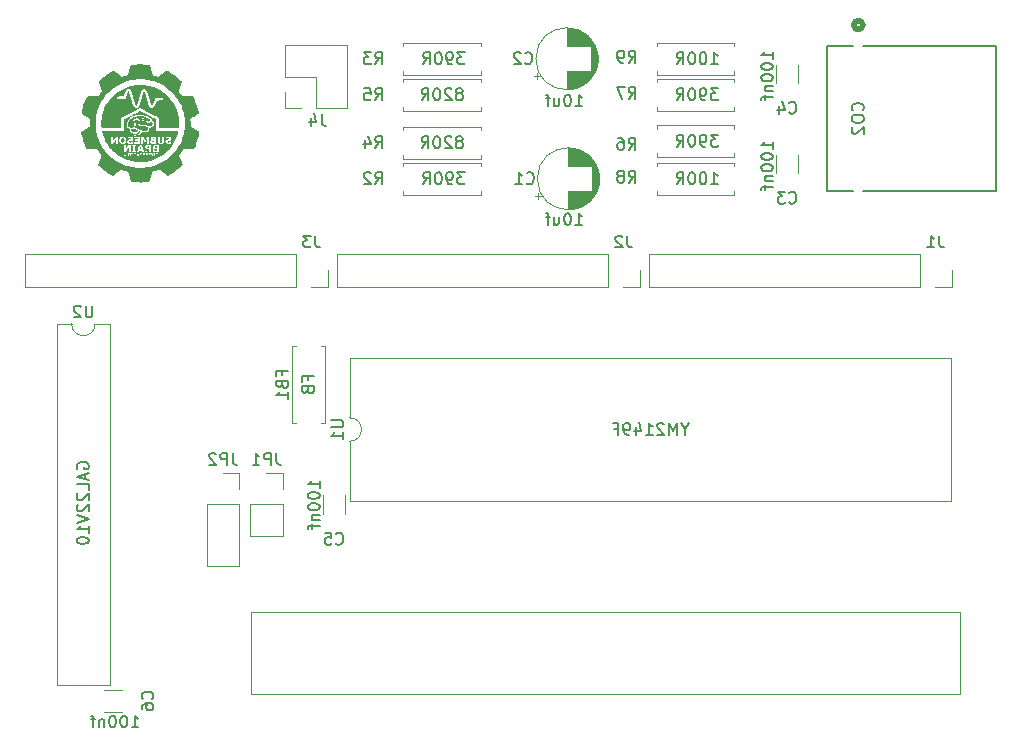
<source format=gbr>
%TF.GenerationSoftware,KiCad,Pcbnew,9.0.5*%
%TF.CreationDate,2025-11-20T20:38:36+00:00*%
%TF.ProjectId,zxeightyzon,7a786569-6768-4747-997a-6f6e2e6b6963,1.0*%
%TF.SameCoordinates,Original*%
%TF.FileFunction,Legend,Bot*%
%TF.FilePolarity,Positive*%
%FSLAX46Y46*%
G04 Gerber Fmt 4.6, Leading zero omitted, Abs format (unit mm)*
G04 Created by KiCad (PCBNEW 9.0.5) date 2025-11-20 20:38:36*
%MOMM*%
%LPD*%
G01*
G04 APERTURE LIST*
%ADD10C,0.150000*%
%ADD11C,0.120000*%
%ADD12C,0.152400*%
%ADD13C,0.508000*%
%ADD14C,0.000000*%
G04 APERTURE END LIST*
D10*
X82353266Y-39824180D02*
X82400885Y-39871800D01*
X82400885Y-39871800D02*
X82543742Y-39919419D01*
X82543742Y-39919419D02*
X82638980Y-39919419D01*
X82638980Y-39919419D02*
X82781837Y-39871800D01*
X82781837Y-39871800D02*
X82877075Y-39776561D01*
X82877075Y-39776561D02*
X82924694Y-39681323D01*
X82924694Y-39681323D02*
X82972313Y-39490847D01*
X82972313Y-39490847D02*
X82972313Y-39347990D01*
X82972313Y-39347990D02*
X82924694Y-39157514D01*
X82924694Y-39157514D02*
X82877075Y-39062276D01*
X82877075Y-39062276D02*
X82781837Y-38967038D01*
X82781837Y-38967038D02*
X82638980Y-38919419D01*
X82638980Y-38919419D02*
X82543742Y-38919419D01*
X82543742Y-38919419D02*
X82400885Y-38967038D01*
X82400885Y-38967038D02*
X82353266Y-39014657D01*
X81972313Y-39014657D02*
X81924694Y-38967038D01*
X81924694Y-38967038D02*
X81829456Y-38919419D01*
X81829456Y-38919419D02*
X81591361Y-38919419D01*
X81591361Y-38919419D02*
X81496123Y-38967038D01*
X81496123Y-38967038D02*
X81448504Y-39014657D01*
X81448504Y-39014657D02*
X81400885Y-39109895D01*
X81400885Y-39109895D02*
X81400885Y-39205133D01*
X81400885Y-39205133D02*
X81448504Y-39347990D01*
X81448504Y-39347990D02*
X82019932Y-39919419D01*
X82019932Y-39919419D02*
X81400885Y-39919419D01*
X86605771Y-43497019D02*
X87177199Y-43497019D01*
X86891485Y-43497019D02*
X86891485Y-42497019D01*
X86891485Y-42497019D02*
X86986723Y-42639876D01*
X86986723Y-42639876D02*
X87081961Y-42735114D01*
X87081961Y-42735114D02*
X87177199Y-42782733D01*
X85986723Y-42497019D02*
X85891485Y-42497019D01*
X85891485Y-42497019D02*
X85796247Y-42544638D01*
X85796247Y-42544638D02*
X85748628Y-42592257D01*
X85748628Y-42592257D02*
X85701009Y-42687495D01*
X85701009Y-42687495D02*
X85653390Y-42877971D01*
X85653390Y-42877971D02*
X85653390Y-43116066D01*
X85653390Y-43116066D02*
X85701009Y-43306542D01*
X85701009Y-43306542D02*
X85748628Y-43401780D01*
X85748628Y-43401780D02*
X85796247Y-43449400D01*
X85796247Y-43449400D02*
X85891485Y-43497019D01*
X85891485Y-43497019D02*
X85986723Y-43497019D01*
X85986723Y-43497019D02*
X86081961Y-43449400D01*
X86081961Y-43449400D02*
X86129580Y-43401780D01*
X86129580Y-43401780D02*
X86177199Y-43306542D01*
X86177199Y-43306542D02*
X86224818Y-43116066D01*
X86224818Y-43116066D02*
X86224818Y-42877971D01*
X86224818Y-42877971D02*
X86177199Y-42687495D01*
X86177199Y-42687495D02*
X86129580Y-42592257D01*
X86129580Y-42592257D02*
X86081961Y-42544638D01*
X86081961Y-42544638D02*
X85986723Y-42497019D01*
X84796247Y-42830352D02*
X84796247Y-43497019D01*
X85224818Y-42830352D02*
X85224818Y-43354161D01*
X85224818Y-43354161D02*
X85177199Y-43449400D01*
X85177199Y-43449400D02*
X85081961Y-43497019D01*
X85081961Y-43497019D02*
X84939104Y-43497019D01*
X84939104Y-43497019D02*
X84843866Y-43449400D01*
X84843866Y-43449400D02*
X84796247Y-43401780D01*
X84462913Y-42830352D02*
X84081961Y-42830352D01*
X84320056Y-43497019D02*
X84320056Y-42639876D01*
X84320056Y-42639876D02*
X84272437Y-42544638D01*
X84272437Y-42544638D02*
X84177199Y-42497019D01*
X84177199Y-42497019D02*
X84081961Y-42497019D01*
X65120933Y-44126419D02*
X65120933Y-44840704D01*
X65120933Y-44840704D02*
X65168552Y-44983561D01*
X65168552Y-44983561D02*
X65263790Y-45078800D01*
X65263790Y-45078800D02*
X65406647Y-45126419D01*
X65406647Y-45126419D02*
X65501885Y-45126419D01*
X64216171Y-44459752D02*
X64216171Y-45126419D01*
X64454266Y-44078800D02*
X64692361Y-44793085D01*
X64692361Y-44793085D02*
X64073314Y-44793085D01*
X61277533Y-72850019D02*
X61277533Y-73564304D01*
X61277533Y-73564304D02*
X61325152Y-73707161D01*
X61325152Y-73707161D02*
X61420390Y-73802400D01*
X61420390Y-73802400D02*
X61563247Y-73850019D01*
X61563247Y-73850019D02*
X61658485Y-73850019D01*
X60801342Y-73850019D02*
X60801342Y-72850019D01*
X60801342Y-72850019D02*
X60420390Y-72850019D01*
X60420390Y-72850019D02*
X60325152Y-72897638D01*
X60325152Y-72897638D02*
X60277533Y-72945257D01*
X60277533Y-72945257D02*
X60229914Y-73040495D01*
X60229914Y-73040495D02*
X60229914Y-73183352D01*
X60229914Y-73183352D02*
X60277533Y-73278590D01*
X60277533Y-73278590D02*
X60325152Y-73326209D01*
X60325152Y-73326209D02*
X60420390Y-73373828D01*
X60420390Y-73373828D02*
X60801342Y-73373828D01*
X59277533Y-73850019D02*
X59848961Y-73850019D01*
X59563247Y-73850019D02*
X59563247Y-72850019D01*
X59563247Y-72850019D02*
X59658485Y-72992876D01*
X59658485Y-72992876D02*
X59753723Y-73088114D01*
X59753723Y-73088114D02*
X59848961Y-73135733D01*
X91003533Y-54435019D02*
X91003533Y-55149304D01*
X91003533Y-55149304D02*
X91051152Y-55292161D01*
X91051152Y-55292161D02*
X91146390Y-55387400D01*
X91146390Y-55387400D02*
X91289247Y-55435019D01*
X91289247Y-55435019D02*
X91384485Y-55435019D01*
X90574961Y-54530257D02*
X90527342Y-54482638D01*
X90527342Y-54482638D02*
X90432104Y-54435019D01*
X90432104Y-54435019D02*
X90194009Y-54435019D01*
X90194009Y-54435019D02*
X90098771Y-54482638D01*
X90098771Y-54482638D02*
X90051152Y-54530257D01*
X90051152Y-54530257D02*
X90003533Y-54625495D01*
X90003533Y-54625495D02*
X90003533Y-54720733D01*
X90003533Y-54720733D02*
X90051152Y-54863590D01*
X90051152Y-54863590D02*
X90622580Y-55435019D01*
X90622580Y-55435019D02*
X90003533Y-55435019D01*
X91116266Y-49952419D02*
X91449599Y-49476228D01*
X91687694Y-49952419D02*
X91687694Y-48952419D01*
X91687694Y-48952419D02*
X91306742Y-48952419D01*
X91306742Y-48952419D02*
X91211504Y-49000038D01*
X91211504Y-49000038D02*
X91163885Y-49047657D01*
X91163885Y-49047657D02*
X91116266Y-49142895D01*
X91116266Y-49142895D02*
X91116266Y-49285752D01*
X91116266Y-49285752D02*
X91163885Y-49380990D01*
X91163885Y-49380990D02*
X91211504Y-49428609D01*
X91211504Y-49428609D02*
X91306742Y-49476228D01*
X91306742Y-49476228D02*
X91687694Y-49476228D01*
X90544837Y-49380990D02*
X90640075Y-49333371D01*
X90640075Y-49333371D02*
X90687694Y-49285752D01*
X90687694Y-49285752D02*
X90735313Y-49190514D01*
X90735313Y-49190514D02*
X90735313Y-49142895D01*
X90735313Y-49142895D02*
X90687694Y-49047657D01*
X90687694Y-49047657D02*
X90640075Y-49000038D01*
X90640075Y-49000038D02*
X90544837Y-48952419D01*
X90544837Y-48952419D02*
X90354361Y-48952419D01*
X90354361Y-48952419D02*
X90259123Y-49000038D01*
X90259123Y-49000038D02*
X90211504Y-49047657D01*
X90211504Y-49047657D02*
X90163885Y-49142895D01*
X90163885Y-49142895D02*
X90163885Y-49190514D01*
X90163885Y-49190514D02*
X90211504Y-49285752D01*
X90211504Y-49285752D02*
X90259123Y-49333371D01*
X90259123Y-49333371D02*
X90354361Y-49380990D01*
X90354361Y-49380990D02*
X90544837Y-49380990D01*
X90544837Y-49380990D02*
X90640075Y-49428609D01*
X90640075Y-49428609D02*
X90687694Y-49476228D01*
X90687694Y-49476228D02*
X90735313Y-49571466D01*
X90735313Y-49571466D02*
X90735313Y-49761942D01*
X90735313Y-49761942D02*
X90687694Y-49857180D01*
X90687694Y-49857180D02*
X90640075Y-49904800D01*
X90640075Y-49904800D02*
X90544837Y-49952419D01*
X90544837Y-49952419D02*
X90354361Y-49952419D01*
X90354361Y-49952419D02*
X90259123Y-49904800D01*
X90259123Y-49904800D02*
X90211504Y-49857180D01*
X90211504Y-49857180D02*
X90163885Y-49761942D01*
X90163885Y-49761942D02*
X90163885Y-49571466D01*
X90163885Y-49571466D02*
X90211504Y-49476228D01*
X90211504Y-49476228D02*
X90259123Y-49428609D01*
X90259123Y-49428609D02*
X90354361Y-49380990D01*
X98085266Y-50079419D02*
X98656694Y-50079419D01*
X98370980Y-50079419D02*
X98370980Y-49079419D01*
X98370980Y-49079419D02*
X98466218Y-49222276D01*
X98466218Y-49222276D02*
X98561456Y-49317514D01*
X98561456Y-49317514D02*
X98656694Y-49365133D01*
X97466218Y-49079419D02*
X97370980Y-49079419D01*
X97370980Y-49079419D02*
X97275742Y-49127038D01*
X97275742Y-49127038D02*
X97228123Y-49174657D01*
X97228123Y-49174657D02*
X97180504Y-49269895D01*
X97180504Y-49269895D02*
X97132885Y-49460371D01*
X97132885Y-49460371D02*
X97132885Y-49698466D01*
X97132885Y-49698466D02*
X97180504Y-49888942D01*
X97180504Y-49888942D02*
X97228123Y-49984180D01*
X97228123Y-49984180D02*
X97275742Y-50031800D01*
X97275742Y-50031800D02*
X97370980Y-50079419D01*
X97370980Y-50079419D02*
X97466218Y-50079419D01*
X97466218Y-50079419D02*
X97561456Y-50031800D01*
X97561456Y-50031800D02*
X97609075Y-49984180D01*
X97609075Y-49984180D02*
X97656694Y-49888942D01*
X97656694Y-49888942D02*
X97704313Y-49698466D01*
X97704313Y-49698466D02*
X97704313Y-49460371D01*
X97704313Y-49460371D02*
X97656694Y-49269895D01*
X97656694Y-49269895D02*
X97609075Y-49174657D01*
X97609075Y-49174657D02*
X97561456Y-49127038D01*
X97561456Y-49127038D02*
X97466218Y-49079419D01*
X96513837Y-49079419D02*
X96418599Y-49079419D01*
X96418599Y-49079419D02*
X96323361Y-49127038D01*
X96323361Y-49127038D02*
X96275742Y-49174657D01*
X96275742Y-49174657D02*
X96228123Y-49269895D01*
X96228123Y-49269895D02*
X96180504Y-49460371D01*
X96180504Y-49460371D02*
X96180504Y-49698466D01*
X96180504Y-49698466D02*
X96228123Y-49888942D01*
X96228123Y-49888942D02*
X96275742Y-49984180D01*
X96275742Y-49984180D02*
X96323361Y-50031800D01*
X96323361Y-50031800D02*
X96418599Y-50079419D01*
X96418599Y-50079419D02*
X96513837Y-50079419D01*
X96513837Y-50079419D02*
X96609075Y-50031800D01*
X96609075Y-50031800D02*
X96656694Y-49984180D01*
X96656694Y-49984180D02*
X96704313Y-49888942D01*
X96704313Y-49888942D02*
X96751932Y-49698466D01*
X96751932Y-49698466D02*
X96751932Y-49460371D01*
X96751932Y-49460371D02*
X96704313Y-49269895D01*
X96704313Y-49269895D02*
X96656694Y-49174657D01*
X96656694Y-49174657D02*
X96609075Y-49127038D01*
X96609075Y-49127038D02*
X96513837Y-49079419D01*
X95180504Y-50079419D02*
X95513837Y-49603228D01*
X95751932Y-50079419D02*
X95751932Y-49079419D01*
X95751932Y-49079419D02*
X95370980Y-49079419D01*
X95370980Y-49079419D02*
X95275742Y-49127038D01*
X95275742Y-49127038D02*
X95228123Y-49174657D01*
X95228123Y-49174657D02*
X95180504Y-49269895D01*
X95180504Y-49269895D02*
X95180504Y-49412752D01*
X95180504Y-49412752D02*
X95228123Y-49507990D01*
X95228123Y-49507990D02*
X95275742Y-49555609D01*
X95275742Y-49555609D02*
X95370980Y-49603228D01*
X95370980Y-49603228D02*
X95751932Y-49603228D01*
X117419533Y-54435019D02*
X117419533Y-55149304D01*
X117419533Y-55149304D02*
X117467152Y-55292161D01*
X117467152Y-55292161D02*
X117562390Y-55387400D01*
X117562390Y-55387400D02*
X117705247Y-55435019D01*
X117705247Y-55435019D02*
X117800485Y-55435019D01*
X116419533Y-55435019D02*
X116990961Y-55435019D01*
X116705247Y-55435019D02*
X116705247Y-54435019D01*
X116705247Y-54435019D02*
X116800485Y-54577876D01*
X116800485Y-54577876D02*
X116895723Y-54673114D01*
X116895723Y-54673114D02*
X116990961Y-54720733D01*
X69653266Y-47031419D02*
X69986599Y-46555228D01*
X70224694Y-47031419D02*
X70224694Y-46031419D01*
X70224694Y-46031419D02*
X69843742Y-46031419D01*
X69843742Y-46031419D02*
X69748504Y-46079038D01*
X69748504Y-46079038D02*
X69700885Y-46126657D01*
X69700885Y-46126657D02*
X69653266Y-46221895D01*
X69653266Y-46221895D02*
X69653266Y-46364752D01*
X69653266Y-46364752D02*
X69700885Y-46459990D01*
X69700885Y-46459990D02*
X69748504Y-46507609D01*
X69748504Y-46507609D02*
X69843742Y-46555228D01*
X69843742Y-46555228D02*
X70224694Y-46555228D01*
X68796123Y-46364752D02*
X68796123Y-47031419D01*
X69034218Y-45983800D02*
X69272313Y-46698085D01*
X69272313Y-46698085D02*
X68653266Y-46698085D01*
X76876218Y-46459990D02*
X76971456Y-46412371D01*
X76971456Y-46412371D02*
X77019075Y-46364752D01*
X77019075Y-46364752D02*
X77066694Y-46269514D01*
X77066694Y-46269514D02*
X77066694Y-46221895D01*
X77066694Y-46221895D02*
X77019075Y-46126657D01*
X77019075Y-46126657D02*
X76971456Y-46079038D01*
X76971456Y-46079038D02*
X76876218Y-46031419D01*
X76876218Y-46031419D02*
X76685742Y-46031419D01*
X76685742Y-46031419D02*
X76590504Y-46079038D01*
X76590504Y-46079038D02*
X76542885Y-46126657D01*
X76542885Y-46126657D02*
X76495266Y-46221895D01*
X76495266Y-46221895D02*
X76495266Y-46269514D01*
X76495266Y-46269514D02*
X76542885Y-46364752D01*
X76542885Y-46364752D02*
X76590504Y-46412371D01*
X76590504Y-46412371D02*
X76685742Y-46459990D01*
X76685742Y-46459990D02*
X76876218Y-46459990D01*
X76876218Y-46459990D02*
X76971456Y-46507609D01*
X76971456Y-46507609D02*
X77019075Y-46555228D01*
X77019075Y-46555228D02*
X77066694Y-46650466D01*
X77066694Y-46650466D02*
X77066694Y-46840942D01*
X77066694Y-46840942D02*
X77019075Y-46936180D01*
X77019075Y-46936180D02*
X76971456Y-46983800D01*
X76971456Y-46983800D02*
X76876218Y-47031419D01*
X76876218Y-47031419D02*
X76685742Y-47031419D01*
X76685742Y-47031419D02*
X76590504Y-46983800D01*
X76590504Y-46983800D02*
X76542885Y-46936180D01*
X76542885Y-46936180D02*
X76495266Y-46840942D01*
X76495266Y-46840942D02*
X76495266Y-46650466D01*
X76495266Y-46650466D02*
X76542885Y-46555228D01*
X76542885Y-46555228D02*
X76590504Y-46507609D01*
X76590504Y-46507609D02*
X76685742Y-46459990D01*
X76114313Y-46126657D02*
X76066694Y-46079038D01*
X76066694Y-46079038D02*
X75971456Y-46031419D01*
X75971456Y-46031419D02*
X75733361Y-46031419D01*
X75733361Y-46031419D02*
X75638123Y-46079038D01*
X75638123Y-46079038D02*
X75590504Y-46126657D01*
X75590504Y-46126657D02*
X75542885Y-46221895D01*
X75542885Y-46221895D02*
X75542885Y-46317133D01*
X75542885Y-46317133D02*
X75590504Y-46459990D01*
X75590504Y-46459990D02*
X76161932Y-47031419D01*
X76161932Y-47031419D02*
X75542885Y-47031419D01*
X74923837Y-46031419D02*
X74828599Y-46031419D01*
X74828599Y-46031419D02*
X74733361Y-46079038D01*
X74733361Y-46079038D02*
X74685742Y-46126657D01*
X74685742Y-46126657D02*
X74638123Y-46221895D01*
X74638123Y-46221895D02*
X74590504Y-46412371D01*
X74590504Y-46412371D02*
X74590504Y-46650466D01*
X74590504Y-46650466D02*
X74638123Y-46840942D01*
X74638123Y-46840942D02*
X74685742Y-46936180D01*
X74685742Y-46936180D02*
X74733361Y-46983800D01*
X74733361Y-46983800D02*
X74828599Y-47031419D01*
X74828599Y-47031419D02*
X74923837Y-47031419D01*
X74923837Y-47031419D02*
X75019075Y-46983800D01*
X75019075Y-46983800D02*
X75066694Y-46936180D01*
X75066694Y-46936180D02*
X75114313Y-46840942D01*
X75114313Y-46840942D02*
X75161932Y-46650466D01*
X75161932Y-46650466D02*
X75161932Y-46412371D01*
X75161932Y-46412371D02*
X75114313Y-46221895D01*
X75114313Y-46221895D02*
X75066694Y-46126657D01*
X75066694Y-46126657D02*
X75019075Y-46079038D01*
X75019075Y-46079038D02*
X74923837Y-46031419D01*
X73590504Y-47031419D02*
X73923837Y-46555228D01*
X74161932Y-47031419D02*
X74161932Y-46031419D01*
X74161932Y-46031419D02*
X73780980Y-46031419D01*
X73780980Y-46031419D02*
X73685742Y-46079038D01*
X73685742Y-46079038D02*
X73638123Y-46126657D01*
X73638123Y-46126657D02*
X73590504Y-46221895D01*
X73590504Y-46221895D02*
X73590504Y-46364752D01*
X73590504Y-46364752D02*
X73638123Y-46459990D01*
X73638123Y-46459990D02*
X73685742Y-46507609D01*
X73685742Y-46507609D02*
X73780980Y-46555228D01*
X73780980Y-46555228D02*
X74161932Y-46555228D01*
X69653266Y-50079419D02*
X69986599Y-49603228D01*
X70224694Y-50079419D02*
X70224694Y-49079419D01*
X70224694Y-49079419D02*
X69843742Y-49079419D01*
X69843742Y-49079419D02*
X69748504Y-49127038D01*
X69748504Y-49127038D02*
X69700885Y-49174657D01*
X69700885Y-49174657D02*
X69653266Y-49269895D01*
X69653266Y-49269895D02*
X69653266Y-49412752D01*
X69653266Y-49412752D02*
X69700885Y-49507990D01*
X69700885Y-49507990D02*
X69748504Y-49555609D01*
X69748504Y-49555609D02*
X69843742Y-49603228D01*
X69843742Y-49603228D02*
X70224694Y-49603228D01*
X69272313Y-49174657D02*
X69224694Y-49127038D01*
X69224694Y-49127038D02*
X69129456Y-49079419D01*
X69129456Y-49079419D02*
X68891361Y-49079419D01*
X68891361Y-49079419D02*
X68796123Y-49127038D01*
X68796123Y-49127038D02*
X68748504Y-49174657D01*
X68748504Y-49174657D02*
X68700885Y-49269895D01*
X68700885Y-49269895D02*
X68700885Y-49365133D01*
X68700885Y-49365133D02*
X68748504Y-49507990D01*
X68748504Y-49507990D02*
X69319932Y-50079419D01*
X69319932Y-50079419D02*
X68700885Y-50079419D01*
X77241313Y-49079419D02*
X76622266Y-49079419D01*
X76622266Y-49079419D02*
X76955599Y-49460371D01*
X76955599Y-49460371D02*
X76812742Y-49460371D01*
X76812742Y-49460371D02*
X76717504Y-49507990D01*
X76717504Y-49507990D02*
X76669885Y-49555609D01*
X76669885Y-49555609D02*
X76622266Y-49650847D01*
X76622266Y-49650847D02*
X76622266Y-49888942D01*
X76622266Y-49888942D02*
X76669885Y-49984180D01*
X76669885Y-49984180D02*
X76717504Y-50031800D01*
X76717504Y-50031800D02*
X76812742Y-50079419D01*
X76812742Y-50079419D02*
X77098456Y-50079419D01*
X77098456Y-50079419D02*
X77193694Y-50031800D01*
X77193694Y-50031800D02*
X77241313Y-49984180D01*
X76146075Y-50079419D02*
X75955599Y-50079419D01*
X75955599Y-50079419D02*
X75860361Y-50031800D01*
X75860361Y-50031800D02*
X75812742Y-49984180D01*
X75812742Y-49984180D02*
X75717504Y-49841323D01*
X75717504Y-49841323D02*
X75669885Y-49650847D01*
X75669885Y-49650847D02*
X75669885Y-49269895D01*
X75669885Y-49269895D02*
X75717504Y-49174657D01*
X75717504Y-49174657D02*
X75765123Y-49127038D01*
X75765123Y-49127038D02*
X75860361Y-49079419D01*
X75860361Y-49079419D02*
X76050837Y-49079419D01*
X76050837Y-49079419D02*
X76146075Y-49127038D01*
X76146075Y-49127038D02*
X76193694Y-49174657D01*
X76193694Y-49174657D02*
X76241313Y-49269895D01*
X76241313Y-49269895D02*
X76241313Y-49507990D01*
X76241313Y-49507990D02*
X76193694Y-49603228D01*
X76193694Y-49603228D02*
X76146075Y-49650847D01*
X76146075Y-49650847D02*
X76050837Y-49698466D01*
X76050837Y-49698466D02*
X75860361Y-49698466D01*
X75860361Y-49698466D02*
X75765123Y-49650847D01*
X75765123Y-49650847D02*
X75717504Y-49603228D01*
X75717504Y-49603228D02*
X75669885Y-49507990D01*
X75050837Y-49079419D02*
X74955599Y-49079419D01*
X74955599Y-49079419D02*
X74860361Y-49127038D01*
X74860361Y-49127038D02*
X74812742Y-49174657D01*
X74812742Y-49174657D02*
X74765123Y-49269895D01*
X74765123Y-49269895D02*
X74717504Y-49460371D01*
X74717504Y-49460371D02*
X74717504Y-49698466D01*
X74717504Y-49698466D02*
X74765123Y-49888942D01*
X74765123Y-49888942D02*
X74812742Y-49984180D01*
X74812742Y-49984180D02*
X74860361Y-50031800D01*
X74860361Y-50031800D02*
X74955599Y-50079419D01*
X74955599Y-50079419D02*
X75050837Y-50079419D01*
X75050837Y-50079419D02*
X75146075Y-50031800D01*
X75146075Y-50031800D02*
X75193694Y-49984180D01*
X75193694Y-49984180D02*
X75241313Y-49888942D01*
X75241313Y-49888942D02*
X75288932Y-49698466D01*
X75288932Y-49698466D02*
X75288932Y-49460371D01*
X75288932Y-49460371D02*
X75241313Y-49269895D01*
X75241313Y-49269895D02*
X75193694Y-49174657D01*
X75193694Y-49174657D02*
X75146075Y-49127038D01*
X75146075Y-49127038D02*
X75050837Y-49079419D01*
X73717504Y-50079419D02*
X74050837Y-49603228D01*
X74288932Y-50079419D02*
X74288932Y-49079419D01*
X74288932Y-49079419D02*
X73907980Y-49079419D01*
X73907980Y-49079419D02*
X73812742Y-49127038D01*
X73812742Y-49127038D02*
X73765123Y-49174657D01*
X73765123Y-49174657D02*
X73717504Y-49269895D01*
X73717504Y-49269895D02*
X73717504Y-49412752D01*
X73717504Y-49412752D02*
X73765123Y-49507990D01*
X73765123Y-49507990D02*
X73812742Y-49555609D01*
X73812742Y-49555609D02*
X73907980Y-49603228D01*
X73907980Y-49603228D02*
X74288932Y-49603228D01*
X110921780Y-43828723D02*
X110969400Y-43781104D01*
X110969400Y-43781104D02*
X111017019Y-43638247D01*
X111017019Y-43638247D02*
X111017019Y-43543009D01*
X111017019Y-43543009D02*
X110969400Y-43400152D01*
X110969400Y-43400152D02*
X110874161Y-43304914D01*
X110874161Y-43304914D02*
X110778923Y-43257295D01*
X110778923Y-43257295D02*
X110588447Y-43209676D01*
X110588447Y-43209676D02*
X110445590Y-43209676D01*
X110445590Y-43209676D02*
X110255114Y-43257295D01*
X110255114Y-43257295D02*
X110159876Y-43304914D01*
X110159876Y-43304914D02*
X110064638Y-43400152D01*
X110064638Y-43400152D02*
X110017019Y-43543009D01*
X110017019Y-43543009D02*
X110017019Y-43638247D01*
X110017019Y-43638247D02*
X110064638Y-43781104D01*
X110064638Y-43781104D02*
X110112257Y-43828723D01*
X110017019Y-44447771D02*
X110017019Y-44638247D01*
X110017019Y-44638247D02*
X110064638Y-44733485D01*
X110064638Y-44733485D02*
X110159876Y-44828723D01*
X110159876Y-44828723D02*
X110350352Y-44876342D01*
X110350352Y-44876342D02*
X110683685Y-44876342D01*
X110683685Y-44876342D02*
X110874161Y-44828723D01*
X110874161Y-44828723D02*
X110969400Y-44733485D01*
X110969400Y-44733485D02*
X111017019Y-44638247D01*
X111017019Y-44638247D02*
X111017019Y-44447771D01*
X111017019Y-44447771D02*
X110969400Y-44352533D01*
X110969400Y-44352533D02*
X110874161Y-44257295D01*
X110874161Y-44257295D02*
X110683685Y-44209676D01*
X110683685Y-44209676D02*
X110350352Y-44209676D01*
X110350352Y-44209676D02*
X110159876Y-44257295D01*
X110159876Y-44257295D02*
X110064638Y-44352533D01*
X110064638Y-44352533D02*
X110017019Y-44447771D01*
X110112257Y-45257295D02*
X110064638Y-45304914D01*
X110064638Y-45304914D02*
X110017019Y-45400152D01*
X110017019Y-45400152D02*
X110017019Y-45638247D01*
X110017019Y-45638247D02*
X110064638Y-45733485D01*
X110064638Y-45733485D02*
X110112257Y-45781104D01*
X110112257Y-45781104D02*
X110207495Y-45828723D01*
X110207495Y-45828723D02*
X110302733Y-45828723D01*
X110302733Y-45828723D02*
X110445590Y-45781104D01*
X110445590Y-45781104D02*
X111017019Y-45209676D01*
X111017019Y-45209676D02*
X111017019Y-45828723D01*
X91116266Y-39792419D02*
X91449599Y-39316228D01*
X91687694Y-39792419D02*
X91687694Y-38792419D01*
X91687694Y-38792419D02*
X91306742Y-38792419D01*
X91306742Y-38792419D02*
X91211504Y-38840038D01*
X91211504Y-38840038D02*
X91163885Y-38887657D01*
X91163885Y-38887657D02*
X91116266Y-38982895D01*
X91116266Y-38982895D02*
X91116266Y-39125752D01*
X91116266Y-39125752D02*
X91163885Y-39220990D01*
X91163885Y-39220990D02*
X91211504Y-39268609D01*
X91211504Y-39268609D02*
X91306742Y-39316228D01*
X91306742Y-39316228D02*
X91687694Y-39316228D01*
X90640075Y-39792419D02*
X90449599Y-39792419D01*
X90449599Y-39792419D02*
X90354361Y-39744800D01*
X90354361Y-39744800D02*
X90306742Y-39697180D01*
X90306742Y-39697180D02*
X90211504Y-39554323D01*
X90211504Y-39554323D02*
X90163885Y-39363847D01*
X90163885Y-39363847D02*
X90163885Y-38982895D01*
X90163885Y-38982895D02*
X90211504Y-38887657D01*
X90211504Y-38887657D02*
X90259123Y-38840038D01*
X90259123Y-38840038D02*
X90354361Y-38792419D01*
X90354361Y-38792419D02*
X90544837Y-38792419D01*
X90544837Y-38792419D02*
X90640075Y-38840038D01*
X90640075Y-38840038D02*
X90687694Y-38887657D01*
X90687694Y-38887657D02*
X90735313Y-38982895D01*
X90735313Y-38982895D02*
X90735313Y-39220990D01*
X90735313Y-39220990D02*
X90687694Y-39316228D01*
X90687694Y-39316228D02*
X90640075Y-39363847D01*
X90640075Y-39363847D02*
X90544837Y-39411466D01*
X90544837Y-39411466D02*
X90354361Y-39411466D01*
X90354361Y-39411466D02*
X90259123Y-39363847D01*
X90259123Y-39363847D02*
X90211504Y-39316228D01*
X90211504Y-39316228D02*
X90163885Y-39220990D01*
X98085266Y-39919419D02*
X98656694Y-39919419D01*
X98370980Y-39919419D02*
X98370980Y-38919419D01*
X98370980Y-38919419D02*
X98466218Y-39062276D01*
X98466218Y-39062276D02*
X98561456Y-39157514D01*
X98561456Y-39157514D02*
X98656694Y-39205133D01*
X97466218Y-38919419D02*
X97370980Y-38919419D01*
X97370980Y-38919419D02*
X97275742Y-38967038D01*
X97275742Y-38967038D02*
X97228123Y-39014657D01*
X97228123Y-39014657D02*
X97180504Y-39109895D01*
X97180504Y-39109895D02*
X97132885Y-39300371D01*
X97132885Y-39300371D02*
X97132885Y-39538466D01*
X97132885Y-39538466D02*
X97180504Y-39728942D01*
X97180504Y-39728942D02*
X97228123Y-39824180D01*
X97228123Y-39824180D02*
X97275742Y-39871800D01*
X97275742Y-39871800D02*
X97370980Y-39919419D01*
X97370980Y-39919419D02*
X97466218Y-39919419D01*
X97466218Y-39919419D02*
X97561456Y-39871800D01*
X97561456Y-39871800D02*
X97609075Y-39824180D01*
X97609075Y-39824180D02*
X97656694Y-39728942D01*
X97656694Y-39728942D02*
X97704313Y-39538466D01*
X97704313Y-39538466D02*
X97704313Y-39300371D01*
X97704313Y-39300371D02*
X97656694Y-39109895D01*
X97656694Y-39109895D02*
X97609075Y-39014657D01*
X97609075Y-39014657D02*
X97561456Y-38967038D01*
X97561456Y-38967038D02*
X97466218Y-38919419D01*
X96513837Y-38919419D02*
X96418599Y-38919419D01*
X96418599Y-38919419D02*
X96323361Y-38967038D01*
X96323361Y-38967038D02*
X96275742Y-39014657D01*
X96275742Y-39014657D02*
X96228123Y-39109895D01*
X96228123Y-39109895D02*
X96180504Y-39300371D01*
X96180504Y-39300371D02*
X96180504Y-39538466D01*
X96180504Y-39538466D02*
X96228123Y-39728942D01*
X96228123Y-39728942D02*
X96275742Y-39824180D01*
X96275742Y-39824180D02*
X96323361Y-39871800D01*
X96323361Y-39871800D02*
X96418599Y-39919419D01*
X96418599Y-39919419D02*
X96513837Y-39919419D01*
X96513837Y-39919419D02*
X96609075Y-39871800D01*
X96609075Y-39871800D02*
X96656694Y-39824180D01*
X96656694Y-39824180D02*
X96704313Y-39728942D01*
X96704313Y-39728942D02*
X96751932Y-39538466D01*
X96751932Y-39538466D02*
X96751932Y-39300371D01*
X96751932Y-39300371D02*
X96704313Y-39109895D01*
X96704313Y-39109895D02*
X96656694Y-39014657D01*
X96656694Y-39014657D02*
X96609075Y-38967038D01*
X96609075Y-38967038D02*
X96513837Y-38919419D01*
X95180504Y-39919419D02*
X95513837Y-39443228D01*
X95751932Y-39919419D02*
X95751932Y-38919419D01*
X95751932Y-38919419D02*
X95370980Y-38919419D01*
X95370980Y-38919419D02*
X95275742Y-38967038D01*
X95275742Y-38967038D02*
X95228123Y-39014657D01*
X95228123Y-39014657D02*
X95180504Y-39109895D01*
X95180504Y-39109895D02*
X95180504Y-39252752D01*
X95180504Y-39252752D02*
X95228123Y-39347990D01*
X95228123Y-39347990D02*
X95275742Y-39395609D01*
X95275742Y-39395609D02*
X95370980Y-39443228D01*
X95370980Y-39443228D02*
X95751932Y-39443228D01*
X82480266Y-49984180D02*
X82527885Y-50031800D01*
X82527885Y-50031800D02*
X82670742Y-50079419D01*
X82670742Y-50079419D02*
X82765980Y-50079419D01*
X82765980Y-50079419D02*
X82908837Y-50031800D01*
X82908837Y-50031800D02*
X83004075Y-49936561D01*
X83004075Y-49936561D02*
X83051694Y-49841323D01*
X83051694Y-49841323D02*
X83099313Y-49650847D01*
X83099313Y-49650847D02*
X83099313Y-49507990D01*
X83099313Y-49507990D02*
X83051694Y-49317514D01*
X83051694Y-49317514D02*
X83004075Y-49222276D01*
X83004075Y-49222276D02*
X82908837Y-49127038D01*
X82908837Y-49127038D02*
X82765980Y-49079419D01*
X82765980Y-49079419D02*
X82670742Y-49079419D01*
X82670742Y-49079419D02*
X82527885Y-49127038D01*
X82527885Y-49127038D02*
X82480266Y-49174657D01*
X81527885Y-50079419D02*
X82099313Y-50079419D01*
X81813599Y-50079419D02*
X81813599Y-49079419D01*
X81813599Y-49079419D02*
X81908837Y-49222276D01*
X81908837Y-49222276D02*
X82004075Y-49317514D01*
X82004075Y-49317514D02*
X82099313Y-49365133D01*
X86605771Y-53530019D02*
X87177199Y-53530019D01*
X86891485Y-53530019D02*
X86891485Y-52530019D01*
X86891485Y-52530019D02*
X86986723Y-52672876D01*
X86986723Y-52672876D02*
X87081961Y-52768114D01*
X87081961Y-52768114D02*
X87177199Y-52815733D01*
X85986723Y-52530019D02*
X85891485Y-52530019D01*
X85891485Y-52530019D02*
X85796247Y-52577638D01*
X85796247Y-52577638D02*
X85748628Y-52625257D01*
X85748628Y-52625257D02*
X85701009Y-52720495D01*
X85701009Y-52720495D02*
X85653390Y-52910971D01*
X85653390Y-52910971D02*
X85653390Y-53149066D01*
X85653390Y-53149066D02*
X85701009Y-53339542D01*
X85701009Y-53339542D02*
X85748628Y-53434780D01*
X85748628Y-53434780D02*
X85796247Y-53482400D01*
X85796247Y-53482400D02*
X85891485Y-53530019D01*
X85891485Y-53530019D02*
X85986723Y-53530019D01*
X85986723Y-53530019D02*
X86081961Y-53482400D01*
X86081961Y-53482400D02*
X86129580Y-53434780D01*
X86129580Y-53434780D02*
X86177199Y-53339542D01*
X86177199Y-53339542D02*
X86224818Y-53149066D01*
X86224818Y-53149066D02*
X86224818Y-52910971D01*
X86224818Y-52910971D02*
X86177199Y-52720495D01*
X86177199Y-52720495D02*
X86129580Y-52625257D01*
X86129580Y-52625257D02*
X86081961Y-52577638D01*
X86081961Y-52577638D02*
X85986723Y-52530019D01*
X84796247Y-52863352D02*
X84796247Y-53530019D01*
X85224818Y-52863352D02*
X85224818Y-53387161D01*
X85224818Y-53387161D02*
X85177199Y-53482400D01*
X85177199Y-53482400D02*
X85081961Y-53530019D01*
X85081961Y-53530019D02*
X84939104Y-53530019D01*
X84939104Y-53530019D02*
X84843866Y-53482400D01*
X84843866Y-53482400D02*
X84796247Y-53434780D01*
X84462913Y-52863352D02*
X84081961Y-52863352D01*
X84320056Y-53530019D02*
X84320056Y-52672876D01*
X84320056Y-52672876D02*
X84272437Y-52577638D01*
X84272437Y-52577638D02*
X84177199Y-52530019D01*
X84177199Y-52530019D02*
X84081961Y-52530019D01*
X104705266Y-44015180D02*
X104752885Y-44062800D01*
X104752885Y-44062800D02*
X104895742Y-44110419D01*
X104895742Y-44110419D02*
X104990980Y-44110419D01*
X104990980Y-44110419D02*
X105133837Y-44062800D01*
X105133837Y-44062800D02*
X105229075Y-43967561D01*
X105229075Y-43967561D02*
X105276694Y-43872323D01*
X105276694Y-43872323D02*
X105324313Y-43681847D01*
X105324313Y-43681847D02*
X105324313Y-43538990D01*
X105324313Y-43538990D02*
X105276694Y-43348514D01*
X105276694Y-43348514D02*
X105229075Y-43253276D01*
X105229075Y-43253276D02*
X105133837Y-43158038D01*
X105133837Y-43158038D02*
X104990980Y-43110419D01*
X104990980Y-43110419D02*
X104895742Y-43110419D01*
X104895742Y-43110419D02*
X104752885Y-43158038D01*
X104752885Y-43158038D02*
X104705266Y-43205657D01*
X103848123Y-43443752D02*
X103848123Y-44110419D01*
X104086218Y-43062800D02*
X104324313Y-43777085D01*
X104324313Y-43777085D02*
X103705266Y-43777085D01*
X103342419Y-39456837D02*
X103342419Y-38885409D01*
X103342419Y-39171123D02*
X102342419Y-39171123D01*
X102342419Y-39171123D02*
X102485276Y-39075885D01*
X102485276Y-39075885D02*
X102580514Y-38980647D01*
X102580514Y-38980647D02*
X102628133Y-38885409D01*
X102342419Y-40075885D02*
X102342419Y-40171123D01*
X102342419Y-40171123D02*
X102390038Y-40266361D01*
X102390038Y-40266361D02*
X102437657Y-40313980D01*
X102437657Y-40313980D02*
X102532895Y-40361599D01*
X102532895Y-40361599D02*
X102723371Y-40409218D01*
X102723371Y-40409218D02*
X102961466Y-40409218D01*
X102961466Y-40409218D02*
X103151942Y-40361599D01*
X103151942Y-40361599D02*
X103247180Y-40313980D01*
X103247180Y-40313980D02*
X103294800Y-40266361D01*
X103294800Y-40266361D02*
X103342419Y-40171123D01*
X103342419Y-40171123D02*
X103342419Y-40075885D01*
X103342419Y-40075885D02*
X103294800Y-39980647D01*
X103294800Y-39980647D02*
X103247180Y-39933028D01*
X103247180Y-39933028D02*
X103151942Y-39885409D01*
X103151942Y-39885409D02*
X102961466Y-39837790D01*
X102961466Y-39837790D02*
X102723371Y-39837790D01*
X102723371Y-39837790D02*
X102532895Y-39885409D01*
X102532895Y-39885409D02*
X102437657Y-39933028D01*
X102437657Y-39933028D02*
X102390038Y-39980647D01*
X102390038Y-39980647D02*
X102342419Y-40075885D01*
X102342419Y-41028266D02*
X102342419Y-41123504D01*
X102342419Y-41123504D02*
X102390038Y-41218742D01*
X102390038Y-41218742D02*
X102437657Y-41266361D01*
X102437657Y-41266361D02*
X102532895Y-41313980D01*
X102532895Y-41313980D02*
X102723371Y-41361599D01*
X102723371Y-41361599D02*
X102961466Y-41361599D01*
X102961466Y-41361599D02*
X103151942Y-41313980D01*
X103151942Y-41313980D02*
X103247180Y-41266361D01*
X103247180Y-41266361D02*
X103294800Y-41218742D01*
X103294800Y-41218742D02*
X103342419Y-41123504D01*
X103342419Y-41123504D02*
X103342419Y-41028266D01*
X103342419Y-41028266D02*
X103294800Y-40933028D01*
X103294800Y-40933028D02*
X103247180Y-40885409D01*
X103247180Y-40885409D02*
X103151942Y-40837790D01*
X103151942Y-40837790D02*
X102961466Y-40790171D01*
X102961466Y-40790171D02*
X102723371Y-40790171D01*
X102723371Y-40790171D02*
X102532895Y-40837790D01*
X102532895Y-40837790D02*
X102437657Y-40885409D01*
X102437657Y-40885409D02*
X102390038Y-40933028D01*
X102390038Y-40933028D02*
X102342419Y-41028266D01*
X102675752Y-41790171D02*
X103342419Y-41790171D01*
X102770990Y-41790171D02*
X102723371Y-41837790D01*
X102723371Y-41837790D02*
X102675752Y-41933028D01*
X102675752Y-41933028D02*
X102675752Y-42075885D01*
X102675752Y-42075885D02*
X102723371Y-42171123D01*
X102723371Y-42171123D02*
X102818609Y-42218742D01*
X102818609Y-42218742D02*
X103342419Y-42218742D01*
X102675752Y-42552076D02*
X102675752Y-42933028D01*
X103342419Y-42694933D02*
X102485276Y-42694933D01*
X102485276Y-42694933D02*
X102390038Y-42742552D01*
X102390038Y-42742552D02*
X102342419Y-42837790D01*
X102342419Y-42837790D02*
X102342419Y-42933028D01*
X50790780Y-93675533D02*
X50838400Y-93627914D01*
X50838400Y-93627914D02*
X50886019Y-93485057D01*
X50886019Y-93485057D02*
X50886019Y-93389819D01*
X50886019Y-93389819D02*
X50838400Y-93246962D01*
X50838400Y-93246962D02*
X50743161Y-93151724D01*
X50743161Y-93151724D02*
X50647923Y-93104105D01*
X50647923Y-93104105D02*
X50457447Y-93056486D01*
X50457447Y-93056486D02*
X50314590Y-93056486D01*
X50314590Y-93056486D02*
X50124114Y-93104105D01*
X50124114Y-93104105D02*
X50028876Y-93151724D01*
X50028876Y-93151724D02*
X49933638Y-93246962D01*
X49933638Y-93246962D02*
X49886019Y-93389819D01*
X49886019Y-93389819D02*
X49886019Y-93485057D01*
X49886019Y-93485057D02*
X49933638Y-93627914D01*
X49933638Y-93627914D02*
X49981257Y-93675533D01*
X49886019Y-94532676D02*
X49886019Y-94342200D01*
X49886019Y-94342200D02*
X49933638Y-94246962D01*
X49933638Y-94246962D02*
X49981257Y-94199343D01*
X49981257Y-94199343D02*
X50124114Y-94104105D01*
X50124114Y-94104105D02*
X50314590Y-94056486D01*
X50314590Y-94056486D02*
X50695542Y-94056486D01*
X50695542Y-94056486D02*
X50790780Y-94104105D01*
X50790780Y-94104105D02*
X50838400Y-94151724D01*
X50838400Y-94151724D02*
X50886019Y-94246962D01*
X50886019Y-94246962D02*
X50886019Y-94437438D01*
X50886019Y-94437438D02*
X50838400Y-94532676D01*
X50838400Y-94532676D02*
X50790780Y-94580295D01*
X50790780Y-94580295D02*
X50695542Y-94627914D01*
X50695542Y-94627914D02*
X50457447Y-94627914D01*
X50457447Y-94627914D02*
X50362209Y-94580295D01*
X50362209Y-94580295D02*
X50314590Y-94532676D01*
X50314590Y-94532676D02*
X50266971Y-94437438D01*
X50266971Y-94437438D02*
X50266971Y-94246962D01*
X50266971Y-94246962D02*
X50314590Y-94151724D01*
X50314590Y-94151724D02*
X50362209Y-94104105D01*
X50362209Y-94104105D02*
X50457447Y-94056486D01*
X49041962Y-96075019D02*
X49613390Y-96075019D01*
X49327676Y-96075019D02*
X49327676Y-95075019D01*
X49327676Y-95075019D02*
X49422914Y-95217876D01*
X49422914Y-95217876D02*
X49518152Y-95313114D01*
X49518152Y-95313114D02*
X49613390Y-95360733D01*
X48422914Y-95075019D02*
X48327676Y-95075019D01*
X48327676Y-95075019D02*
X48232438Y-95122638D01*
X48232438Y-95122638D02*
X48184819Y-95170257D01*
X48184819Y-95170257D02*
X48137200Y-95265495D01*
X48137200Y-95265495D02*
X48089581Y-95455971D01*
X48089581Y-95455971D02*
X48089581Y-95694066D01*
X48089581Y-95694066D02*
X48137200Y-95884542D01*
X48137200Y-95884542D02*
X48184819Y-95979780D01*
X48184819Y-95979780D02*
X48232438Y-96027400D01*
X48232438Y-96027400D02*
X48327676Y-96075019D01*
X48327676Y-96075019D02*
X48422914Y-96075019D01*
X48422914Y-96075019D02*
X48518152Y-96027400D01*
X48518152Y-96027400D02*
X48565771Y-95979780D01*
X48565771Y-95979780D02*
X48613390Y-95884542D01*
X48613390Y-95884542D02*
X48661009Y-95694066D01*
X48661009Y-95694066D02*
X48661009Y-95455971D01*
X48661009Y-95455971D02*
X48613390Y-95265495D01*
X48613390Y-95265495D02*
X48565771Y-95170257D01*
X48565771Y-95170257D02*
X48518152Y-95122638D01*
X48518152Y-95122638D02*
X48422914Y-95075019D01*
X47470533Y-95075019D02*
X47375295Y-95075019D01*
X47375295Y-95075019D02*
X47280057Y-95122638D01*
X47280057Y-95122638D02*
X47232438Y-95170257D01*
X47232438Y-95170257D02*
X47184819Y-95265495D01*
X47184819Y-95265495D02*
X47137200Y-95455971D01*
X47137200Y-95455971D02*
X47137200Y-95694066D01*
X47137200Y-95694066D02*
X47184819Y-95884542D01*
X47184819Y-95884542D02*
X47232438Y-95979780D01*
X47232438Y-95979780D02*
X47280057Y-96027400D01*
X47280057Y-96027400D02*
X47375295Y-96075019D01*
X47375295Y-96075019D02*
X47470533Y-96075019D01*
X47470533Y-96075019D02*
X47565771Y-96027400D01*
X47565771Y-96027400D02*
X47613390Y-95979780D01*
X47613390Y-95979780D02*
X47661009Y-95884542D01*
X47661009Y-95884542D02*
X47708628Y-95694066D01*
X47708628Y-95694066D02*
X47708628Y-95455971D01*
X47708628Y-95455971D02*
X47661009Y-95265495D01*
X47661009Y-95265495D02*
X47613390Y-95170257D01*
X47613390Y-95170257D02*
X47565771Y-95122638D01*
X47565771Y-95122638D02*
X47470533Y-95075019D01*
X46708628Y-95408352D02*
X46708628Y-96075019D01*
X46708628Y-95503590D02*
X46661009Y-95455971D01*
X46661009Y-95455971D02*
X46565771Y-95408352D01*
X46565771Y-95408352D02*
X46422914Y-95408352D01*
X46422914Y-95408352D02*
X46327676Y-95455971D01*
X46327676Y-95455971D02*
X46280057Y-95551209D01*
X46280057Y-95551209D02*
X46280057Y-96075019D01*
X45946723Y-95408352D02*
X45565771Y-95408352D01*
X45803866Y-96075019D02*
X45803866Y-95217876D01*
X45803866Y-95217876D02*
X45756247Y-95122638D01*
X45756247Y-95122638D02*
X45661009Y-95075019D01*
X45661009Y-95075019D02*
X45565771Y-95075019D01*
X69653266Y-39919419D02*
X69986599Y-39443228D01*
X70224694Y-39919419D02*
X70224694Y-38919419D01*
X70224694Y-38919419D02*
X69843742Y-38919419D01*
X69843742Y-38919419D02*
X69748504Y-38967038D01*
X69748504Y-38967038D02*
X69700885Y-39014657D01*
X69700885Y-39014657D02*
X69653266Y-39109895D01*
X69653266Y-39109895D02*
X69653266Y-39252752D01*
X69653266Y-39252752D02*
X69700885Y-39347990D01*
X69700885Y-39347990D02*
X69748504Y-39395609D01*
X69748504Y-39395609D02*
X69843742Y-39443228D01*
X69843742Y-39443228D02*
X70224694Y-39443228D01*
X69319932Y-38919419D02*
X68700885Y-38919419D01*
X68700885Y-38919419D02*
X69034218Y-39300371D01*
X69034218Y-39300371D02*
X68891361Y-39300371D01*
X68891361Y-39300371D02*
X68796123Y-39347990D01*
X68796123Y-39347990D02*
X68748504Y-39395609D01*
X68748504Y-39395609D02*
X68700885Y-39490847D01*
X68700885Y-39490847D02*
X68700885Y-39728942D01*
X68700885Y-39728942D02*
X68748504Y-39824180D01*
X68748504Y-39824180D02*
X68796123Y-39871800D01*
X68796123Y-39871800D02*
X68891361Y-39919419D01*
X68891361Y-39919419D02*
X69177075Y-39919419D01*
X69177075Y-39919419D02*
X69272313Y-39871800D01*
X69272313Y-39871800D02*
X69319932Y-39824180D01*
X77241313Y-38919419D02*
X76622266Y-38919419D01*
X76622266Y-38919419D02*
X76955599Y-39300371D01*
X76955599Y-39300371D02*
X76812742Y-39300371D01*
X76812742Y-39300371D02*
X76717504Y-39347990D01*
X76717504Y-39347990D02*
X76669885Y-39395609D01*
X76669885Y-39395609D02*
X76622266Y-39490847D01*
X76622266Y-39490847D02*
X76622266Y-39728942D01*
X76622266Y-39728942D02*
X76669885Y-39824180D01*
X76669885Y-39824180D02*
X76717504Y-39871800D01*
X76717504Y-39871800D02*
X76812742Y-39919419D01*
X76812742Y-39919419D02*
X77098456Y-39919419D01*
X77098456Y-39919419D02*
X77193694Y-39871800D01*
X77193694Y-39871800D02*
X77241313Y-39824180D01*
X76146075Y-39919419D02*
X75955599Y-39919419D01*
X75955599Y-39919419D02*
X75860361Y-39871800D01*
X75860361Y-39871800D02*
X75812742Y-39824180D01*
X75812742Y-39824180D02*
X75717504Y-39681323D01*
X75717504Y-39681323D02*
X75669885Y-39490847D01*
X75669885Y-39490847D02*
X75669885Y-39109895D01*
X75669885Y-39109895D02*
X75717504Y-39014657D01*
X75717504Y-39014657D02*
X75765123Y-38967038D01*
X75765123Y-38967038D02*
X75860361Y-38919419D01*
X75860361Y-38919419D02*
X76050837Y-38919419D01*
X76050837Y-38919419D02*
X76146075Y-38967038D01*
X76146075Y-38967038D02*
X76193694Y-39014657D01*
X76193694Y-39014657D02*
X76241313Y-39109895D01*
X76241313Y-39109895D02*
X76241313Y-39347990D01*
X76241313Y-39347990D02*
X76193694Y-39443228D01*
X76193694Y-39443228D02*
X76146075Y-39490847D01*
X76146075Y-39490847D02*
X76050837Y-39538466D01*
X76050837Y-39538466D02*
X75860361Y-39538466D01*
X75860361Y-39538466D02*
X75765123Y-39490847D01*
X75765123Y-39490847D02*
X75717504Y-39443228D01*
X75717504Y-39443228D02*
X75669885Y-39347990D01*
X75050837Y-38919419D02*
X74955599Y-38919419D01*
X74955599Y-38919419D02*
X74860361Y-38967038D01*
X74860361Y-38967038D02*
X74812742Y-39014657D01*
X74812742Y-39014657D02*
X74765123Y-39109895D01*
X74765123Y-39109895D02*
X74717504Y-39300371D01*
X74717504Y-39300371D02*
X74717504Y-39538466D01*
X74717504Y-39538466D02*
X74765123Y-39728942D01*
X74765123Y-39728942D02*
X74812742Y-39824180D01*
X74812742Y-39824180D02*
X74860361Y-39871800D01*
X74860361Y-39871800D02*
X74955599Y-39919419D01*
X74955599Y-39919419D02*
X75050837Y-39919419D01*
X75050837Y-39919419D02*
X75146075Y-39871800D01*
X75146075Y-39871800D02*
X75193694Y-39824180D01*
X75193694Y-39824180D02*
X75241313Y-39728942D01*
X75241313Y-39728942D02*
X75288932Y-39538466D01*
X75288932Y-39538466D02*
X75288932Y-39300371D01*
X75288932Y-39300371D02*
X75241313Y-39109895D01*
X75241313Y-39109895D02*
X75193694Y-39014657D01*
X75193694Y-39014657D02*
X75146075Y-38967038D01*
X75146075Y-38967038D02*
X75050837Y-38919419D01*
X73717504Y-39919419D02*
X74050837Y-39443228D01*
X74288932Y-39919419D02*
X74288932Y-38919419D01*
X74288932Y-38919419D02*
X73907980Y-38919419D01*
X73907980Y-38919419D02*
X73812742Y-38967038D01*
X73812742Y-38967038D02*
X73765123Y-39014657D01*
X73765123Y-39014657D02*
X73717504Y-39109895D01*
X73717504Y-39109895D02*
X73717504Y-39252752D01*
X73717504Y-39252752D02*
X73765123Y-39347990D01*
X73765123Y-39347990D02*
X73812742Y-39395609D01*
X73812742Y-39395609D02*
X73907980Y-39443228D01*
X73907980Y-39443228D02*
X74288932Y-39443228D01*
X61772209Y-66211866D02*
X61772209Y-65878533D01*
X62296019Y-65878533D02*
X61296019Y-65878533D01*
X61296019Y-65878533D02*
X61296019Y-66354723D01*
X61772209Y-67069009D02*
X61819828Y-67211866D01*
X61819828Y-67211866D02*
X61867447Y-67259485D01*
X61867447Y-67259485D02*
X61962685Y-67307104D01*
X61962685Y-67307104D02*
X62105542Y-67307104D01*
X62105542Y-67307104D02*
X62200780Y-67259485D01*
X62200780Y-67259485D02*
X62248400Y-67211866D01*
X62248400Y-67211866D02*
X62296019Y-67116628D01*
X62296019Y-67116628D02*
X62296019Y-66735676D01*
X62296019Y-66735676D02*
X61296019Y-66735676D01*
X61296019Y-66735676D02*
X61296019Y-67069009D01*
X61296019Y-67069009D02*
X61343638Y-67164247D01*
X61343638Y-67164247D02*
X61391257Y-67211866D01*
X61391257Y-67211866D02*
X61486495Y-67259485D01*
X61486495Y-67259485D02*
X61581733Y-67259485D01*
X61581733Y-67259485D02*
X61676971Y-67211866D01*
X61676971Y-67211866D02*
X61724590Y-67164247D01*
X61724590Y-67164247D02*
X61772209Y-67069009D01*
X61772209Y-67069009D02*
X61772209Y-66735676D01*
X62296019Y-68259485D02*
X62296019Y-67688057D01*
X62296019Y-67973771D02*
X61296019Y-67973771D01*
X61296019Y-67973771D02*
X61438876Y-67878533D01*
X61438876Y-67878533D02*
X61534114Y-67783295D01*
X61534114Y-67783295D02*
X61581733Y-67688057D01*
X63931209Y-66688057D02*
X63931209Y-66354724D01*
X64455019Y-66354724D02*
X63455019Y-66354724D01*
X63455019Y-66354724D02*
X63455019Y-66830914D01*
X63931209Y-67545200D02*
X63978828Y-67688057D01*
X63978828Y-67688057D02*
X64026447Y-67735676D01*
X64026447Y-67735676D02*
X64121685Y-67783295D01*
X64121685Y-67783295D02*
X64264542Y-67783295D01*
X64264542Y-67783295D02*
X64359780Y-67735676D01*
X64359780Y-67735676D02*
X64407400Y-67688057D01*
X64407400Y-67688057D02*
X64455019Y-67592819D01*
X64455019Y-67592819D02*
X64455019Y-67211867D01*
X64455019Y-67211867D02*
X63455019Y-67211867D01*
X63455019Y-67211867D02*
X63455019Y-67545200D01*
X63455019Y-67545200D02*
X63502638Y-67640438D01*
X63502638Y-67640438D02*
X63550257Y-67688057D01*
X63550257Y-67688057D02*
X63645495Y-67735676D01*
X63645495Y-67735676D02*
X63740733Y-67735676D01*
X63740733Y-67735676D02*
X63835971Y-67688057D01*
X63835971Y-67688057D02*
X63883590Y-67640438D01*
X63883590Y-67640438D02*
X63931209Y-67545200D01*
X63931209Y-67545200D02*
X63931209Y-67211867D01*
X45712104Y-60360019D02*
X45712104Y-61169542D01*
X45712104Y-61169542D02*
X45664485Y-61264780D01*
X45664485Y-61264780D02*
X45616866Y-61312400D01*
X45616866Y-61312400D02*
X45521628Y-61360019D01*
X45521628Y-61360019D02*
X45331152Y-61360019D01*
X45331152Y-61360019D02*
X45235914Y-61312400D01*
X45235914Y-61312400D02*
X45188295Y-61264780D01*
X45188295Y-61264780D02*
X45140676Y-61169542D01*
X45140676Y-61169542D02*
X45140676Y-60360019D01*
X44712104Y-60455257D02*
X44664485Y-60407638D01*
X44664485Y-60407638D02*
X44569247Y-60360019D01*
X44569247Y-60360019D02*
X44331152Y-60360019D01*
X44331152Y-60360019D02*
X44235914Y-60407638D01*
X44235914Y-60407638D02*
X44188295Y-60455257D01*
X44188295Y-60455257D02*
X44140676Y-60550495D01*
X44140676Y-60550495D02*
X44140676Y-60645733D01*
X44140676Y-60645733D02*
X44188295Y-60788590D01*
X44188295Y-60788590D02*
X44759723Y-61360019D01*
X44759723Y-61360019D02*
X44140676Y-61360019D01*
X44452638Y-74173437D02*
X44405019Y-74078199D01*
X44405019Y-74078199D02*
X44405019Y-73935342D01*
X44405019Y-73935342D02*
X44452638Y-73792485D01*
X44452638Y-73792485D02*
X44547876Y-73697247D01*
X44547876Y-73697247D02*
X44643114Y-73649628D01*
X44643114Y-73649628D02*
X44833590Y-73602009D01*
X44833590Y-73602009D02*
X44976447Y-73602009D01*
X44976447Y-73602009D02*
X45166923Y-73649628D01*
X45166923Y-73649628D02*
X45262161Y-73697247D01*
X45262161Y-73697247D02*
X45357400Y-73792485D01*
X45357400Y-73792485D02*
X45405019Y-73935342D01*
X45405019Y-73935342D02*
X45405019Y-74030580D01*
X45405019Y-74030580D02*
X45357400Y-74173437D01*
X45357400Y-74173437D02*
X45309780Y-74221056D01*
X45309780Y-74221056D02*
X44976447Y-74221056D01*
X44976447Y-74221056D02*
X44976447Y-74030580D01*
X45119304Y-74602009D02*
X45119304Y-75078199D01*
X45405019Y-74506771D02*
X44405019Y-74840104D01*
X44405019Y-74840104D02*
X45405019Y-75173437D01*
X45405019Y-75982961D02*
X45405019Y-75506771D01*
X45405019Y-75506771D02*
X44405019Y-75506771D01*
X44500257Y-76268676D02*
X44452638Y-76316295D01*
X44452638Y-76316295D02*
X44405019Y-76411533D01*
X44405019Y-76411533D02*
X44405019Y-76649628D01*
X44405019Y-76649628D02*
X44452638Y-76744866D01*
X44452638Y-76744866D02*
X44500257Y-76792485D01*
X44500257Y-76792485D02*
X44595495Y-76840104D01*
X44595495Y-76840104D02*
X44690733Y-76840104D01*
X44690733Y-76840104D02*
X44833590Y-76792485D01*
X44833590Y-76792485D02*
X45405019Y-76221057D01*
X45405019Y-76221057D02*
X45405019Y-76840104D01*
X44500257Y-77221057D02*
X44452638Y-77268676D01*
X44452638Y-77268676D02*
X44405019Y-77363914D01*
X44405019Y-77363914D02*
X44405019Y-77602009D01*
X44405019Y-77602009D02*
X44452638Y-77697247D01*
X44452638Y-77697247D02*
X44500257Y-77744866D01*
X44500257Y-77744866D02*
X44595495Y-77792485D01*
X44595495Y-77792485D02*
X44690733Y-77792485D01*
X44690733Y-77792485D02*
X44833590Y-77744866D01*
X44833590Y-77744866D02*
X45405019Y-77173438D01*
X45405019Y-77173438D02*
X45405019Y-77792485D01*
X44405019Y-78078200D02*
X45405019Y-78411533D01*
X45405019Y-78411533D02*
X44405019Y-78744866D01*
X45405019Y-79602009D02*
X45405019Y-79030581D01*
X45405019Y-79316295D02*
X44405019Y-79316295D01*
X44405019Y-79316295D02*
X44547876Y-79221057D01*
X44547876Y-79221057D02*
X44643114Y-79125819D01*
X44643114Y-79125819D02*
X44690733Y-79030581D01*
X44405019Y-80221057D02*
X44405019Y-80316295D01*
X44405019Y-80316295D02*
X44452638Y-80411533D01*
X44452638Y-80411533D02*
X44500257Y-80459152D01*
X44500257Y-80459152D02*
X44595495Y-80506771D01*
X44595495Y-80506771D02*
X44785971Y-80554390D01*
X44785971Y-80554390D02*
X45024066Y-80554390D01*
X45024066Y-80554390D02*
X45214542Y-80506771D01*
X45214542Y-80506771D02*
X45309780Y-80459152D01*
X45309780Y-80459152D02*
X45357400Y-80411533D01*
X45357400Y-80411533D02*
X45405019Y-80316295D01*
X45405019Y-80316295D02*
X45405019Y-80221057D01*
X45405019Y-80221057D02*
X45357400Y-80125819D01*
X45357400Y-80125819D02*
X45309780Y-80078200D01*
X45309780Y-80078200D02*
X45214542Y-80030581D01*
X45214542Y-80030581D02*
X45024066Y-79982962D01*
X45024066Y-79982962D02*
X44785971Y-79982962D01*
X44785971Y-79982962D02*
X44595495Y-80030581D01*
X44595495Y-80030581D02*
X44500257Y-80078200D01*
X44500257Y-80078200D02*
X44452638Y-80125819D01*
X44452638Y-80125819D02*
X44405019Y-80221057D01*
X64587533Y-54435019D02*
X64587533Y-55149304D01*
X64587533Y-55149304D02*
X64635152Y-55292161D01*
X64635152Y-55292161D02*
X64730390Y-55387400D01*
X64730390Y-55387400D02*
X64873247Y-55435019D01*
X64873247Y-55435019D02*
X64968485Y-55435019D01*
X64206580Y-54435019D02*
X63587533Y-54435019D01*
X63587533Y-54435019D02*
X63920866Y-54815971D01*
X63920866Y-54815971D02*
X63778009Y-54815971D01*
X63778009Y-54815971D02*
X63682771Y-54863590D01*
X63682771Y-54863590D02*
X63635152Y-54911209D01*
X63635152Y-54911209D02*
X63587533Y-55006447D01*
X63587533Y-55006447D02*
X63587533Y-55244542D01*
X63587533Y-55244542D02*
X63635152Y-55339780D01*
X63635152Y-55339780D02*
X63682771Y-55387400D01*
X63682771Y-55387400D02*
X63778009Y-55435019D01*
X63778009Y-55435019D02*
X64063723Y-55435019D01*
X64063723Y-55435019D02*
X64158961Y-55387400D01*
X64158961Y-55387400D02*
X64206580Y-55339780D01*
X104705266Y-51635180D02*
X104752885Y-51682800D01*
X104752885Y-51682800D02*
X104895742Y-51730419D01*
X104895742Y-51730419D02*
X104990980Y-51730419D01*
X104990980Y-51730419D02*
X105133837Y-51682800D01*
X105133837Y-51682800D02*
X105229075Y-51587561D01*
X105229075Y-51587561D02*
X105276694Y-51492323D01*
X105276694Y-51492323D02*
X105324313Y-51301847D01*
X105324313Y-51301847D02*
X105324313Y-51158990D01*
X105324313Y-51158990D02*
X105276694Y-50968514D01*
X105276694Y-50968514D02*
X105229075Y-50873276D01*
X105229075Y-50873276D02*
X105133837Y-50778038D01*
X105133837Y-50778038D02*
X104990980Y-50730419D01*
X104990980Y-50730419D02*
X104895742Y-50730419D01*
X104895742Y-50730419D02*
X104752885Y-50778038D01*
X104752885Y-50778038D02*
X104705266Y-50825657D01*
X104371932Y-50730419D02*
X103752885Y-50730419D01*
X103752885Y-50730419D02*
X104086218Y-51111371D01*
X104086218Y-51111371D02*
X103943361Y-51111371D01*
X103943361Y-51111371D02*
X103848123Y-51158990D01*
X103848123Y-51158990D02*
X103800504Y-51206609D01*
X103800504Y-51206609D02*
X103752885Y-51301847D01*
X103752885Y-51301847D02*
X103752885Y-51539942D01*
X103752885Y-51539942D02*
X103800504Y-51635180D01*
X103800504Y-51635180D02*
X103848123Y-51682800D01*
X103848123Y-51682800D02*
X103943361Y-51730419D01*
X103943361Y-51730419D02*
X104229075Y-51730419D01*
X104229075Y-51730419D02*
X104324313Y-51682800D01*
X104324313Y-51682800D02*
X104371932Y-51635180D01*
X103342419Y-47076837D02*
X103342419Y-46505409D01*
X103342419Y-46791123D02*
X102342419Y-46791123D01*
X102342419Y-46791123D02*
X102485276Y-46695885D01*
X102485276Y-46695885D02*
X102580514Y-46600647D01*
X102580514Y-46600647D02*
X102628133Y-46505409D01*
X102342419Y-47695885D02*
X102342419Y-47791123D01*
X102342419Y-47791123D02*
X102390038Y-47886361D01*
X102390038Y-47886361D02*
X102437657Y-47933980D01*
X102437657Y-47933980D02*
X102532895Y-47981599D01*
X102532895Y-47981599D02*
X102723371Y-48029218D01*
X102723371Y-48029218D02*
X102961466Y-48029218D01*
X102961466Y-48029218D02*
X103151942Y-47981599D01*
X103151942Y-47981599D02*
X103247180Y-47933980D01*
X103247180Y-47933980D02*
X103294800Y-47886361D01*
X103294800Y-47886361D02*
X103342419Y-47791123D01*
X103342419Y-47791123D02*
X103342419Y-47695885D01*
X103342419Y-47695885D02*
X103294800Y-47600647D01*
X103294800Y-47600647D02*
X103247180Y-47553028D01*
X103247180Y-47553028D02*
X103151942Y-47505409D01*
X103151942Y-47505409D02*
X102961466Y-47457790D01*
X102961466Y-47457790D02*
X102723371Y-47457790D01*
X102723371Y-47457790D02*
X102532895Y-47505409D01*
X102532895Y-47505409D02*
X102437657Y-47553028D01*
X102437657Y-47553028D02*
X102390038Y-47600647D01*
X102390038Y-47600647D02*
X102342419Y-47695885D01*
X102342419Y-48648266D02*
X102342419Y-48743504D01*
X102342419Y-48743504D02*
X102390038Y-48838742D01*
X102390038Y-48838742D02*
X102437657Y-48886361D01*
X102437657Y-48886361D02*
X102532895Y-48933980D01*
X102532895Y-48933980D02*
X102723371Y-48981599D01*
X102723371Y-48981599D02*
X102961466Y-48981599D01*
X102961466Y-48981599D02*
X103151942Y-48933980D01*
X103151942Y-48933980D02*
X103247180Y-48886361D01*
X103247180Y-48886361D02*
X103294800Y-48838742D01*
X103294800Y-48838742D02*
X103342419Y-48743504D01*
X103342419Y-48743504D02*
X103342419Y-48648266D01*
X103342419Y-48648266D02*
X103294800Y-48553028D01*
X103294800Y-48553028D02*
X103247180Y-48505409D01*
X103247180Y-48505409D02*
X103151942Y-48457790D01*
X103151942Y-48457790D02*
X102961466Y-48410171D01*
X102961466Y-48410171D02*
X102723371Y-48410171D01*
X102723371Y-48410171D02*
X102532895Y-48457790D01*
X102532895Y-48457790D02*
X102437657Y-48505409D01*
X102437657Y-48505409D02*
X102390038Y-48553028D01*
X102390038Y-48553028D02*
X102342419Y-48648266D01*
X102675752Y-49410171D02*
X103342419Y-49410171D01*
X102770990Y-49410171D02*
X102723371Y-49457790D01*
X102723371Y-49457790D02*
X102675752Y-49553028D01*
X102675752Y-49553028D02*
X102675752Y-49695885D01*
X102675752Y-49695885D02*
X102723371Y-49791123D01*
X102723371Y-49791123D02*
X102818609Y-49838742D01*
X102818609Y-49838742D02*
X103342419Y-49838742D01*
X102675752Y-50172076D02*
X102675752Y-50553028D01*
X103342419Y-50314933D02*
X102485276Y-50314933D01*
X102485276Y-50314933D02*
X102390038Y-50362552D01*
X102390038Y-50362552D02*
X102342419Y-50457790D01*
X102342419Y-50457790D02*
X102342419Y-50553028D01*
X91116266Y-47158419D02*
X91449599Y-46682228D01*
X91687694Y-47158419D02*
X91687694Y-46158419D01*
X91687694Y-46158419D02*
X91306742Y-46158419D01*
X91306742Y-46158419D02*
X91211504Y-46206038D01*
X91211504Y-46206038D02*
X91163885Y-46253657D01*
X91163885Y-46253657D02*
X91116266Y-46348895D01*
X91116266Y-46348895D02*
X91116266Y-46491752D01*
X91116266Y-46491752D02*
X91163885Y-46586990D01*
X91163885Y-46586990D02*
X91211504Y-46634609D01*
X91211504Y-46634609D02*
X91306742Y-46682228D01*
X91306742Y-46682228D02*
X91687694Y-46682228D01*
X90259123Y-46158419D02*
X90449599Y-46158419D01*
X90449599Y-46158419D02*
X90544837Y-46206038D01*
X90544837Y-46206038D02*
X90592456Y-46253657D01*
X90592456Y-46253657D02*
X90687694Y-46396514D01*
X90687694Y-46396514D02*
X90735313Y-46586990D01*
X90735313Y-46586990D02*
X90735313Y-46967942D01*
X90735313Y-46967942D02*
X90687694Y-47063180D01*
X90687694Y-47063180D02*
X90640075Y-47110800D01*
X90640075Y-47110800D02*
X90544837Y-47158419D01*
X90544837Y-47158419D02*
X90354361Y-47158419D01*
X90354361Y-47158419D02*
X90259123Y-47110800D01*
X90259123Y-47110800D02*
X90211504Y-47063180D01*
X90211504Y-47063180D02*
X90163885Y-46967942D01*
X90163885Y-46967942D02*
X90163885Y-46729847D01*
X90163885Y-46729847D02*
X90211504Y-46634609D01*
X90211504Y-46634609D02*
X90259123Y-46586990D01*
X90259123Y-46586990D02*
X90354361Y-46539371D01*
X90354361Y-46539371D02*
X90544837Y-46539371D01*
X90544837Y-46539371D02*
X90640075Y-46586990D01*
X90640075Y-46586990D02*
X90687694Y-46634609D01*
X90687694Y-46634609D02*
X90735313Y-46729847D01*
X98704313Y-45904419D02*
X98085266Y-45904419D01*
X98085266Y-45904419D02*
X98418599Y-46285371D01*
X98418599Y-46285371D02*
X98275742Y-46285371D01*
X98275742Y-46285371D02*
X98180504Y-46332990D01*
X98180504Y-46332990D02*
X98132885Y-46380609D01*
X98132885Y-46380609D02*
X98085266Y-46475847D01*
X98085266Y-46475847D02*
X98085266Y-46713942D01*
X98085266Y-46713942D02*
X98132885Y-46809180D01*
X98132885Y-46809180D02*
X98180504Y-46856800D01*
X98180504Y-46856800D02*
X98275742Y-46904419D01*
X98275742Y-46904419D02*
X98561456Y-46904419D01*
X98561456Y-46904419D02*
X98656694Y-46856800D01*
X98656694Y-46856800D02*
X98704313Y-46809180D01*
X97609075Y-46904419D02*
X97418599Y-46904419D01*
X97418599Y-46904419D02*
X97323361Y-46856800D01*
X97323361Y-46856800D02*
X97275742Y-46809180D01*
X97275742Y-46809180D02*
X97180504Y-46666323D01*
X97180504Y-46666323D02*
X97132885Y-46475847D01*
X97132885Y-46475847D02*
X97132885Y-46094895D01*
X97132885Y-46094895D02*
X97180504Y-45999657D01*
X97180504Y-45999657D02*
X97228123Y-45952038D01*
X97228123Y-45952038D02*
X97323361Y-45904419D01*
X97323361Y-45904419D02*
X97513837Y-45904419D01*
X97513837Y-45904419D02*
X97609075Y-45952038D01*
X97609075Y-45952038D02*
X97656694Y-45999657D01*
X97656694Y-45999657D02*
X97704313Y-46094895D01*
X97704313Y-46094895D02*
X97704313Y-46332990D01*
X97704313Y-46332990D02*
X97656694Y-46428228D01*
X97656694Y-46428228D02*
X97609075Y-46475847D01*
X97609075Y-46475847D02*
X97513837Y-46523466D01*
X97513837Y-46523466D02*
X97323361Y-46523466D01*
X97323361Y-46523466D02*
X97228123Y-46475847D01*
X97228123Y-46475847D02*
X97180504Y-46428228D01*
X97180504Y-46428228D02*
X97132885Y-46332990D01*
X96513837Y-45904419D02*
X96418599Y-45904419D01*
X96418599Y-45904419D02*
X96323361Y-45952038D01*
X96323361Y-45952038D02*
X96275742Y-45999657D01*
X96275742Y-45999657D02*
X96228123Y-46094895D01*
X96228123Y-46094895D02*
X96180504Y-46285371D01*
X96180504Y-46285371D02*
X96180504Y-46523466D01*
X96180504Y-46523466D02*
X96228123Y-46713942D01*
X96228123Y-46713942D02*
X96275742Y-46809180D01*
X96275742Y-46809180D02*
X96323361Y-46856800D01*
X96323361Y-46856800D02*
X96418599Y-46904419D01*
X96418599Y-46904419D02*
X96513837Y-46904419D01*
X96513837Y-46904419D02*
X96609075Y-46856800D01*
X96609075Y-46856800D02*
X96656694Y-46809180D01*
X96656694Y-46809180D02*
X96704313Y-46713942D01*
X96704313Y-46713942D02*
X96751932Y-46523466D01*
X96751932Y-46523466D02*
X96751932Y-46285371D01*
X96751932Y-46285371D02*
X96704313Y-46094895D01*
X96704313Y-46094895D02*
X96656694Y-45999657D01*
X96656694Y-45999657D02*
X96609075Y-45952038D01*
X96609075Y-45952038D02*
X96513837Y-45904419D01*
X95180504Y-46904419D02*
X95513837Y-46428228D01*
X95751932Y-46904419D02*
X95751932Y-45904419D01*
X95751932Y-45904419D02*
X95370980Y-45904419D01*
X95370980Y-45904419D02*
X95275742Y-45952038D01*
X95275742Y-45952038D02*
X95228123Y-45999657D01*
X95228123Y-45999657D02*
X95180504Y-46094895D01*
X95180504Y-46094895D02*
X95180504Y-46237752D01*
X95180504Y-46237752D02*
X95228123Y-46332990D01*
X95228123Y-46332990D02*
X95275742Y-46380609D01*
X95275742Y-46380609D02*
X95370980Y-46428228D01*
X95370980Y-46428228D02*
X95751932Y-46428228D01*
X69653266Y-42967419D02*
X69986599Y-42491228D01*
X70224694Y-42967419D02*
X70224694Y-41967419D01*
X70224694Y-41967419D02*
X69843742Y-41967419D01*
X69843742Y-41967419D02*
X69748504Y-42015038D01*
X69748504Y-42015038D02*
X69700885Y-42062657D01*
X69700885Y-42062657D02*
X69653266Y-42157895D01*
X69653266Y-42157895D02*
X69653266Y-42300752D01*
X69653266Y-42300752D02*
X69700885Y-42395990D01*
X69700885Y-42395990D02*
X69748504Y-42443609D01*
X69748504Y-42443609D02*
X69843742Y-42491228D01*
X69843742Y-42491228D02*
X70224694Y-42491228D01*
X68748504Y-41967419D02*
X69224694Y-41967419D01*
X69224694Y-41967419D02*
X69272313Y-42443609D01*
X69272313Y-42443609D02*
X69224694Y-42395990D01*
X69224694Y-42395990D02*
X69129456Y-42348371D01*
X69129456Y-42348371D02*
X68891361Y-42348371D01*
X68891361Y-42348371D02*
X68796123Y-42395990D01*
X68796123Y-42395990D02*
X68748504Y-42443609D01*
X68748504Y-42443609D02*
X68700885Y-42538847D01*
X68700885Y-42538847D02*
X68700885Y-42776942D01*
X68700885Y-42776942D02*
X68748504Y-42872180D01*
X68748504Y-42872180D02*
X68796123Y-42919800D01*
X68796123Y-42919800D02*
X68891361Y-42967419D01*
X68891361Y-42967419D02*
X69129456Y-42967419D01*
X69129456Y-42967419D02*
X69224694Y-42919800D01*
X69224694Y-42919800D02*
X69272313Y-42872180D01*
X76876218Y-42395990D02*
X76971456Y-42348371D01*
X76971456Y-42348371D02*
X77019075Y-42300752D01*
X77019075Y-42300752D02*
X77066694Y-42205514D01*
X77066694Y-42205514D02*
X77066694Y-42157895D01*
X77066694Y-42157895D02*
X77019075Y-42062657D01*
X77019075Y-42062657D02*
X76971456Y-42015038D01*
X76971456Y-42015038D02*
X76876218Y-41967419D01*
X76876218Y-41967419D02*
X76685742Y-41967419D01*
X76685742Y-41967419D02*
X76590504Y-42015038D01*
X76590504Y-42015038D02*
X76542885Y-42062657D01*
X76542885Y-42062657D02*
X76495266Y-42157895D01*
X76495266Y-42157895D02*
X76495266Y-42205514D01*
X76495266Y-42205514D02*
X76542885Y-42300752D01*
X76542885Y-42300752D02*
X76590504Y-42348371D01*
X76590504Y-42348371D02*
X76685742Y-42395990D01*
X76685742Y-42395990D02*
X76876218Y-42395990D01*
X76876218Y-42395990D02*
X76971456Y-42443609D01*
X76971456Y-42443609D02*
X77019075Y-42491228D01*
X77019075Y-42491228D02*
X77066694Y-42586466D01*
X77066694Y-42586466D02*
X77066694Y-42776942D01*
X77066694Y-42776942D02*
X77019075Y-42872180D01*
X77019075Y-42872180D02*
X76971456Y-42919800D01*
X76971456Y-42919800D02*
X76876218Y-42967419D01*
X76876218Y-42967419D02*
X76685742Y-42967419D01*
X76685742Y-42967419D02*
X76590504Y-42919800D01*
X76590504Y-42919800D02*
X76542885Y-42872180D01*
X76542885Y-42872180D02*
X76495266Y-42776942D01*
X76495266Y-42776942D02*
X76495266Y-42586466D01*
X76495266Y-42586466D02*
X76542885Y-42491228D01*
X76542885Y-42491228D02*
X76590504Y-42443609D01*
X76590504Y-42443609D02*
X76685742Y-42395990D01*
X76114313Y-42062657D02*
X76066694Y-42015038D01*
X76066694Y-42015038D02*
X75971456Y-41967419D01*
X75971456Y-41967419D02*
X75733361Y-41967419D01*
X75733361Y-41967419D02*
X75638123Y-42015038D01*
X75638123Y-42015038D02*
X75590504Y-42062657D01*
X75590504Y-42062657D02*
X75542885Y-42157895D01*
X75542885Y-42157895D02*
X75542885Y-42253133D01*
X75542885Y-42253133D02*
X75590504Y-42395990D01*
X75590504Y-42395990D02*
X76161932Y-42967419D01*
X76161932Y-42967419D02*
X75542885Y-42967419D01*
X74923837Y-41967419D02*
X74828599Y-41967419D01*
X74828599Y-41967419D02*
X74733361Y-42015038D01*
X74733361Y-42015038D02*
X74685742Y-42062657D01*
X74685742Y-42062657D02*
X74638123Y-42157895D01*
X74638123Y-42157895D02*
X74590504Y-42348371D01*
X74590504Y-42348371D02*
X74590504Y-42586466D01*
X74590504Y-42586466D02*
X74638123Y-42776942D01*
X74638123Y-42776942D02*
X74685742Y-42872180D01*
X74685742Y-42872180D02*
X74733361Y-42919800D01*
X74733361Y-42919800D02*
X74828599Y-42967419D01*
X74828599Y-42967419D02*
X74923837Y-42967419D01*
X74923837Y-42967419D02*
X75019075Y-42919800D01*
X75019075Y-42919800D02*
X75066694Y-42872180D01*
X75066694Y-42872180D02*
X75114313Y-42776942D01*
X75114313Y-42776942D02*
X75161932Y-42586466D01*
X75161932Y-42586466D02*
X75161932Y-42348371D01*
X75161932Y-42348371D02*
X75114313Y-42157895D01*
X75114313Y-42157895D02*
X75066694Y-42062657D01*
X75066694Y-42062657D02*
X75019075Y-42015038D01*
X75019075Y-42015038D02*
X74923837Y-41967419D01*
X73590504Y-42967419D02*
X73923837Y-42491228D01*
X74161932Y-42967419D02*
X74161932Y-41967419D01*
X74161932Y-41967419D02*
X73780980Y-41967419D01*
X73780980Y-41967419D02*
X73685742Y-42015038D01*
X73685742Y-42015038D02*
X73638123Y-42062657D01*
X73638123Y-42062657D02*
X73590504Y-42157895D01*
X73590504Y-42157895D02*
X73590504Y-42300752D01*
X73590504Y-42300752D02*
X73638123Y-42395990D01*
X73638123Y-42395990D02*
X73685742Y-42443609D01*
X73685742Y-42443609D02*
X73780980Y-42491228D01*
X73780980Y-42491228D02*
X74161932Y-42491228D01*
X65951019Y-70093295D02*
X66760542Y-70093295D01*
X66760542Y-70093295D02*
X66855780Y-70140914D01*
X66855780Y-70140914D02*
X66903400Y-70188533D01*
X66903400Y-70188533D02*
X66951019Y-70283771D01*
X66951019Y-70283771D02*
X66951019Y-70474247D01*
X66951019Y-70474247D02*
X66903400Y-70569485D01*
X66903400Y-70569485D02*
X66855780Y-70617104D01*
X66855780Y-70617104D02*
X66760542Y-70664723D01*
X66760542Y-70664723D02*
X65951019Y-70664723D01*
X66951019Y-71664723D02*
X66951019Y-71093295D01*
X66951019Y-71379009D02*
X65951019Y-71379009D01*
X65951019Y-71379009D02*
X66093876Y-71283771D01*
X66093876Y-71283771D02*
X66189114Y-71188533D01*
X66189114Y-71188533D02*
X66236733Y-71093295D01*
X95860961Y-70833828D02*
X95860961Y-71310019D01*
X96194294Y-70310019D02*
X95860961Y-70833828D01*
X95860961Y-70833828D02*
X95527628Y-70310019D01*
X95194294Y-71310019D02*
X95194294Y-70310019D01*
X95194294Y-70310019D02*
X94860961Y-71024304D01*
X94860961Y-71024304D02*
X94527628Y-70310019D01*
X94527628Y-70310019D02*
X94527628Y-71310019D01*
X94099056Y-70405257D02*
X94051437Y-70357638D01*
X94051437Y-70357638D02*
X93956199Y-70310019D01*
X93956199Y-70310019D02*
X93718104Y-70310019D01*
X93718104Y-70310019D02*
X93622866Y-70357638D01*
X93622866Y-70357638D02*
X93575247Y-70405257D01*
X93575247Y-70405257D02*
X93527628Y-70500495D01*
X93527628Y-70500495D02*
X93527628Y-70595733D01*
X93527628Y-70595733D02*
X93575247Y-70738590D01*
X93575247Y-70738590D02*
X94146675Y-71310019D01*
X94146675Y-71310019D02*
X93527628Y-71310019D01*
X92575247Y-71310019D02*
X93146675Y-71310019D01*
X92860961Y-71310019D02*
X92860961Y-70310019D01*
X92860961Y-70310019D02*
X92956199Y-70452876D01*
X92956199Y-70452876D02*
X93051437Y-70548114D01*
X93051437Y-70548114D02*
X93146675Y-70595733D01*
X91718104Y-70643352D02*
X91718104Y-71310019D01*
X91956199Y-70262400D02*
X92194294Y-70976685D01*
X92194294Y-70976685D02*
X91575247Y-70976685D01*
X91146675Y-71310019D02*
X90956199Y-71310019D01*
X90956199Y-71310019D02*
X90860961Y-71262400D01*
X90860961Y-71262400D02*
X90813342Y-71214780D01*
X90813342Y-71214780D02*
X90718104Y-71071923D01*
X90718104Y-71071923D02*
X90670485Y-70881447D01*
X90670485Y-70881447D02*
X90670485Y-70500495D01*
X90670485Y-70500495D02*
X90718104Y-70405257D01*
X90718104Y-70405257D02*
X90765723Y-70357638D01*
X90765723Y-70357638D02*
X90860961Y-70310019D01*
X90860961Y-70310019D02*
X91051437Y-70310019D01*
X91051437Y-70310019D02*
X91146675Y-70357638D01*
X91146675Y-70357638D02*
X91194294Y-70405257D01*
X91194294Y-70405257D02*
X91241913Y-70500495D01*
X91241913Y-70500495D02*
X91241913Y-70738590D01*
X91241913Y-70738590D02*
X91194294Y-70833828D01*
X91194294Y-70833828D02*
X91146675Y-70881447D01*
X91146675Y-70881447D02*
X91051437Y-70929066D01*
X91051437Y-70929066D02*
X90860961Y-70929066D01*
X90860961Y-70929066D02*
X90765723Y-70881447D01*
X90765723Y-70881447D02*
X90718104Y-70833828D01*
X90718104Y-70833828D02*
X90670485Y-70738590D01*
X89908580Y-70786209D02*
X90241913Y-70786209D01*
X90241913Y-71310019D02*
X90241913Y-70310019D01*
X90241913Y-70310019D02*
X89765723Y-70310019D01*
X91116266Y-42840419D02*
X91449599Y-42364228D01*
X91687694Y-42840419D02*
X91687694Y-41840419D01*
X91687694Y-41840419D02*
X91306742Y-41840419D01*
X91306742Y-41840419D02*
X91211504Y-41888038D01*
X91211504Y-41888038D02*
X91163885Y-41935657D01*
X91163885Y-41935657D02*
X91116266Y-42030895D01*
X91116266Y-42030895D02*
X91116266Y-42173752D01*
X91116266Y-42173752D02*
X91163885Y-42268990D01*
X91163885Y-42268990D02*
X91211504Y-42316609D01*
X91211504Y-42316609D02*
X91306742Y-42364228D01*
X91306742Y-42364228D02*
X91687694Y-42364228D01*
X90782932Y-41840419D02*
X90116266Y-41840419D01*
X90116266Y-41840419D02*
X90544837Y-42840419D01*
X98704313Y-41967419D02*
X98085266Y-41967419D01*
X98085266Y-41967419D02*
X98418599Y-42348371D01*
X98418599Y-42348371D02*
X98275742Y-42348371D01*
X98275742Y-42348371D02*
X98180504Y-42395990D01*
X98180504Y-42395990D02*
X98132885Y-42443609D01*
X98132885Y-42443609D02*
X98085266Y-42538847D01*
X98085266Y-42538847D02*
X98085266Y-42776942D01*
X98085266Y-42776942D02*
X98132885Y-42872180D01*
X98132885Y-42872180D02*
X98180504Y-42919800D01*
X98180504Y-42919800D02*
X98275742Y-42967419D01*
X98275742Y-42967419D02*
X98561456Y-42967419D01*
X98561456Y-42967419D02*
X98656694Y-42919800D01*
X98656694Y-42919800D02*
X98704313Y-42872180D01*
X97609075Y-42967419D02*
X97418599Y-42967419D01*
X97418599Y-42967419D02*
X97323361Y-42919800D01*
X97323361Y-42919800D02*
X97275742Y-42872180D01*
X97275742Y-42872180D02*
X97180504Y-42729323D01*
X97180504Y-42729323D02*
X97132885Y-42538847D01*
X97132885Y-42538847D02*
X97132885Y-42157895D01*
X97132885Y-42157895D02*
X97180504Y-42062657D01*
X97180504Y-42062657D02*
X97228123Y-42015038D01*
X97228123Y-42015038D02*
X97323361Y-41967419D01*
X97323361Y-41967419D02*
X97513837Y-41967419D01*
X97513837Y-41967419D02*
X97609075Y-42015038D01*
X97609075Y-42015038D02*
X97656694Y-42062657D01*
X97656694Y-42062657D02*
X97704313Y-42157895D01*
X97704313Y-42157895D02*
X97704313Y-42395990D01*
X97704313Y-42395990D02*
X97656694Y-42491228D01*
X97656694Y-42491228D02*
X97609075Y-42538847D01*
X97609075Y-42538847D02*
X97513837Y-42586466D01*
X97513837Y-42586466D02*
X97323361Y-42586466D01*
X97323361Y-42586466D02*
X97228123Y-42538847D01*
X97228123Y-42538847D02*
X97180504Y-42491228D01*
X97180504Y-42491228D02*
X97132885Y-42395990D01*
X96513837Y-41967419D02*
X96418599Y-41967419D01*
X96418599Y-41967419D02*
X96323361Y-42015038D01*
X96323361Y-42015038D02*
X96275742Y-42062657D01*
X96275742Y-42062657D02*
X96228123Y-42157895D01*
X96228123Y-42157895D02*
X96180504Y-42348371D01*
X96180504Y-42348371D02*
X96180504Y-42586466D01*
X96180504Y-42586466D02*
X96228123Y-42776942D01*
X96228123Y-42776942D02*
X96275742Y-42872180D01*
X96275742Y-42872180D02*
X96323361Y-42919800D01*
X96323361Y-42919800D02*
X96418599Y-42967419D01*
X96418599Y-42967419D02*
X96513837Y-42967419D01*
X96513837Y-42967419D02*
X96609075Y-42919800D01*
X96609075Y-42919800D02*
X96656694Y-42872180D01*
X96656694Y-42872180D02*
X96704313Y-42776942D01*
X96704313Y-42776942D02*
X96751932Y-42586466D01*
X96751932Y-42586466D02*
X96751932Y-42348371D01*
X96751932Y-42348371D02*
X96704313Y-42157895D01*
X96704313Y-42157895D02*
X96656694Y-42062657D01*
X96656694Y-42062657D02*
X96609075Y-42015038D01*
X96609075Y-42015038D02*
X96513837Y-41967419D01*
X95180504Y-42967419D02*
X95513837Y-42491228D01*
X95751932Y-42967419D02*
X95751932Y-41967419D01*
X95751932Y-41967419D02*
X95370980Y-41967419D01*
X95370980Y-41967419D02*
X95275742Y-42015038D01*
X95275742Y-42015038D02*
X95228123Y-42062657D01*
X95228123Y-42062657D02*
X95180504Y-42157895D01*
X95180504Y-42157895D02*
X95180504Y-42300752D01*
X95180504Y-42300752D02*
X95228123Y-42395990D01*
X95228123Y-42395990D02*
X95275742Y-42443609D01*
X95275742Y-42443609D02*
X95370980Y-42491228D01*
X95370980Y-42491228D02*
X95751932Y-42491228D01*
X66325866Y-80505780D02*
X66373485Y-80553400D01*
X66373485Y-80553400D02*
X66516342Y-80601019D01*
X66516342Y-80601019D02*
X66611580Y-80601019D01*
X66611580Y-80601019D02*
X66754437Y-80553400D01*
X66754437Y-80553400D02*
X66849675Y-80458161D01*
X66849675Y-80458161D02*
X66897294Y-80362923D01*
X66897294Y-80362923D02*
X66944913Y-80172447D01*
X66944913Y-80172447D02*
X66944913Y-80029590D01*
X66944913Y-80029590D02*
X66897294Y-79839114D01*
X66897294Y-79839114D02*
X66849675Y-79743876D01*
X66849675Y-79743876D02*
X66754437Y-79648638D01*
X66754437Y-79648638D02*
X66611580Y-79601019D01*
X66611580Y-79601019D02*
X66516342Y-79601019D01*
X66516342Y-79601019D02*
X66373485Y-79648638D01*
X66373485Y-79648638D02*
X66325866Y-79696257D01*
X65421104Y-79601019D02*
X65897294Y-79601019D01*
X65897294Y-79601019D02*
X65944913Y-80077209D01*
X65944913Y-80077209D02*
X65897294Y-80029590D01*
X65897294Y-80029590D02*
X65802056Y-79981971D01*
X65802056Y-79981971D02*
X65563961Y-79981971D01*
X65563961Y-79981971D02*
X65468723Y-80029590D01*
X65468723Y-80029590D02*
X65421104Y-80077209D01*
X65421104Y-80077209D02*
X65373485Y-80172447D01*
X65373485Y-80172447D02*
X65373485Y-80410542D01*
X65373485Y-80410542D02*
X65421104Y-80505780D01*
X65421104Y-80505780D02*
X65468723Y-80553400D01*
X65468723Y-80553400D02*
X65563961Y-80601019D01*
X65563961Y-80601019D02*
X65802056Y-80601019D01*
X65802056Y-80601019D02*
X65897294Y-80553400D01*
X65897294Y-80553400D02*
X65944913Y-80505780D01*
X64963019Y-75780437D02*
X64963019Y-75209009D01*
X64963019Y-75494723D02*
X63963019Y-75494723D01*
X63963019Y-75494723D02*
X64105876Y-75399485D01*
X64105876Y-75399485D02*
X64201114Y-75304247D01*
X64201114Y-75304247D02*
X64248733Y-75209009D01*
X63963019Y-76399485D02*
X63963019Y-76494723D01*
X63963019Y-76494723D02*
X64010638Y-76589961D01*
X64010638Y-76589961D02*
X64058257Y-76637580D01*
X64058257Y-76637580D02*
X64153495Y-76685199D01*
X64153495Y-76685199D02*
X64343971Y-76732818D01*
X64343971Y-76732818D02*
X64582066Y-76732818D01*
X64582066Y-76732818D02*
X64772542Y-76685199D01*
X64772542Y-76685199D02*
X64867780Y-76637580D01*
X64867780Y-76637580D02*
X64915400Y-76589961D01*
X64915400Y-76589961D02*
X64963019Y-76494723D01*
X64963019Y-76494723D02*
X64963019Y-76399485D01*
X64963019Y-76399485D02*
X64915400Y-76304247D01*
X64915400Y-76304247D02*
X64867780Y-76256628D01*
X64867780Y-76256628D02*
X64772542Y-76209009D01*
X64772542Y-76209009D02*
X64582066Y-76161390D01*
X64582066Y-76161390D02*
X64343971Y-76161390D01*
X64343971Y-76161390D02*
X64153495Y-76209009D01*
X64153495Y-76209009D02*
X64058257Y-76256628D01*
X64058257Y-76256628D02*
X64010638Y-76304247D01*
X64010638Y-76304247D02*
X63963019Y-76399485D01*
X63963019Y-77351866D02*
X63963019Y-77447104D01*
X63963019Y-77447104D02*
X64010638Y-77542342D01*
X64010638Y-77542342D02*
X64058257Y-77589961D01*
X64058257Y-77589961D02*
X64153495Y-77637580D01*
X64153495Y-77637580D02*
X64343971Y-77685199D01*
X64343971Y-77685199D02*
X64582066Y-77685199D01*
X64582066Y-77685199D02*
X64772542Y-77637580D01*
X64772542Y-77637580D02*
X64867780Y-77589961D01*
X64867780Y-77589961D02*
X64915400Y-77542342D01*
X64915400Y-77542342D02*
X64963019Y-77447104D01*
X64963019Y-77447104D02*
X64963019Y-77351866D01*
X64963019Y-77351866D02*
X64915400Y-77256628D01*
X64915400Y-77256628D02*
X64867780Y-77209009D01*
X64867780Y-77209009D02*
X64772542Y-77161390D01*
X64772542Y-77161390D02*
X64582066Y-77113771D01*
X64582066Y-77113771D02*
X64343971Y-77113771D01*
X64343971Y-77113771D02*
X64153495Y-77161390D01*
X64153495Y-77161390D02*
X64058257Y-77209009D01*
X64058257Y-77209009D02*
X64010638Y-77256628D01*
X64010638Y-77256628D02*
X63963019Y-77351866D01*
X64296352Y-78113771D02*
X64963019Y-78113771D01*
X64391590Y-78113771D02*
X64343971Y-78161390D01*
X64343971Y-78161390D02*
X64296352Y-78256628D01*
X64296352Y-78256628D02*
X64296352Y-78399485D01*
X64296352Y-78399485D02*
X64343971Y-78494723D01*
X64343971Y-78494723D02*
X64439209Y-78542342D01*
X64439209Y-78542342D02*
X64963019Y-78542342D01*
X64296352Y-78875676D02*
X64296352Y-79256628D01*
X64963019Y-79018533D02*
X64105876Y-79018533D01*
X64105876Y-79018533D02*
X64010638Y-79066152D01*
X64010638Y-79066152D02*
X63963019Y-79161390D01*
X63963019Y-79161390D02*
X63963019Y-79256628D01*
X57594533Y-72850019D02*
X57594533Y-73564304D01*
X57594533Y-73564304D02*
X57642152Y-73707161D01*
X57642152Y-73707161D02*
X57737390Y-73802400D01*
X57737390Y-73802400D02*
X57880247Y-73850019D01*
X57880247Y-73850019D02*
X57975485Y-73850019D01*
X57118342Y-73850019D02*
X57118342Y-72850019D01*
X57118342Y-72850019D02*
X56737390Y-72850019D01*
X56737390Y-72850019D02*
X56642152Y-72897638D01*
X56642152Y-72897638D02*
X56594533Y-72945257D01*
X56594533Y-72945257D02*
X56546914Y-73040495D01*
X56546914Y-73040495D02*
X56546914Y-73183352D01*
X56546914Y-73183352D02*
X56594533Y-73278590D01*
X56594533Y-73278590D02*
X56642152Y-73326209D01*
X56642152Y-73326209D02*
X56737390Y-73373828D01*
X56737390Y-73373828D02*
X57118342Y-73373828D01*
X56165961Y-72945257D02*
X56118342Y-72897638D01*
X56118342Y-72897638D02*
X56023104Y-72850019D01*
X56023104Y-72850019D02*
X55785009Y-72850019D01*
X55785009Y-72850019D02*
X55689771Y-72897638D01*
X55689771Y-72897638D02*
X55642152Y-72945257D01*
X55642152Y-72945257D02*
X55594533Y-73040495D01*
X55594533Y-73040495D02*
X55594533Y-73135733D01*
X55594533Y-73135733D02*
X55642152Y-73278590D01*
X55642152Y-73278590D02*
X56213580Y-73850019D01*
X56213580Y-73850019D02*
X55594533Y-73850019D01*
D11*
%TO.C,CO1*%
X59146200Y-86278200D02*
X59146200Y-93278200D01*
X59146200Y-86278200D02*
X119146200Y-86278200D01*
X59146200Y-93278200D02*
X119146200Y-93278200D01*
X119146200Y-86278200D02*
X119146200Y-93278200D01*
%TO.C,C2*%
X83080825Y-40939600D02*
X83580825Y-40939600D01*
X83330825Y-41189600D02*
X83330825Y-40689600D01*
X85885600Y-38424600D02*
X85885600Y-36884600D01*
X85885600Y-42044600D02*
X85885600Y-40504600D01*
X85925600Y-38424600D02*
X85925600Y-36884600D01*
X85925600Y-42044600D02*
X85925600Y-40504600D01*
X85965600Y-38424600D02*
X85965600Y-36885600D01*
X85965600Y-42043600D02*
X85965600Y-40504600D01*
X86005600Y-38424600D02*
X86005600Y-36887600D01*
X86005600Y-42041600D02*
X86005600Y-40504600D01*
X86045600Y-38424600D02*
X86045600Y-36889600D01*
X86045600Y-42039600D02*
X86045600Y-40504600D01*
X86085600Y-38424600D02*
X86085600Y-36892600D01*
X86085600Y-42036600D02*
X86085600Y-40504600D01*
X86125600Y-38424600D02*
X86125600Y-36895600D01*
X86125600Y-42033600D02*
X86125600Y-40504600D01*
X86165600Y-38424600D02*
X86165600Y-36899600D01*
X86165600Y-42029600D02*
X86165600Y-40504600D01*
X86205600Y-38424600D02*
X86205600Y-36904600D01*
X86205600Y-42024600D02*
X86205600Y-40504600D01*
X86245600Y-38424600D02*
X86245600Y-36909600D01*
X86245600Y-42019600D02*
X86245600Y-40504600D01*
X86285600Y-38424600D02*
X86285600Y-36915600D01*
X86285600Y-42013600D02*
X86285600Y-40504600D01*
X86325600Y-38424600D02*
X86325600Y-36921600D01*
X86325600Y-42007600D02*
X86325600Y-40504600D01*
X86365600Y-38424600D02*
X86365600Y-36928600D01*
X86365600Y-42000600D02*
X86365600Y-40504600D01*
X86405600Y-38424600D02*
X86405600Y-36936600D01*
X86405600Y-41992600D02*
X86405600Y-40504600D01*
X86445600Y-38424600D02*
X86445600Y-36945600D01*
X86445600Y-41983600D02*
X86445600Y-40504600D01*
X86485600Y-38424600D02*
X86485600Y-36954600D01*
X86485600Y-41974600D02*
X86485600Y-40504600D01*
X86525600Y-38424600D02*
X86525600Y-36963600D01*
X86525600Y-41965600D02*
X86525600Y-40504600D01*
X86565600Y-38424600D02*
X86565600Y-36974600D01*
X86565600Y-41954600D02*
X86565600Y-40504600D01*
X86605600Y-38424600D02*
X86605600Y-36985600D01*
X86605600Y-41943600D02*
X86605600Y-40504600D01*
X86645600Y-38424600D02*
X86645600Y-36997600D01*
X86645600Y-41931600D02*
X86645600Y-40504600D01*
X86685600Y-38424600D02*
X86685600Y-37009600D01*
X86685600Y-41919600D02*
X86685600Y-40504600D01*
X86725600Y-38424600D02*
X86725600Y-37022600D01*
X86725600Y-41906600D02*
X86725600Y-40504600D01*
X86765600Y-38424600D02*
X86765600Y-37036600D01*
X86765600Y-41892600D02*
X86765600Y-40504600D01*
X86805600Y-38424600D02*
X86805600Y-37051600D01*
X86805600Y-41877600D02*
X86805600Y-40504600D01*
X86845600Y-38424600D02*
X86845600Y-37066600D01*
X86845600Y-41862600D02*
X86845600Y-40504600D01*
X86885600Y-38424600D02*
X86885600Y-37082600D01*
X86885600Y-41846600D02*
X86885600Y-40504600D01*
X86925600Y-38424600D02*
X86925600Y-37099600D01*
X86925600Y-41829600D02*
X86925600Y-40504600D01*
X86965600Y-38424600D02*
X86965600Y-37117600D01*
X86965600Y-41811600D02*
X86965600Y-40504600D01*
X87005600Y-38424600D02*
X87005600Y-37135600D01*
X87005600Y-41793600D02*
X87005600Y-40504600D01*
X87045600Y-38424600D02*
X87045600Y-37155600D01*
X87045600Y-41773600D02*
X87045600Y-40504600D01*
X87085600Y-38424600D02*
X87085600Y-37175600D01*
X87085600Y-41753600D02*
X87085600Y-40504600D01*
X87125600Y-38424600D02*
X87125600Y-37196600D01*
X87125600Y-41732600D02*
X87125600Y-40504600D01*
X87165600Y-38424600D02*
X87165600Y-37218600D01*
X87165600Y-41710600D02*
X87165600Y-40504600D01*
X87205600Y-38424600D02*
X87205600Y-37241600D01*
X87205600Y-41687600D02*
X87205600Y-40504600D01*
X87245600Y-38424600D02*
X87245600Y-37265600D01*
X87245600Y-41663600D02*
X87245600Y-40504600D01*
X87285600Y-38424600D02*
X87285600Y-37289600D01*
X87285600Y-41639600D02*
X87285600Y-40504600D01*
X87325600Y-38424600D02*
X87325600Y-37315600D01*
X87325600Y-41613600D02*
X87325600Y-40504600D01*
X87365600Y-38424600D02*
X87365600Y-37342600D01*
X87365600Y-41586600D02*
X87365600Y-40504600D01*
X87405600Y-38424600D02*
X87405600Y-37370600D01*
X87405600Y-41558600D02*
X87405600Y-40504600D01*
X87445600Y-38424600D02*
X87445600Y-37399600D01*
X87445600Y-41529600D02*
X87445600Y-40504600D01*
X87485600Y-38424600D02*
X87485600Y-37429600D01*
X87485600Y-41499600D02*
X87485600Y-40504600D01*
X87525600Y-38424600D02*
X87525600Y-37461600D01*
X87525600Y-41467600D02*
X87525600Y-40504600D01*
X87565600Y-38424600D02*
X87565600Y-37494600D01*
X87565600Y-41434600D02*
X87565600Y-40504600D01*
X87605600Y-38424600D02*
X87605600Y-37528600D01*
X87605600Y-41400600D02*
X87605600Y-40504600D01*
X87645600Y-38424600D02*
X87645600Y-37563600D01*
X87645600Y-41365600D02*
X87645600Y-40504600D01*
X87685600Y-38424600D02*
X87685600Y-37600600D01*
X87685600Y-41328600D02*
X87685600Y-40504600D01*
X87725600Y-38424600D02*
X87725600Y-37639600D01*
X87725600Y-41289600D02*
X87725600Y-40504600D01*
X87765600Y-38424600D02*
X87765600Y-37679600D01*
X87765600Y-41249600D02*
X87765600Y-40504600D01*
X87805600Y-38424600D02*
X87805600Y-37721600D01*
X87805600Y-41207600D02*
X87805600Y-40504600D01*
X87845600Y-38424600D02*
X87845600Y-37765600D01*
X87845600Y-41163600D02*
X87845600Y-40504600D01*
X87885600Y-38424600D02*
X87885600Y-37812600D01*
X87885600Y-41116600D02*
X87885600Y-40504600D01*
X87925600Y-41068600D02*
X87925600Y-37860600D01*
X87965600Y-41017600D02*
X87965600Y-37911600D01*
X88005600Y-40963600D02*
X88005600Y-37965600D01*
X88045600Y-40907600D02*
X88045600Y-38021600D01*
X88085600Y-40847600D02*
X88085600Y-38081600D01*
X88125600Y-40783600D02*
X88125600Y-38145600D01*
X88165600Y-40715600D02*
X88165600Y-38213600D01*
X88205600Y-40641600D02*
X88205600Y-38287600D01*
X88245600Y-40562600D02*
X88245600Y-38366600D01*
X88285600Y-40475600D02*
X88285600Y-38453600D01*
X88325600Y-40378600D02*
X88325600Y-38550600D01*
X88365600Y-40269600D02*
X88365600Y-38659600D01*
X88405600Y-40141600D02*
X88405600Y-38787600D01*
X88445600Y-39981600D02*
X88445600Y-38947600D01*
X88485600Y-39747600D02*
X88485600Y-39181600D01*
X88505600Y-39464600D02*
G75*
G02*
X83265600Y-39464600I-2620000J0D01*
G01*
X83265600Y-39464600D02*
G75*
G02*
X88505600Y-39464600I2620000J0D01*
G01*
%TO.C,J4*%
X62010600Y-38338600D02*
X67310600Y-38338600D01*
X62010600Y-40988600D02*
X62010600Y-38338600D01*
X62010600Y-40988600D02*
X64660600Y-40988600D01*
X62010600Y-42258600D02*
X62010600Y-43638600D01*
X62010600Y-43638600D02*
X63390600Y-43638600D01*
X64660600Y-40988600D02*
X64660600Y-43638600D01*
X64660600Y-43638600D02*
X67310600Y-43638600D01*
X67310600Y-43638600D02*
X67310600Y-38338600D01*
%TO.C,JP1*%
X59064200Y-77205200D02*
X59064200Y-79855200D01*
X61824200Y-74555200D02*
X60444200Y-74555200D01*
X61824200Y-75935200D02*
X61824200Y-74555200D01*
X61824200Y-77205200D02*
X59064200Y-77205200D01*
X61824200Y-77205200D02*
X61824200Y-79855200D01*
X61824200Y-79855200D02*
X59064200Y-79855200D01*
%TO.C,J2*%
X66430200Y-58773200D02*
X66430200Y-56013200D01*
X89400200Y-56013200D02*
X66430200Y-56013200D01*
X89400200Y-58773200D02*
X66430200Y-58773200D01*
X89400200Y-58773200D02*
X89400200Y-56013200D01*
X90670200Y-58773200D02*
X92050200Y-58773200D01*
X92050200Y-58773200D02*
X92050200Y-57393200D01*
%TO.C,R8*%
X93521600Y-48254600D02*
X100061600Y-48254600D01*
X93521600Y-48584600D02*
X93521600Y-48254600D01*
X93521600Y-50664600D02*
X93521600Y-50994600D01*
X93521600Y-50994600D02*
X100061600Y-50994600D01*
X100061600Y-48254600D02*
X100061600Y-48584600D01*
X100061600Y-50994600D02*
X100061600Y-50664600D01*
%TO.C,J1*%
X92846200Y-58773200D02*
X92846200Y-56013200D01*
X115816200Y-56013200D02*
X92846200Y-56013200D01*
X115816200Y-58773200D02*
X92846200Y-58773200D01*
X115816200Y-58773200D02*
X115816200Y-56013200D01*
X117086200Y-58773200D02*
X118466200Y-58773200D01*
X118466200Y-58773200D02*
X118466200Y-57393200D01*
%TO.C,R4*%
X72058600Y-45206600D02*
X72058600Y-45536600D01*
X72058600Y-47946600D02*
X72058600Y-47616600D01*
X78598600Y-45206600D02*
X72058600Y-45206600D01*
X78598600Y-45536600D02*
X78598600Y-45206600D01*
X78598600Y-47616600D02*
X78598600Y-47946600D01*
X78598600Y-47946600D02*
X72058600Y-47946600D01*
%TO.C,R2*%
X72058600Y-48254600D02*
X78598600Y-48254600D01*
X72058600Y-48584600D02*
X72058600Y-48254600D01*
X72058600Y-50664600D02*
X72058600Y-50994600D01*
X72058600Y-50994600D02*
X78598600Y-50994600D01*
X78598600Y-48254600D02*
X78598600Y-48584600D01*
X78598600Y-50994600D02*
X78598600Y-50664600D01*
D12*
%TO.C,CO2*%
X107935200Y-38392202D02*
X110124418Y-38392202D01*
X107935200Y-50646198D02*
X107935200Y-38392202D01*
X110124418Y-50646198D02*
X107935200Y-50646198D01*
X110999982Y-38392202D02*
X122189200Y-38392202D01*
X122189200Y-38392202D02*
X122189200Y-50646198D01*
X122189200Y-50646198D02*
X110999982Y-50646198D01*
D13*
X110943200Y-36614201D02*
G75*
G02*
X110181200Y-36614201I-381000J0D01*
G01*
X110181200Y-36614201D02*
G75*
G02*
X110943200Y-36614201I381000J0D01*
G01*
D11*
%TO.C,R9*%
X93521600Y-38094600D02*
X100061600Y-38094600D01*
X93521600Y-38424600D02*
X93521600Y-38094600D01*
X93521600Y-40504600D02*
X93521600Y-40834600D01*
X93521600Y-40834600D02*
X100061600Y-40834600D01*
X100061600Y-38094600D02*
X100061600Y-38424600D01*
X100061600Y-40834600D02*
X100061600Y-40504600D01*
%TO.C,C1*%
X83207825Y-51099600D02*
X83707825Y-51099600D01*
X83457825Y-51349600D02*
X83457825Y-50849600D01*
X86012600Y-48584600D02*
X86012600Y-47044600D01*
X86012600Y-52204600D02*
X86012600Y-50664600D01*
X86052600Y-48584600D02*
X86052600Y-47044600D01*
X86052600Y-52204600D02*
X86052600Y-50664600D01*
X86092600Y-48584600D02*
X86092600Y-47045600D01*
X86092600Y-52203600D02*
X86092600Y-50664600D01*
X86132600Y-48584600D02*
X86132600Y-47047600D01*
X86132600Y-52201600D02*
X86132600Y-50664600D01*
X86172600Y-48584600D02*
X86172600Y-47049600D01*
X86172600Y-52199600D02*
X86172600Y-50664600D01*
X86212600Y-48584600D02*
X86212600Y-47052600D01*
X86212600Y-52196600D02*
X86212600Y-50664600D01*
X86252600Y-48584600D02*
X86252600Y-47055600D01*
X86252600Y-52193600D02*
X86252600Y-50664600D01*
X86292600Y-48584600D02*
X86292600Y-47059600D01*
X86292600Y-52189600D02*
X86292600Y-50664600D01*
X86332600Y-48584600D02*
X86332600Y-47064600D01*
X86332600Y-52184600D02*
X86332600Y-50664600D01*
X86372600Y-48584600D02*
X86372600Y-47069600D01*
X86372600Y-52179600D02*
X86372600Y-50664600D01*
X86412600Y-48584600D02*
X86412600Y-47075600D01*
X86412600Y-52173600D02*
X86412600Y-50664600D01*
X86452600Y-48584600D02*
X86452600Y-47081600D01*
X86452600Y-52167600D02*
X86452600Y-50664600D01*
X86492600Y-48584600D02*
X86492600Y-47088600D01*
X86492600Y-52160600D02*
X86492600Y-50664600D01*
X86532600Y-48584600D02*
X86532600Y-47096600D01*
X86532600Y-52152600D02*
X86532600Y-50664600D01*
X86572600Y-48584600D02*
X86572600Y-47105600D01*
X86572600Y-52143600D02*
X86572600Y-50664600D01*
X86612600Y-48584600D02*
X86612600Y-47114600D01*
X86612600Y-52134600D02*
X86612600Y-50664600D01*
X86652600Y-48584600D02*
X86652600Y-47123600D01*
X86652600Y-52125600D02*
X86652600Y-50664600D01*
X86692600Y-48584600D02*
X86692600Y-47134600D01*
X86692600Y-52114600D02*
X86692600Y-50664600D01*
X86732600Y-48584600D02*
X86732600Y-47145600D01*
X86732600Y-52103600D02*
X86732600Y-50664600D01*
X86772600Y-48584600D02*
X86772600Y-47157600D01*
X86772600Y-52091600D02*
X86772600Y-50664600D01*
X86812600Y-48584600D02*
X86812600Y-47169600D01*
X86812600Y-52079600D02*
X86812600Y-50664600D01*
X86852600Y-48584600D02*
X86852600Y-47182600D01*
X86852600Y-52066600D02*
X86852600Y-50664600D01*
X86892600Y-48584600D02*
X86892600Y-47196600D01*
X86892600Y-52052600D02*
X86892600Y-50664600D01*
X86932600Y-48584600D02*
X86932600Y-47211600D01*
X86932600Y-52037600D02*
X86932600Y-50664600D01*
X86972600Y-48584600D02*
X86972600Y-47226600D01*
X86972600Y-52022600D02*
X86972600Y-50664600D01*
X87012600Y-48584600D02*
X87012600Y-47242600D01*
X87012600Y-52006600D02*
X87012600Y-50664600D01*
X87052600Y-48584600D02*
X87052600Y-47259600D01*
X87052600Y-51989600D02*
X87052600Y-50664600D01*
X87092600Y-48584600D02*
X87092600Y-47277600D01*
X87092600Y-51971600D02*
X87092600Y-50664600D01*
X87132600Y-48584600D02*
X87132600Y-47295600D01*
X87132600Y-51953600D02*
X87132600Y-50664600D01*
X87172600Y-48584600D02*
X87172600Y-47315600D01*
X87172600Y-51933600D02*
X87172600Y-50664600D01*
X87212600Y-48584600D02*
X87212600Y-47335600D01*
X87212600Y-51913600D02*
X87212600Y-50664600D01*
X87252600Y-48584600D02*
X87252600Y-47356600D01*
X87252600Y-51892600D02*
X87252600Y-50664600D01*
X87292600Y-48584600D02*
X87292600Y-47378600D01*
X87292600Y-51870600D02*
X87292600Y-50664600D01*
X87332600Y-48584600D02*
X87332600Y-47401600D01*
X87332600Y-51847600D02*
X87332600Y-50664600D01*
X87372600Y-48584600D02*
X87372600Y-47425600D01*
X87372600Y-51823600D02*
X87372600Y-50664600D01*
X87412600Y-48584600D02*
X87412600Y-47449600D01*
X87412600Y-51799600D02*
X87412600Y-50664600D01*
X87452600Y-48584600D02*
X87452600Y-47475600D01*
X87452600Y-51773600D02*
X87452600Y-50664600D01*
X87492600Y-48584600D02*
X87492600Y-47502600D01*
X87492600Y-51746600D02*
X87492600Y-50664600D01*
X87532600Y-48584600D02*
X87532600Y-47530600D01*
X87532600Y-51718600D02*
X87532600Y-50664600D01*
X87572600Y-48584600D02*
X87572600Y-47559600D01*
X87572600Y-51689600D02*
X87572600Y-50664600D01*
X87612600Y-48584600D02*
X87612600Y-47589600D01*
X87612600Y-51659600D02*
X87612600Y-50664600D01*
X87652600Y-48584600D02*
X87652600Y-47621600D01*
X87652600Y-51627600D02*
X87652600Y-50664600D01*
X87692600Y-48584600D02*
X87692600Y-47654600D01*
X87692600Y-51594600D02*
X87692600Y-50664600D01*
X87732600Y-48584600D02*
X87732600Y-47688600D01*
X87732600Y-51560600D02*
X87732600Y-50664600D01*
X87772600Y-48584600D02*
X87772600Y-47723600D01*
X87772600Y-51525600D02*
X87772600Y-50664600D01*
X87812600Y-48584600D02*
X87812600Y-47760600D01*
X87812600Y-51488600D02*
X87812600Y-50664600D01*
X87852600Y-48584600D02*
X87852600Y-47799600D01*
X87852600Y-51449600D02*
X87852600Y-50664600D01*
X87892600Y-48584600D02*
X87892600Y-47839600D01*
X87892600Y-51409600D02*
X87892600Y-50664600D01*
X87932600Y-48584600D02*
X87932600Y-47881600D01*
X87932600Y-51367600D02*
X87932600Y-50664600D01*
X87972600Y-48584600D02*
X87972600Y-47925600D01*
X87972600Y-51323600D02*
X87972600Y-50664600D01*
X88012600Y-48584600D02*
X88012600Y-47972600D01*
X88012600Y-51276600D02*
X88012600Y-50664600D01*
X88052600Y-51228600D02*
X88052600Y-48020600D01*
X88092600Y-51177600D02*
X88092600Y-48071600D01*
X88132600Y-51123600D02*
X88132600Y-48125600D01*
X88172600Y-51067600D02*
X88172600Y-48181600D01*
X88212600Y-51007600D02*
X88212600Y-48241600D01*
X88252600Y-50943600D02*
X88252600Y-48305600D01*
X88292600Y-50875600D02*
X88292600Y-48373600D01*
X88332600Y-50801600D02*
X88332600Y-48447600D01*
X88372600Y-50722600D02*
X88372600Y-48526600D01*
X88412600Y-50635600D02*
X88412600Y-48613600D01*
X88452600Y-50538600D02*
X88452600Y-48710600D01*
X88492600Y-50429600D02*
X88492600Y-48819600D01*
X88532600Y-50301600D02*
X88532600Y-48947600D01*
X88572600Y-50141600D02*
X88572600Y-49107600D01*
X88612600Y-49907600D02*
X88612600Y-49341600D01*
X88632600Y-49624600D02*
G75*
G02*
X83392600Y-49624600I-2620000J0D01*
G01*
X83392600Y-49624600D02*
G75*
G02*
X88632600Y-49624600I2620000J0D01*
G01*
%TO.C,C4*%
X103618600Y-39989600D02*
X103618600Y-41519600D01*
X105458600Y-41519600D02*
X105458600Y-39989600D01*
%TO.C,C6*%
X46725200Y-94762200D02*
X48255200Y-94762200D01*
X48255200Y-92922200D02*
X46725200Y-92922200D01*
%TO.C,R3*%
X72058600Y-38094600D02*
X78598600Y-38094600D01*
X72058600Y-38424600D02*
X72058600Y-38094600D01*
X72058600Y-40504600D02*
X72058600Y-40834600D01*
X72058600Y-40834600D02*
X78598600Y-40834600D01*
X78598600Y-38094600D02*
X78598600Y-38424600D01*
X78598600Y-40834600D02*
X78598600Y-40504600D01*
%TO.C,FB1*%
X62630200Y-63775200D02*
X62630200Y-70315200D01*
X62630200Y-70315200D02*
X62960200Y-70315200D01*
X62960200Y-63775200D02*
X62630200Y-63775200D01*
X65040200Y-63775200D02*
X65370200Y-63775200D01*
X65370200Y-63775200D02*
X65370200Y-70315200D01*
X65370200Y-70315200D02*
X65040200Y-70315200D01*
%TO.C,U2*%
X42700200Y-61905200D02*
X43950200Y-61905200D01*
X42700200Y-92505200D02*
X42700200Y-61905200D01*
X45950200Y-61905200D02*
X47200200Y-61905200D01*
X47200200Y-61905200D02*
X47200200Y-92505200D01*
X47200200Y-92505200D02*
X42700200Y-92505200D01*
X45950200Y-61905200D02*
G75*
G02*
X43950200Y-61905200I-1000000J0D01*
G01*
%TO.C,J3*%
X40014200Y-58773200D02*
X40014200Y-56013200D01*
X62984200Y-56013200D02*
X40014200Y-56013200D01*
X62984200Y-58773200D02*
X40014200Y-58773200D01*
X62984200Y-58773200D02*
X62984200Y-56013200D01*
X64254200Y-58773200D02*
X65634200Y-58773200D01*
X65634200Y-58773200D02*
X65634200Y-57393200D01*
%TO.C,C3*%
X103618600Y-47589600D02*
X103618600Y-49119600D01*
X105458600Y-49119600D02*
X105458600Y-47589600D01*
%TO.C,R6*%
X93521600Y-45079600D02*
X100061600Y-45079600D01*
X93521600Y-45409600D02*
X93521600Y-45079600D01*
X93521600Y-47489600D02*
X93521600Y-47819600D01*
X93521600Y-47819600D02*
X100061600Y-47819600D01*
X100061600Y-45079600D02*
X100061600Y-45409600D01*
X100061600Y-47819600D02*
X100061600Y-47489600D01*
%TO.C,R5*%
X72058600Y-41142600D02*
X72058600Y-41472600D01*
X72058600Y-43882600D02*
X72058600Y-43552600D01*
X78598600Y-41142600D02*
X72058600Y-41142600D01*
X78598600Y-41472600D02*
X78598600Y-41142600D01*
X78598600Y-43552600D02*
X78598600Y-43882600D01*
X78598600Y-43882600D02*
X72058600Y-43882600D01*
%TO.C,U1*%
X67496200Y-64795200D02*
X118416200Y-64795200D01*
X67496200Y-69855200D02*
X67496200Y-64795200D01*
X67496200Y-76915200D02*
X67496200Y-71855200D01*
X118416200Y-64795200D02*
X118416200Y-76915200D01*
X118416200Y-76915200D02*
X67496200Y-76915200D01*
X67496200Y-69855200D02*
G75*
G02*
X67496200Y-71855200I0J-1000000D01*
G01*
%TO.C,R7*%
X93521600Y-41142600D02*
X100061600Y-41142600D01*
X93521600Y-41472600D02*
X93521600Y-41142600D01*
X93521600Y-43552600D02*
X93521600Y-43882600D01*
X93521600Y-43882600D02*
X100061600Y-43882600D01*
X100061600Y-41142600D02*
X100061600Y-41472600D01*
X100061600Y-43882600D02*
X100061600Y-43552600D01*
D14*
%TO.C,G\u002A\u002A\u002A*%
G36*
X50662379Y-47543843D02*
G01*
X50662379Y-47578830D01*
X50632460Y-47575340D01*
X50610185Y-47570164D01*
X50592421Y-47559881D01*
X50583189Y-47546921D01*
X50582506Y-47533309D01*
X50590389Y-47521076D01*
X50606854Y-47512249D01*
X50631919Y-47508856D01*
X50662379Y-47508856D01*
X50662379Y-47543843D01*
G37*
G36*
X49887329Y-47543843D02*
G01*
X49887329Y-47578830D01*
X49857410Y-47575340D01*
X49851580Y-47574516D01*
X49827790Y-47566994D01*
X49812774Y-47554272D01*
X49807544Y-47537126D01*
X49807701Y-47533961D01*
X49814209Y-47519952D01*
X49830385Y-47511614D01*
X49856392Y-47508856D01*
X49887329Y-47508856D01*
X49887329Y-47543843D01*
G37*
G36*
X50383133Y-47545898D02*
G01*
X50383133Y-47582941D01*
X50357488Y-47582941D01*
X50349498Y-47582589D01*
X50327568Y-47576440D01*
X50313813Y-47563146D01*
X50309047Y-47543372D01*
X50309435Y-47538014D01*
X50317043Y-47522193D01*
X50333755Y-47512285D01*
X50358756Y-47508856D01*
X50383133Y-47508856D01*
X50383133Y-47545898D01*
G37*
G36*
X49806693Y-46927650D02*
G01*
X49809822Y-46933391D01*
X49815894Y-46948180D01*
X49824279Y-46970355D01*
X49834347Y-46998253D01*
X49845469Y-47030209D01*
X49880544Y-47132728D01*
X49807439Y-47132728D01*
X49734334Y-47132728D01*
X49768583Y-47030148D01*
X49769204Y-47028289D01*
X49780036Y-46996479D01*
X49789811Y-46968841D01*
X49797910Y-46947043D01*
X49803717Y-46932750D01*
X49806613Y-46927629D01*
X49806693Y-46927650D01*
G37*
G36*
X51163883Y-46938461D02*
G01*
X51163883Y-47001653D01*
X51119716Y-47001517D01*
X51097044Y-47001053D01*
X51063031Y-46997885D01*
X51038176Y-46991170D01*
X51021211Y-46980262D01*
X51010870Y-46964511D01*
X51005886Y-46943270D01*
X51005750Y-46942048D01*
X51005176Y-46924958D01*
X51009376Y-46912432D01*
X51020281Y-46898465D01*
X51037548Y-46879127D01*
X51100715Y-46877198D01*
X51163883Y-46875269D01*
X51163883Y-46938461D01*
G37*
G36*
X50970120Y-46237354D02*
G01*
X50970120Y-46300689D01*
X50915417Y-46300689D01*
X50896168Y-46300350D01*
X50862438Y-46297106D01*
X50838102Y-46289892D01*
X50822069Y-46278054D01*
X50813248Y-46260941D01*
X50810551Y-46237898D01*
X50812229Y-46221976D01*
X50821632Y-46200453D01*
X50838249Y-46186371D01*
X50844465Y-46184313D01*
X50861850Y-46181061D01*
X50885355Y-46178327D01*
X50911706Y-46176548D01*
X50970120Y-46174020D01*
X50970120Y-46237354D01*
G37*
G36*
X49577139Y-47540200D02*
G01*
X49579042Y-47545255D01*
X49584894Y-47560635D01*
X49591887Y-47578878D01*
X49595579Y-47588826D01*
X49600469Y-47603519D01*
X49602384Y-47611647D01*
X49600461Y-47613623D01*
X49590144Y-47616148D01*
X49573889Y-47617135D01*
X49568108Y-47617119D01*
X49554949Y-47616286D01*
X49548050Y-47612732D01*
X49546843Y-47604465D01*
X49550761Y-47589499D01*
X49559235Y-47565845D01*
X49564684Y-47551597D01*
X49570339Y-47539454D01*
X49574197Y-47536077D01*
X49577139Y-47540200D01*
G37*
G36*
X50537003Y-46956062D02*
G01*
X50537003Y-47035847D01*
X50487138Y-47035815D01*
X50472734Y-47035632D01*
X50434511Y-47032644D01*
X50405452Y-47025483D01*
X50384237Y-47013490D01*
X50369543Y-46996005D01*
X50360049Y-46972368D01*
X50356742Y-46954658D01*
X50359126Y-46927716D01*
X50371690Y-46905766D01*
X50394314Y-46889100D01*
X50399697Y-46886498D01*
X50413480Y-46881295D01*
X50429056Y-46878183D01*
X50449622Y-46876673D01*
X50478373Y-46876278D01*
X50537003Y-46876278D01*
X50537003Y-46956062D01*
G37*
G36*
X50970120Y-46480549D02*
G01*
X50970120Y-46558704D01*
X50903158Y-46555853D01*
X50894733Y-46555462D01*
X50857307Y-46552557D01*
X50829108Y-46547754D01*
X50808368Y-46540475D01*
X50793322Y-46530138D01*
X50782202Y-46516165D01*
X50774129Y-46498872D01*
X50771445Y-46473667D01*
X50779002Y-46445623D01*
X50784949Y-46434603D01*
X50794679Y-46424901D01*
X50809127Y-46417780D01*
X50829960Y-46412688D01*
X50858848Y-46409073D01*
X50897459Y-46406380D01*
X50970120Y-46402395D01*
X50970120Y-46480549D01*
G37*
G36*
X51163883Y-47177646D02*
G01*
X51163883Y-47252405D01*
X51097295Y-47252405D01*
X51077689Y-47252294D01*
X51052254Y-47251456D01*
X51033790Y-47249496D01*
X51019532Y-47246059D01*
X51006714Y-47240790D01*
X51004910Y-47239893D01*
X50983672Y-47223651D01*
X50971689Y-47201106D01*
X50968644Y-47171681D01*
X50969190Y-47163417D01*
X50973246Y-47143998D01*
X50982066Y-47129420D01*
X50996961Y-47118973D01*
X51019244Y-47111948D01*
X51050226Y-47107632D01*
X51091222Y-47105316D01*
X51163883Y-47102886D01*
X51163883Y-47177646D01*
G37*
G36*
X48868890Y-47506099D02*
G01*
X48891215Y-47519660D01*
X48894732Y-47522860D01*
X48902995Y-47531886D01*
X48907790Y-47541877D01*
X48910330Y-47556308D01*
X48911832Y-47578659D01*
X48911568Y-47609454D01*
X48906145Y-47635442D01*
X48894755Y-47653820D01*
X48876830Y-47666005D01*
X48857588Y-47671194D01*
X48833145Y-47668574D01*
X48811871Y-47655886D01*
X48805761Y-47649062D01*
X48794548Y-47627160D01*
X48789221Y-47600921D01*
X48789563Y-47573279D01*
X48795361Y-47547169D01*
X48806398Y-47525524D01*
X48822461Y-47511278D01*
X48844966Y-47503820D01*
X48868890Y-47506099D01*
G37*
G36*
X50937566Y-47509341D02*
G01*
X50953530Y-47521426D01*
X50965854Y-47541845D01*
X50972584Y-47567061D01*
X50973641Y-47594342D01*
X50968945Y-47620953D01*
X50958417Y-47644160D01*
X50941978Y-47661229D01*
X50933566Y-47666644D01*
X50919521Y-47672835D01*
X50905958Y-47672476D01*
X50887681Y-47666024D01*
X50885206Y-47664919D01*
X50866052Y-47649723D01*
X50853883Y-47626211D01*
X50849257Y-47595406D01*
X50849234Y-47584663D01*
X50852141Y-47555442D01*
X50860184Y-47533836D01*
X50874095Y-47517558D01*
X50888171Y-47508551D01*
X50912294Y-47503424D01*
X50937566Y-47509341D01*
G37*
G36*
X48324148Y-46171815D02*
G01*
X48360029Y-46182784D01*
X48389563Y-46203192D01*
X48412766Y-46233059D01*
X48429657Y-46272402D01*
X48440253Y-46321240D01*
X48440861Y-46325824D01*
X48443507Y-46376859D01*
X48438565Y-46424288D01*
X48426536Y-46466795D01*
X48407919Y-46503059D01*
X48383215Y-46531761D01*
X48352924Y-46551583D01*
X48332474Y-46558331D01*
X48299597Y-46562428D01*
X48266143Y-46560355D01*
X48237179Y-46552089D01*
X48235663Y-46551388D01*
X48205477Y-46530993D01*
X48181377Y-46501524D01*
X48163719Y-46463736D01*
X48152862Y-46418385D01*
X48149164Y-46366226D01*
X48150279Y-46335707D01*
X48157893Y-46286482D01*
X48172508Y-46245447D01*
X48193880Y-46212928D01*
X48221765Y-46189253D01*
X48255918Y-46174747D01*
X48296094Y-46169739D01*
X48324148Y-46171815D01*
G37*
G36*
X49256135Y-45433001D02*
G01*
X49341530Y-45440224D01*
X49421385Y-45453103D01*
X49497544Y-45471829D01*
X49508769Y-45475033D01*
X49533317Y-45482004D01*
X49550552Y-45487988D01*
X49560612Y-45494479D01*
X49563632Y-45502969D01*
X49559750Y-45514950D01*
X49549102Y-45531914D01*
X49531824Y-45555353D01*
X49508052Y-45586761D01*
X49487013Y-45614256D01*
X49466921Y-45639570D01*
X49449485Y-45660597D01*
X49436065Y-45675700D01*
X49428019Y-45683242D01*
X49423426Y-45685931D01*
X49406158Y-45693771D01*
X49386688Y-45700460D01*
X49375335Y-45703167D01*
X49334771Y-45706641D01*
X49289202Y-45702820D01*
X49240836Y-45692398D01*
X49191883Y-45676072D01*
X49144549Y-45654538D01*
X49101043Y-45628491D01*
X49063573Y-45598628D01*
X49053961Y-45589315D01*
X49024040Y-45554326D01*
X49004692Y-45520264D01*
X48996116Y-45487567D01*
X48998514Y-45456674D01*
X49003982Y-45436150D01*
X49113695Y-45432355D01*
X49163354Y-45431245D01*
X49256135Y-45433001D01*
G37*
G36*
X52315162Y-42860876D02*
G01*
X52433391Y-43010260D01*
X52542647Y-43166063D01*
X52642614Y-43327858D01*
X52732973Y-43495220D01*
X52813408Y-43667724D01*
X52883601Y-43844944D01*
X52905437Y-43907029D01*
X52951227Y-44052018D01*
X52989556Y-44197297D01*
X53020973Y-44345317D01*
X53046024Y-44498536D01*
X53065258Y-44659405D01*
X53067689Y-44687442D01*
X53070935Y-44740598D01*
X53073306Y-44801092D01*
X53074804Y-44866587D01*
X53075426Y-44934745D01*
X53075172Y-45003227D01*
X53074042Y-45069698D01*
X53072035Y-45131817D01*
X53069151Y-45187248D01*
X53065389Y-45233653D01*
X53063224Y-45254988D01*
X53060321Y-45284127D01*
X53058005Y-45308023D01*
X53056472Y-45324644D01*
X53055918Y-45331959D01*
X53055247Y-45332261D01*
X53045683Y-45333094D01*
X53024876Y-45333858D01*
X52992943Y-45334554D01*
X52949998Y-45335180D01*
X52896158Y-45335735D01*
X52831538Y-45336218D01*
X52756254Y-45336629D01*
X52670421Y-45336967D01*
X52574155Y-45337232D01*
X52467572Y-45337422D01*
X52350787Y-45337536D01*
X52223915Y-45337574D01*
X51391913Y-45337574D01*
X51390451Y-44920729D01*
X51388989Y-44503883D01*
X51078399Y-44337813D01*
X51043560Y-44319187D01*
X50984738Y-44287745D01*
X50918189Y-44252179D01*
X50845301Y-44213231D01*
X50767461Y-44171642D01*
X50686055Y-44128152D01*
X50602470Y-44083503D01*
X50518094Y-44038434D01*
X50434312Y-43993688D01*
X50352513Y-43950005D01*
X50274083Y-43908125D01*
X49780356Y-43644508D01*
X48963335Y-44074720D01*
X48146315Y-44504932D01*
X48144853Y-44921253D01*
X48143391Y-45337574D01*
X47320673Y-45337574D01*
X46497955Y-45337574D01*
X46494384Y-45304806D01*
X46481282Y-45152061D01*
X46474878Y-44960253D01*
X46479666Y-44769698D01*
X46495539Y-44580739D01*
X46522393Y-44393725D01*
X46560122Y-44209000D01*
X46608621Y-44026911D01*
X46667784Y-43847802D01*
X46737506Y-43672022D01*
X46817681Y-43499914D01*
X46908204Y-43331826D01*
X47008970Y-43168104D01*
X47119873Y-43009092D01*
X47240808Y-42855137D01*
X47245811Y-42849182D01*
X47274236Y-42816783D01*
X47309212Y-42778732D01*
X47349168Y-42736603D01*
X47392532Y-42691968D01*
X47419375Y-42664905D01*
X47841423Y-42664905D01*
X47841423Y-42764578D01*
X47841423Y-42864252D01*
X48183357Y-42864252D01*
X48525292Y-42864252D01*
X48525292Y-42838612D01*
X48525457Y-42835210D01*
X48528433Y-42817132D01*
X48534780Y-42790370D01*
X48544028Y-42756472D01*
X48555710Y-42716988D01*
X48569357Y-42673466D01*
X48584499Y-42627455D01*
X48600670Y-42580502D01*
X48617400Y-42534158D01*
X48632320Y-42495549D01*
X48650953Y-42450919D01*
X48670680Y-42406821D01*
X48690763Y-42364700D01*
X48710464Y-42326002D01*
X48729044Y-42292170D01*
X48745765Y-42264649D01*
X48759889Y-42244884D01*
X48770676Y-42234318D01*
X48774768Y-42233139D01*
X48783925Y-42237582D01*
X48795398Y-42251165D01*
X48809613Y-42274447D01*
X48826996Y-42307986D01*
X48835554Y-42326001D01*
X48857216Y-42377099D01*
X48879178Y-42436845D01*
X48901608Y-42505776D01*
X48924677Y-42584431D01*
X48948554Y-42673349D01*
X48973409Y-42773069D01*
X48983227Y-42812778D01*
X49008442Y-42907146D01*
X49035812Y-43000013D01*
X49064877Y-43090155D01*
X49095175Y-43176348D01*
X49126246Y-43257368D01*
X49157628Y-43331991D01*
X49188861Y-43398991D01*
X49219484Y-43457146D01*
X49249036Y-43505230D01*
X49255334Y-43514256D01*
X49284087Y-43550053D01*
X49315677Y-43582116D01*
X49347695Y-43608184D01*
X49377731Y-43625996D01*
X49407392Y-43636501D01*
X49444871Y-43642822D01*
X49467847Y-43642853D01*
X49509571Y-43635237D01*
X49548909Y-43617374D01*
X49586125Y-43589044D01*
X49621480Y-43550028D01*
X49655237Y-43500104D01*
X49687657Y-43439053D01*
X49700620Y-43411093D01*
X49715525Y-43376540D01*
X49729929Y-43340105D01*
X49744144Y-43300757D01*
X49758486Y-43257467D01*
X49773267Y-43209202D01*
X49788802Y-43154933D01*
X49805403Y-43093627D01*
X49823386Y-43024256D01*
X49843063Y-42945787D01*
X49864749Y-42857190D01*
X49885389Y-42772882D01*
X49904897Y-42695106D01*
X49922620Y-42626673D01*
X49938818Y-42566655D01*
X49953747Y-42514121D01*
X49967665Y-42468141D01*
X49980828Y-42427786D01*
X49993496Y-42392127D01*
X49997324Y-42382060D01*
X50010583Y-42349747D01*
X50025167Y-42317280D01*
X50039996Y-42286818D01*
X50053987Y-42260521D01*
X50066061Y-42240548D01*
X50075135Y-42229057D01*
X50076438Y-42227895D01*
X50082364Y-42224012D01*
X50088103Y-42225178D01*
X50096016Y-42232736D01*
X50108462Y-42248028D01*
X50111951Y-42252542D01*
X50136259Y-42289021D01*
X50161957Y-42335712D01*
X50188705Y-42391705D01*
X50216165Y-42456091D01*
X50243996Y-42527960D01*
X50271860Y-42606402D01*
X50299417Y-42690508D01*
X50326328Y-42779366D01*
X50352254Y-42872069D01*
X50376856Y-42967705D01*
X50381815Y-42987725D01*
X50409021Y-43092669D01*
X50435664Y-43186782D01*
X50461959Y-43270519D01*
X50488122Y-43344336D01*
X50514368Y-43408687D01*
X50540912Y-43464029D01*
X50567969Y-43510816D01*
X50595754Y-43549505D01*
X50624483Y-43580551D01*
X50654369Y-43604409D01*
X50685629Y-43621535D01*
X50706355Y-43629177D01*
X50749717Y-43636675D01*
X50793141Y-43633059D01*
X50836035Y-43618492D01*
X50877803Y-43593141D01*
X50917852Y-43557169D01*
X50918990Y-43555962D01*
X50941624Y-43529853D01*
X50963119Y-43500530D01*
X50984669Y-43466096D01*
X51007464Y-43424653D01*
X51032697Y-43374303D01*
X51035190Y-43369145D01*
X51051882Y-43333978D01*
X51066577Y-43301528D01*
X51080178Y-43269530D01*
X51093588Y-43235719D01*
X51107708Y-43197829D01*
X51123442Y-43153597D01*
X51141692Y-43100756D01*
X51174837Y-43003875D01*
X51434359Y-43002392D01*
X51693880Y-43000910D01*
X51693880Y-42898388D01*
X51693880Y-42795865D01*
X51355593Y-42795865D01*
X51017306Y-42795865D01*
X51014072Y-42825784D01*
X51012943Y-42832950D01*
X51008021Y-42854221D01*
X50999985Y-42883562D01*
X50989393Y-42919238D01*
X50976804Y-42959514D01*
X50962778Y-43002653D01*
X50947873Y-43046921D01*
X50932648Y-43090583D01*
X50917663Y-43131902D01*
X50903476Y-43169143D01*
X50894066Y-43192529D01*
X50874074Y-43239080D01*
X50853339Y-43283692D01*
X50832766Y-43324603D01*
X50813261Y-43360051D01*
X50795728Y-43388272D01*
X50781074Y-43407504D01*
X50759364Y-43431292D01*
X50747263Y-43417045D01*
X50737392Y-43403218D01*
X50722979Y-43378016D01*
X50706983Y-43345754D01*
X50690384Y-43308545D01*
X50674164Y-43268503D01*
X50659306Y-43227739D01*
X50644820Y-43183901D01*
X50625631Y-43121099D01*
X50605688Y-43050514D01*
X50584666Y-42970984D01*
X50562241Y-42881348D01*
X50543109Y-42806356D01*
X50516496Y-42711084D01*
X50488076Y-42618397D01*
X50458268Y-42529384D01*
X50427491Y-42445133D01*
X50396167Y-42366731D01*
X50364714Y-42295269D01*
X50333551Y-42231833D01*
X50303100Y-42177512D01*
X50273779Y-42133395D01*
X50239744Y-42092844D01*
X50199822Y-42057468D01*
X50158249Y-42032625D01*
X50115504Y-42018531D01*
X50072069Y-42015401D01*
X50028424Y-42023450D01*
X50026503Y-42024066D01*
X49994766Y-42037656D01*
X49964560Y-42057497D01*
X49935657Y-42084054D01*
X49907832Y-42117790D01*
X49880857Y-42159169D01*
X49854505Y-42208656D01*
X49828550Y-42266715D01*
X49802764Y-42333810D01*
X49776920Y-42410405D01*
X49750792Y-42496964D01*
X49724153Y-42593952D01*
X49696776Y-42701833D01*
X49677721Y-42779188D01*
X49655433Y-42868483D01*
X49635197Y-42948003D01*
X49616791Y-43018510D01*
X49599995Y-43080764D01*
X49584589Y-43135526D01*
X49570350Y-43183557D01*
X49557059Y-43225618D01*
X49544494Y-43262471D01*
X49532436Y-43294875D01*
X49520663Y-43323593D01*
X49508955Y-43349384D01*
X49506556Y-43354346D01*
X49492116Y-43381987D01*
X49477990Y-43405679D01*
X49465284Y-43423817D01*
X49455104Y-43434798D01*
X49448555Y-43437017D01*
X49445645Y-43433994D01*
X49437152Y-43422938D01*
X49425099Y-43405995D01*
X49411077Y-43385356D01*
X49411042Y-43385302D01*
X49384885Y-43341603D01*
X49357540Y-43287683D01*
X49329395Y-43224611D01*
X49300841Y-43153453D01*
X49272268Y-43075276D01*
X49244065Y-42991146D01*
X49216622Y-42902130D01*
X49190331Y-42809295D01*
X49165579Y-42713708D01*
X49150233Y-42652501D01*
X49125653Y-42558931D01*
X49102128Y-42475520D01*
X49079376Y-42401555D01*
X49057115Y-42336324D01*
X49035064Y-42279115D01*
X49012939Y-42229215D01*
X48990460Y-42185912D01*
X48967344Y-42148493D01*
X48943309Y-42116247D01*
X48918073Y-42088460D01*
X48905977Y-42076886D01*
X48874561Y-42052067D01*
X48843352Y-42036327D01*
X48809547Y-42028508D01*
X48770344Y-42027453D01*
X48742822Y-42030340D01*
X48703527Y-42041663D01*
X48666830Y-42062195D01*
X48630546Y-42092961D01*
X48625073Y-42098464D01*
X48593373Y-42135153D01*
X48562113Y-42179814D01*
X48531011Y-42233005D01*
X48499781Y-42295286D01*
X48468140Y-42367217D01*
X48435803Y-42449356D01*
X48402488Y-42542264D01*
X48361292Y-42661941D01*
X48101358Y-42663423D01*
X47841423Y-42664905D01*
X47419375Y-42664905D01*
X47437732Y-42646398D01*
X47483196Y-42601466D01*
X47527353Y-42558745D01*
X47568631Y-42519806D01*
X47605458Y-42486221D01*
X47636263Y-42459564D01*
X47714569Y-42396343D01*
X47872333Y-42279731D01*
X48035345Y-42173036D01*
X48203277Y-42076405D01*
X48375802Y-41989984D01*
X48552592Y-41913920D01*
X48733320Y-41848361D01*
X48917658Y-41793452D01*
X49105278Y-41749340D01*
X49295854Y-41716172D01*
X49438294Y-41698792D01*
X49631434Y-41685052D01*
X49825127Y-41682405D01*
X50018592Y-41690812D01*
X50211049Y-41710233D01*
X50401719Y-41740629D01*
X50589821Y-41781959D01*
X50748785Y-41826246D01*
X50927780Y-41886784D01*
X51103774Y-41957646D01*
X51275708Y-42038331D01*
X51442524Y-42128337D01*
X51603164Y-42227164D01*
X51756568Y-42334310D01*
X51758872Y-42336025D01*
X51909816Y-42455484D01*
X52053057Y-42583062D01*
X52188279Y-42718335D01*
X52257292Y-42795865D01*
X52315162Y-42860876D01*
G37*
G36*
X49953395Y-44694515D02*
G01*
X49967551Y-44713038D01*
X49985973Y-44723395D01*
X50012341Y-44728327D01*
X50041205Y-44726132D01*
X50069670Y-44717411D01*
X50094838Y-44702761D01*
X50113814Y-44682783D01*
X50120605Y-44670386D01*
X50125345Y-44652548D01*
X50126683Y-44628175D01*
X50126745Y-44619729D01*
X50126660Y-44611790D01*
X50125925Y-44604249D01*
X50124037Y-44595933D01*
X50120492Y-44585671D01*
X50114787Y-44572290D01*
X50106419Y-44554618D01*
X50094883Y-44531483D01*
X50079678Y-44501711D01*
X50060299Y-44464133D01*
X50036242Y-44417573D01*
X50026209Y-44397696D01*
X50016263Y-44376886D01*
X50009501Y-44361398D01*
X50007006Y-44353603D01*
X50007357Y-44351405D01*
X50010019Y-44349189D01*
X50016521Y-44348792D01*
X50028295Y-44350443D01*
X50046775Y-44354371D01*
X50073394Y-44360805D01*
X50109586Y-44369973D01*
X50142330Y-44378896D01*
X50234147Y-44409337D01*
X50325228Y-44447078D01*
X50412130Y-44490600D01*
X50491412Y-44538386D01*
X50500405Y-44544368D01*
X50528475Y-44563287D01*
X50548671Y-44577848D01*
X50562286Y-44589565D01*
X50570615Y-44599951D01*
X50574952Y-44610519D01*
X50576592Y-44622783D01*
X50576828Y-44638256D01*
X50575620Y-44662915D01*
X50569055Y-44701365D01*
X50557588Y-44736575D01*
X50542130Y-44767395D01*
X50523590Y-44792673D01*
X50502881Y-44811255D01*
X50480912Y-44821992D01*
X50458594Y-44823729D01*
X50436839Y-44815317D01*
X50432610Y-44812033D01*
X50420146Y-44798691D01*
X50408635Y-44782202D01*
X50406043Y-44777869D01*
X50386623Y-44751399D01*
X50367008Y-44735823D01*
X50346423Y-44730713D01*
X50324092Y-44735640D01*
X50316772Y-44739374D01*
X50299590Y-44755063D01*
X50289455Y-44775464D01*
X50288419Y-44797042D01*
X50290783Y-44805209D01*
X50301024Y-44826754D01*
X50316507Y-44851099D01*
X50335020Y-44874960D01*
X50354354Y-44895052D01*
X50367563Y-44906225D01*
X50397281Y-44925095D01*
X50428886Y-44935357D01*
X50466282Y-44938526D01*
X50476905Y-44938438D01*
X50499528Y-44936593D01*
X50519070Y-44931323D01*
X50541488Y-44921262D01*
X50551680Y-44915806D01*
X50591218Y-44886721D01*
X50625481Y-44847873D01*
X50654135Y-44799700D01*
X50676848Y-44742644D01*
X50689419Y-44703356D01*
X50716105Y-44736945D01*
X50752842Y-44788313D01*
X50782519Y-44841619D01*
X50803020Y-44893654D01*
X50814069Y-44943510D01*
X50815387Y-44990276D01*
X50806697Y-45033044D01*
X50804904Y-45037822D01*
X50789227Y-45065111D01*
X50765414Y-45092486D01*
X50735887Y-45117502D01*
X50703070Y-45137710D01*
X50680673Y-45147656D01*
X50644856Y-45160445D01*
X50605108Y-45172079D01*
X50565611Y-45181360D01*
X50530547Y-45187092D01*
X50530408Y-45187108D01*
X50511288Y-45188818D01*
X50498862Y-45187656D01*
X50488560Y-45182321D01*
X50475812Y-45171511D01*
X50461629Y-45159357D01*
X50435961Y-45141263D01*
X50407180Y-45126592D01*
X50371174Y-45113045D01*
X50350998Y-45106667D01*
X50325185Y-45099783D01*
X50297662Y-45094051D01*
X50267046Y-45089324D01*
X50231953Y-45085456D01*
X50190998Y-45082298D01*
X50142799Y-45079705D01*
X50085970Y-45077529D01*
X50019127Y-45075622D01*
X49995996Y-45075023D01*
X49939935Y-45073358D01*
X49893581Y-45071542D01*
X49855697Y-45069430D01*
X49825044Y-45066875D01*
X49800386Y-45063733D01*
X49780483Y-45059857D01*
X49764098Y-45055100D01*
X49749994Y-45049318D01*
X49736931Y-45042365D01*
X49733030Y-45040024D01*
X49717185Y-45028375D01*
X49706664Y-45014999D01*
X49700549Y-44997510D01*
X49697924Y-44973519D01*
X49697872Y-44940639D01*
X49698247Y-44924356D01*
X49698390Y-44902884D01*
X49697420Y-44888733D01*
X49694817Y-44879299D01*
X49690063Y-44871976D01*
X49682638Y-44864159D01*
X49678419Y-44860150D01*
X49662655Y-44850200D01*
X49643492Y-44847469D01*
X49622630Y-44851401D01*
X49603884Y-44865322D01*
X49590424Y-44889197D01*
X49582307Y-44922922D01*
X49579588Y-44966392D01*
X49581957Y-44999263D01*
X49594037Y-45044570D01*
X49615823Y-45084658D01*
X49646718Y-45118755D01*
X49686129Y-45146089D01*
X49733458Y-45165890D01*
X49735315Y-45166460D01*
X49755364Y-45172100D01*
X49776197Y-45176842D01*
X49799143Y-45180805D01*
X49825526Y-45184110D01*
X49856674Y-45186875D01*
X49893914Y-45189222D01*
X49938571Y-45191268D01*
X49991973Y-45193135D01*
X50055446Y-45194941D01*
X50062558Y-45195130D01*
X50120171Y-45196802D01*
X50167688Y-45198493D01*
X50206280Y-45200274D01*
X50237116Y-45202219D01*
X50261367Y-45204399D01*
X50280205Y-45206887D01*
X50294800Y-45209755D01*
X50307088Y-45212890D01*
X50351897Y-45228629D01*
X50386774Y-45249083D01*
X50412307Y-45274806D01*
X50429084Y-45306353D01*
X50437695Y-45344276D01*
X50438136Y-45368801D01*
X50430174Y-45406783D01*
X50412734Y-45444105D01*
X50386948Y-45479700D01*
X50353948Y-45512501D01*
X50314864Y-45541440D01*
X50270830Y-45565451D01*
X50222975Y-45583466D01*
X50172433Y-45594419D01*
X50169540Y-45594791D01*
X50137185Y-45596773D01*
X50098353Y-45596210D01*
X50057165Y-45593374D01*
X50017744Y-45588537D01*
X49984210Y-45581973D01*
X49977277Y-45580163D01*
X49946298Y-45570300D01*
X49913986Y-45556857D01*
X49878480Y-45538911D01*
X49837921Y-45515538D01*
X49790447Y-45485815D01*
X49772591Y-45474499D01*
X49684300Y-45424267D01*
X49596947Y-45384474D01*
X49509039Y-45354596D01*
X49419087Y-45334109D01*
X49325600Y-45322490D01*
X49316931Y-45321767D01*
X49296165Y-45319525D01*
X49281224Y-45317161D01*
X49274883Y-45315080D01*
X49275850Y-45311411D01*
X49281483Y-45299140D01*
X49291268Y-45279985D01*
X49304329Y-45255649D01*
X49319789Y-45227833D01*
X49326397Y-45216039D01*
X49350903Y-45169925D01*
X49369315Y-45130398D01*
X49382381Y-45095512D01*
X49390855Y-45063324D01*
X49395487Y-45031888D01*
X49395824Y-45027740D01*
X49395589Y-44994923D01*
X49391075Y-44960325D01*
X49383038Y-44926582D01*
X49372231Y-44896325D01*
X49359409Y-44872188D01*
X49345327Y-44856804D01*
X49336814Y-44852098D01*
X49314888Y-44847413D01*
X49292657Y-44850550D01*
X49274670Y-44861225D01*
X49273031Y-44862905D01*
X49259658Y-44883004D01*
X49256430Y-44905576D01*
X49263038Y-44932511D01*
X49263758Y-44934393D01*
X49273756Y-44963418D01*
X49279804Y-44989397D01*
X49281543Y-45014108D01*
X49278618Y-45039329D01*
X49270669Y-45066837D01*
X49257341Y-45098409D01*
X49238276Y-45135823D01*
X49213117Y-45180855D01*
X49211377Y-45183899D01*
X49195569Y-45212239D01*
X49180800Y-45239810D01*
X49168656Y-45263598D01*
X49160720Y-45280585D01*
X49158898Y-45284898D01*
X49151599Y-45300574D01*
X49144508Y-45309168D01*
X49134155Y-45313540D01*
X49117071Y-45316547D01*
X49099485Y-45318187D01*
X49073878Y-45319254D01*
X49043752Y-45319649D01*
X49012548Y-45319283D01*
X48987961Y-45318572D01*
X48963682Y-45317353D01*
X48945751Y-45315335D01*
X48931305Y-45312003D01*
X48917482Y-45306843D01*
X48901419Y-45299342D01*
X48890752Y-45293667D01*
X48866872Y-45279016D01*
X48840599Y-45261039D01*
X48815944Y-45242409D01*
X48800148Y-45229512D01*
X48782262Y-45213607D01*
X48769981Y-45200017D01*
X48761079Y-45186146D01*
X48753331Y-45169399D01*
X48751504Y-45164946D01*
X48746627Y-45151767D01*
X48743244Y-45138933D01*
X48741095Y-45124096D01*
X48739921Y-45104907D01*
X48739462Y-45079018D01*
X48739456Y-45044081D01*
X48739498Y-45035018D01*
X48740027Y-44999032D01*
X48741298Y-44971102D01*
X48743564Y-44948482D01*
X48747082Y-44928429D01*
X48752108Y-44908198D01*
X48764918Y-44866418D01*
X48774318Y-44842821D01*
X49035343Y-44842821D01*
X49035363Y-44856929D01*
X49035733Y-44879593D01*
X49036994Y-44894693D01*
X49039688Y-44904829D01*
X49044356Y-44912603D01*
X49051541Y-44920617D01*
X49068330Y-44934521D01*
X49087458Y-44940358D01*
X49111071Y-44937370D01*
X49124690Y-44931891D01*
X49140417Y-44916374D01*
X49148359Y-44892592D01*
X49148541Y-44860491D01*
X49147466Y-44848129D01*
X49147605Y-44829662D01*
X49151534Y-44813477D01*
X49160285Y-44793707D01*
X49180149Y-44762516D01*
X49211434Y-44729807D01*
X49250282Y-44700436D01*
X49294737Y-44675212D01*
X49342846Y-44654943D01*
X49392652Y-44640440D01*
X49442202Y-44632510D01*
X49489540Y-44631962D01*
X49532712Y-44639606D01*
X49543794Y-44643391D01*
X49559911Y-44651489D01*
X49576072Y-44663659D01*
X49594459Y-44681646D01*
X49617250Y-44707193D01*
X49629543Y-44719762D01*
X49641755Y-44726210D01*
X49657799Y-44727792D01*
X49663175Y-44727601D01*
X49687176Y-44721087D01*
X49704680Y-44706268D01*
X49714003Y-44684441D01*
X49714806Y-44678021D01*
X49711336Y-44652389D01*
X49698678Y-44625564D01*
X49678269Y-44598946D01*
X49651545Y-44573935D01*
X49619944Y-44551931D01*
X49584901Y-44534334D01*
X49547854Y-44522544D01*
X49540494Y-44521109D01*
X49510359Y-44517812D01*
X49474281Y-44516664D01*
X49436276Y-44517599D01*
X49400357Y-44520551D01*
X49370541Y-44525455D01*
X49352961Y-44529791D01*
X49286375Y-44551631D01*
X49224689Y-44580483D01*
X49169138Y-44615479D01*
X49120957Y-44655757D01*
X49081383Y-44700451D01*
X49051650Y-44748696D01*
X49044355Y-44764531D01*
X49039541Y-44778747D01*
X49036822Y-44794299D01*
X49035616Y-44814540D01*
X49035343Y-44842821D01*
X48774318Y-44842821D01*
X48795707Y-44789124D01*
X48833418Y-44718665D01*
X48857332Y-44684407D01*
X48888985Y-44646031D01*
X48925414Y-44606829D01*
X48964102Y-44569366D01*
X49002534Y-44536207D01*
X49038193Y-44509918D01*
X49097931Y-44473714D01*
X49189663Y-44428748D01*
X49288602Y-44392027D01*
X49395090Y-44363429D01*
X49509470Y-44342834D01*
X49542396Y-44338704D01*
X49590401Y-44333958D01*
X49641544Y-44330071D01*
X49692941Y-44327196D01*
X49741709Y-44325489D01*
X49784963Y-44325105D01*
X49819821Y-44326196D01*
X49880539Y-44330044D01*
X49889831Y-44367035D01*
X49895217Y-44385706D01*
X49903401Y-44408045D01*
X49914671Y-44433826D01*
X49929758Y-44464611D01*
X49949392Y-44501960D01*
X49974306Y-44547433D01*
X49985376Y-44567667D01*
X49996012Y-44588438D01*
X50001710Y-44602121D01*
X50003074Y-44610236D01*
X50000703Y-44614308D01*
X49996591Y-44616528D01*
X49986701Y-44619426D01*
X49985414Y-44619685D01*
X49976651Y-44625162D01*
X49965330Y-44635497D01*
X49954592Y-44650721D01*
X49949049Y-44672821D01*
X49950091Y-44678021D01*
X49953395Y-44694515D01*
G37*
G36*
X54039417Y-44972478D02*
G01*
X54036539Y-45036775D01*
X54034425Y-45068319D01*
X54032334Y-45098960D01*
X54030572Y-45124216D01*
X54029277Y-45142091D01*
X54028589Y-45150588D01*
X54028697Y-45151609D01*
X54035166Y-45159995D01*
X54051440Y-45173935D01*
X54077434Y-45193361D01*
X54113064Y-45218207D01*
X54127267Y-45227880D01*
X54154074Y-45246129D01*
X54188284Y-45269413D01*
X54228727Y-45296935D01*
X54274233Y-45327900D01*
X54323632Y-45361511D01*
X54375754Y-45396972D01*
X54429431Y-45433488D01*
X54483492Y-45470263D01*
X54484285Y-45470803D01*
X54535297Y-45505520D01*
X54583532Y-45538383D01*
X54628161Y-45568823D01*
X54668351Y-45596270D01*
X54703270Y-45620156D01*
X54732088Y-45639912D01*
X54753972Y-45654969D01*
X54768091Y-45664759D01*
X54773614Y-45668713D01*
X54773675Y-45668775D01*
X54774309Y-45676121D01*
X54772841Y-45693275D01*
X54769443Y-45718925D01*
X54764290Y-45751755D01*
X54757554Y-45790451D01*
X54715640Y-45998772D01*
X54663239Y-46212968D01*
X54602022Y-46422387D01*
X54531410Y-46628845D01*
X54450826Y-46834152D01*
X54359694Y-47040121D01*
X54357144Y-47045576D01*
X54341171Y-47079267D01*
X54328899Y-47103964D01*
X54319575Y-47120944D01*
X54312446Y-47131481D01*
X54306760Y-47136853D01*
X54301763Y-47138335D01*
X54298922Y-47138277D01*
X54285450Y-47137929D01*
X54262078Y-47137292D01*
X54229770Y-47136394D01*
X54189489Y-47135260D01*
X54142198Y-47133920D01*
X54088861Y-47132399D01*
X54030441Y-47130726D01*
X53967901Y-47128927D01*
X53902204Y-47127029D01*
X53871085Y-47126132D01*
X53805288Y-47124261D01*
X53742337Y-47122503D01*
X53683300Y-47120886D01*
X53629246Y-47119439D01*
X53581242Y-47118189D01*
X53540357Y-47117164D01*
X53507660Y-47116393D01*
X53484219Y-47115904D01*
X53471102Y-47115723D01*
X53427526Y-47115631D01*
X53400270Y-47159798D01*
X53393453Y-47170766D01*
X53361145Y-47221114D01*
X53324304Y-47276348D01*
X53284422Y-47334374D01*
X53242986Y-47393102D01*
X53201488Y-47450441D01*
X53161417Y-47504300D01*
X53124262Y-47552587D01*
X53091514Y-47593210D01*
X53087382Y-47598249D01*
X53074254Y-47615395D01*
X53065073Y-47629177D01*
X53061616Y-47636988D01*
X53061642Y-47637208D01*
X53063948Y-47644902D01*
X53069780Y-47662379D01*
X53078840Y-47688795D01*
X53090832Y-47723308D01*
X53105459Y-47765071D01*
X53122426Y-47813241D01*
X53141435Y-47866975D01*
X53162191Y-47925427D01*
X53184397Y-47987754D01*
X53207756Y-48053111D01*
X53353895Y-48461370D01*
X53326008Y-48489966D01*
X53325898Y-48490079D01*
X53309181Y-48506612D01*
X53285554Y-48529154D01*
X53256659Y-48556205D01*
X53224134Y-48586265D01*
X53189619Y-48617834D01*
X53154756Y-48649412D01*
X53121182Y-48679499D01*
X53090539Y-48706595D01*
X53064466Y-48729199D01*
X52991835Y-48789914D01*
X52839043Y-48909826D01*
X52678696Y-49025955D01*
X52513314Y-49136579D01*
X52345418Y-49239979D01*
X52177528Y-49334435D01*
X52116930Y-49366869D01*
X51773866Y-49104277D01*
X51768514Y-49100180D01*
X51713681Y-49058255D01*
X51661447Y-49018391D01*
X51612526Y-48981129D01*
X51567635Y-48947011D01*
X51527490Y-48916581D01*
X51492808Y-48890379D01*
X51464303Y-48868947D01*
X51442693Y-48852829D01*
X51428692Y-48842565D01*
X51423019Y-48838697D01*
X51420218Y-48838680D01*
X51407793Y-48841522D01*
X51387875Y-48847627D01*
X51362506Y-48856345D01*
X51333725Y-48867030D01*
X51285138Y-48885439D01*
X51187840Y-48920498D01*
X51092675Y-48952105D01*
X50995145Y-48981720D01*
X50890753Y-49010803D01*
X50866725Y-49017352D01*
X50838388Y-49025388D01*
X50815379Y-49032273D01*
X50799599Y-49037436D01*
X50792948Y-49040302D01*
X50792759Y-49040639D01*
X50789926Y-49048679D01*
X50784178Y-49066645D01*
X50775772Y-49093693D01*
X50764964Y-49128978D01*
X50752008Y-49171654D01*
X50737162Y-49220876D01*
X50720681Y-49275799D01*
X50702820Y-49335578D01*
X50683837Y-49399369D01*
X50663985Y-49466325D01*
X50539213Y-49887940D01*
X50516737Y-49891740D01*
X50490399Y-49895896D01*
X50444242Y-49902295D01*
X50390426Y-49908964D01*
X50331151Y-49915677D01*
X50268614Y-49922207D01*
X50205012Y-49928328D01*
X50142544Y-49933812D01*
X50083408Y-49938434D01*
X50029801Y-49941966D01*
X50005467Y-49943084D01*
X49964538Y-49944215D01*
X49915657Y-49944951D01*
X49860759Y-49945311D01*
X49801778Y-49945311D01*
X49740649Y-49944969D01*
X49679306Y-49944302D01*
X49619686Y-49943327D01*
X49563722Y-49942061D01*
X49513349Y-49940522D01*
X49470502Y-49938726D01*
X49437116Y-49936692D01*
X49404200Y-49933950D01*
X49361620Y-49930000D01*
X49314250Y-49925290D01*
X49264395Y-49920072D01*
X49214361Y-49914599D01*
X49166456Y-49909124D01*
X49122986Y-49903899D01*
X49086255Y-49899177D01*
X49058572Y-49895212D01*
X49013414Y-49888147D01*
X48887605Y-49462557D01*
X48761796Y-49036968D01*
X48713355Y-49024880D01*
X48699645Y-49021421D01*
X48608015Y-48996649D01*
X48510524Y-48967705D01*
X48410739Y-48935726D01*
X48312226Y-48901848D01*
X48218549Y-48867207D01*
X48203393Y-48861481D01*
X48176082Y-48851713D01*
X48153225Y-48844251D01*
X48136863Y-48839741D01*
X48129036Y-48838830D01*
X48128877Y-48838906D01*
X48122381Y-48843400D01*
X48107629Y-48854242D01*
X48085335Y-48870889D01*
X48056216Y-48892800D01*
X48020988Y-48919431D01*
X47980369Y-48950240D01*
X47935073Y-48984686D01*
X47885818Y-49022224D01*
X47833320Y-49062314D01*
X47778295Y-49104413D01*
X47435431Y-49366973D01*
X47376371Y-49335434D01*
X47311213Y-49299946D01*
X47126289Y-49191729D01*
X46943516Y-49073837D01*
X46764642Y-48947542D01*
X46591421Y-48814115D01*
X46425603Y-48674830D01*
X46268939Y-48530957D01*
X46198114Y-48462826D01*
X46344449Y-48053880D01*
X46347403Y-48045624D01*
X46370647Y-47980539D01*
X46392702Y-47918588D01*
X46413272Y-47860614D01*
X46432059Y-47807461D01*
X46448769Y-47759973D01*
X46463105Y-47718994D01*
X46474770Y-47685366D01*
X46483469Y-47659933D01*
X46488906Y-47643540D01*
X46490784Y-47637029D01*
X46490498Y-47635594D01*
X46485263Y-47625834D01*
X46474799Y-47610837D01*
X46460886Y-47593210D01*
X46446358Y-47575499D01*
X46408570Y-47527535D01*
X46367152Y-47472695D01*
X46323592Y-47413065D01*
X46279378Y-47350730D01*
X46235997Y-47287775D01*
X46194939Y-47226285D01*
X46157690Y-47168346D01*
X46124573Y-47115631D01*
X46083997Y-47115669D01*
X46081903Y-47115678D01*
X46065252Y-47115917D01*
X46038738Y-47116453D01*
X46003629Y-47117252D01*
X45961194Y-47118280D01*
X45912700Y-47119502D01*
X45859415Y-47120884D01*
X45802607Y-47122390D01*
X45743544Y-47123988D01*
X45683494Y-47125641D01*
X45623725Y-47127316D01*
X45565506Y-47128978D01*
X45510103Y-47130592D01*
X45458786Y-47132124D01*
X45412821Y-47133539D01*
X45373478Y-47134803D01*
X45342024Y-47135881D01*
X45239012Y-47139584D01*
X45194865Y-47044728D01*
X45174369Y-47000218D01*
X45088244Y-46801175D01*
X45012087Y-46603684D01*
X44945289Y-46405830D01*
X44887238Y-46205702D01*
X44837325Y-46001385D01*
X44794940Y-45790967D01*
X44794692Y-45789597D01*
X44787960Y-45750821D01*
X44782833Y-45718043D01*
X44779481Y-45692554D01*
X44778075Y-45675647D01*
X44778786Y-45668613D01*
X44779403Y-45668139D01*
X44787378Y-45662525D01*
X44803848Y-45651139D01*
X44828086Y-45634479D01*
X44859369Y-45613038D01*
X44896971Y-45587314D01*
X44940167Y-45557801D01*
X44988232Y-45524996D01*
X45040441Y-45489394D01*
X45096070Y-45451491D01*
X45154392Y-45411783D01*
X45172130Y-45399710D01*
X45229541Y-45360627D01*
X45283941Y-45323581D01*
X45334618Y-45289058D01*
X45380860Y-45257545D01*
X45421953Y-45229526D01*
X45457185Y-45205488D01*
X45485844Y-45185918D01*
X45507217Y-45171300D01*
X45520590Y-45162121D01*
X45525253Y-45158867D01*
X45525149Y-45156357D01*
X45524270Y-45144345D01*
X45522655Y-45124148D01*
X45520459Y-45097686D01*
X45517836Y-45066877D01*
X45517053Y-45057103D01*
X45514427Y-45008992D01*
X45512967Y-44952801D01*
X45512923Y-44944350D01*
X45987079Y-44944350D01*
X45987219Y-44992628D01*
X45988196Y-45066421D01*
X45990250Y-45133554D01*
X45993547Y-45196982D01*
X45998254Y-45259658D01*
X46004540Y-45324534D01*
X46012570Y-45394563D01*
X46013305Y-45400560D01*
X46043976Y-45603049D01*
X46085559Y-45802696D01*
X46137837Y-45999109D01*
X46200597Y-46191898D01*
X46273622Y-46380671D01*
X46356696Y-46565038D01*
X46449604Y-46744607D01*
X46552130Y-46918987D01*
X46664060Y-47087786D01*
X46785176Y-47250615D01*
X46915264Y-47407081D01*
X47054109Y-47556794D01*
X47201493Y-47699361D01*
X47357203Y-47834393D01*
X47368247Y-47843421D01*
X47531650Y-47969167D01*
X47701383Y-48085580D01*
X47876991Y-48192475D01*
X48058020Y-48289666D01*
X48244015Y-48376968D01*
X48434522Y-48454195D01*
X48629085Y-48521163D01*
X48827251Y-48577686D01*
X49028564Y-48623579D01*
X49232570Y-48658656D01*
X49438814Y-48682732D01*
X49446430Y-48683377D01*
X49475651Y-48685500D01*
X49512527Y-48687801D01*
X49554262Y-48690123D01*
X49598060Y-48692307D01*
X49641125Y-48694195D01*
X49663139Y-48695062D01*
X49701463Y-48696467D01*
X49736147Y-48697608D01*
X49765255Y-48698430D01*
X49786851Y-48698874D01*
X49798996Y-48698883D01*
X49809892Y-48698492D01*
X49830996Y-48697702D01*
X49859132Y-48696628D01*
X49891981Y-48695361D01*
X49927221Y-48693988D01*
X50057243Y-48686678D01*
X50263475Y-48665913D01*
X50467569Y-48634110D01*
X50669118Y-48591432D01*
X50867716Y-48538043D01*
X51062955Y-48474105D01*
X51254428Y-48399781D01*
X51441728Y-48315233D01*
X51624447Y-48220625D01*
X51802179Y-48116119D01*
X51974516Y-48001878D01*
X52141052Y-47878065D01*
X52301378Y-47744842D01*
X52301523Y-47744715D01*
X52328879Y-47719916D01*
X52362222Y-47688444D01*
X52399961Y-47651906D01*
X52440505Y-47611907D01*
X52482265Y-47570054D01*
X52523649Y-47527952D01*
X52563066Y-47487207D01*
X52598928Y-47449426D01*
X52629642Y-47416215D01*
X52653618Y-47389179D01*
X52732149Y-47294768D01*
X52859493Y-47128067D01*
X52976477Y-46956625D01*
X53083073Y-46780513D01*
X53179249Y-46599804D01*
X53264976Y-46414570D01*
X53340224Y-46224884D01*
X53404963Y-46030817D01*
X53459162Y-45832443D01*
X53502792Y-45629834D01*
X53535822Y-45423062D01*
X53558222Y-45212199D01*
X53559919Y-45187733D01*
X53562308Y-45137039D01*
X53563944Y-45078612D01*
X53564838Y-45014771D01*
X53565003Y-44947839D01*
X53564451Y-44880134D01*
X53563194Y-44813979D01*
X53561243Y-44751692D01*
X53558611Y-44695595D01*
X53555310Y-44648007D01*
X53534813Y-44461515D01*
X53501722Y-44257664D01*
X53457902Y-44057123D01*
X53403534Y-43860231D01*
X53338798Y-43667329D01*
X53263876Y-43478757D01*
X53178951Y-43294857D01*
X53084203Y-43115969D01*
X52979814Y-42942433D01*
X52865966Y-42774590D01*
X52742841Y-42612781D01*
X52610619Y-42457346D01*
X52469482Y-42308625D01*
X52319612Y-42166960D01*
X52161190Y-42032690D01*
X52031097Y-41932930D01*
X51861516Y-41815674D01*
X51685891Y-41707912D01*
X51504654Y-41609846D01*
X51318236Y-41521677D01*
X51127068Y-41443607D01*
X50931581Y-41375835D01*
X50732207Y-41318563D01*
X50529378Y-41271993D01*
X50492196Y-41264705D01*
X50289915Y-41231845D01*
X50085953Y-41209983D01*
X49880976Y-41199070D01*
X49675648Y-41199056D01*
X49470637Y-41209892D01*
X49266606Y-41231528D01*
X49064222Y-41263914D01*
X48864149Y-41307001D01*
X48667054Y-41360740D01*
X48473601Y-41425080D01*
X48443923Y-41436028D01*
X48279662Y-41502038D01*
X48116200Y-41576680D01*
X47955563Y-41658869D01*
X47799781Y-41747520D01*
X47650880Y-41841551D01*
X47510887Y-41939876D01*
X47351790Y-42064504D01*
X47196115Y-42200292D01*
X47048862Y-42343340D01*
X46910233Y-42493300D01*
X46780432Y-42649826D01*
X46659662Y-42812569D01*
X46548126Y-42981184D01*
X46446027Y-43155323D01*
X46353568Y-43334640D01*
X46270952Y-43518787D01*
X46198382Y-43707417D01*
X46136061Y-43900184D01*
X46084192Y-44096741D01*
X46042979Y-44296741D01*
X46012624Y-44499836D01*
X46006015Y-44556552D01*
X45999532Y-44619937D01*
X45994607Y-44679865D01*
X45991069Y-44739305D01*
X45988749Y-44801221D01*
X45987476Y-44868581D01*
X45987079Y-44944350D01*
X45512923Y-44944350D01*
X45512646Y-44891167D01*
X45513436Y-44826731D01*
X45515310Y-44762130D01*
X45518242Y-44700004D01*
X45522203Y-44642991D01*
X45522412Y-44640469D01*
X45524478Y-44613856D01*
X45525928Y-44591990D01*
X45526629Y-44577072D01*
X45526453Y-44571306D01*
X45526331Y-44571223D01*
X45520255Y-44567090D01*
X45505576Y-44557113D01*
X45483024Y-44541786D01*
X45453325Y-44521602D01*
X45417206Y-44497058D01*
X45375396Y-44468647D01*
X45328622Y-44436863D01*
X45277611Y-44402200D01*
X45223091Y-44365154D01*
X45165790Y-44326218D01*
X45158395Y-44321193D01*
X45101322Y-44282400D01*
X45047071Y-44245506D01*
X44996378Y-44211011D01*
X44949976Y-44179416D01*
X44908600Y-44151222D01*
X44872982Y-44126927D01*
X44843858Y-44107034D01*
X44821962Y-44092043D01*
X44808027Y-44082453D01*
X44802787Y-44078765D01*
X44802392Y-44077589D01*
X44802908Y-44067331D01*
X44805601Y-44047994D01*
X44810176Y-44021075D01*
X44816340Y-43988068D01*
X44823798Y-43950469D01*
X44832258Y-43909772D01*
X44841425Y-43867474D01*
X44851006Y-43825068D01*
X44860706Y-43784050D01*
X44893650Y-43655981D01*
X44952947Y-43454457D01*
X45020721Y-43254624D01*
X45096198Y-43058571D01*
X45178604Y-42868387D01*
X45267166Y-42686161D01*
X45313363Y-42596403D01*
X45354611Y-42596403D01*
X45363175Y-42596497D01*
X45383682Y-42596892D01*
X45413780Y-42597570D01*
X45452449Y-42598505D01*
X45498668Y-42599671D01*
X45551414Y-42601042D01*
X45609667Y-42602591D01*
X45672405Y-42604293D01*
X45738607Y-42606120D01*
X45807252Y-42608047D01*
X45866099Y-42609695D01*
X45930551Y-42611458D01*
X45990817Y-42613062D01*
X46045995Y-42614486D01*
X46095184Y-42615708D01*
X46137484Y-42616705D01*
X46171993Y-42617457D01*
X46197812Y-42617941D01*
X46214039Y-42618136D01*
X46219774Y-42618020D01*
X46227081Y-42607242D01*
X46342717Y-42445053D01*
X46464097Y-42290356D01*
X46484410Y-42265371D01*
X46502930Y-42242000D01*
X46517580Y-42222874D01*
X46527211Y-42209492D01*
X46530676Y-42203354D01*
X46530675Y-42203331D01*
X46528721Y-42196898D01*
X46523216Y-42180604D01*
X46514461Y-42155299D01*
X46502755Y-42121828D01*
X46488396Y-42081041D01*
X46471684Y-42033786D01*
X46452919Y-41980910D01*
X46432399Y-41923262D01*
X46410424Y-41861689D01*
X46387293Y-41797039D01*
X46387178Y-41796720D01*
X46363985Y-41731908D01*
X46341894Y-41670050D01*
X46321211Y-41612009D01*
X46302242Y-41558649D01*
X46285292Y-41510833D01*
X46270668Y-41469425D01*
X46258674Y-41435289D01*
X46249616Y-41409289D01*
X46243801Y-41392288D01*
X46241534Y-41385150D01*
X46241930Y-41380305D01*
X46246852Y-41371316D01*
X46257673Y-41358406D01*
X46275355Y-41340461D01*
X46300858Y-41316366D01*
X46364333Y-41258414D01*
X46525957Y-41118509D01*
X46689599Y-40988008D01*
X46857166Y-40865493D01*
X47030562Y-40749545D01*
X47211695Y-40638748D01*
X47212745Y-40638134D01*
X47250464Y-40616398D01*
X47290657Y-40593819D01*
X47332084Y-40571038D01*
X47373504Y-40548700D01*
X47413675Y-40527447D01*
X47451356Y-40507922D01*
X47485308Y-40490769D01*
X47514289Y-40476631D01*
X47537059Y-40466150D01*
X47552375Y-40459971D01*
X47558998Y-40458736D01*
X47559407Y-40459052D01*
X47566620Y-40464581D01*
X47582034Y-40476380D01*
X47604945Y-40493911D01*
X47634649Y-40516635D01*
X47670441Y-40544014D01*
X47711617Y-40575508D01*
X47757474Y-40610580D01*
X47807307Y-40648690D01*
X47860412Y-40689300D01*
X47916085Y-40731871D01*
X48267143Y-41000310D01*
X48374846Y-40963091D01*
X48390728Y-40957674D01*
X48424613Y-40946461D01*
X48462273Y-40934353D01*
X48502084Y-40921840D01*
X48542420Y-40909410D01*
X48581658Y-40897551D01*
X48618173Y-40886753D01*
X48650340Y-40877504D01*
X48676535Y-40870293D01*
X48695133Y-40865608D01*
X48704510Y-40863937D01*
X48705911Y-40861623D01*
X48710520Y-40849573D01*
X48717880Y-40827982D01*
X48727728Y-40797693D01*
X48739800Y-40759554D01*
X48753831Y-40714409D01*
X48769556Y-40663105D01*
X48786713Y-40606485D01*
X48805036Y-40545398D01*
X48824262Y-40480686D01*
X48835997Y-40441010D01*
X48854879Y-40377201D01*
X48872929Y-40316239D01*
X48889847Y-40259135D01*
X48905334Y-40206900D01*
X48919090Y-40160543D01*
X48930815Y-40121076D01*
X48940210Y-40089508D01*
X48946974Y-40066849D01*
X48950808Y-40054111D01*
X48964020Y-40010788D01*
X49073768Y-39995823D01*
X49130608Y-39988228D01*
X49214674Y-39977746D01*
X49292132Y-39969221D01*
X49365550Y-39962480D01*
X49437497Y-39957350D01*
X49510542Y-39953658D01*
X49587254Y-39951231D01*
X49670201Y-39949895D01*
X49761953Y-39949479D01*
X49829145Y-39949612D01*
X49894021Y-39950160D01*
X49951943Y-39951240D01*
X50005230Y-39952967D01*
X50056204Y-39955456D01*
X50107188Y-39958823D01*
X50160501Y-39963182D01*
X50218465Y-39968648D01*
X50283402Y-39975337D01*
X50303488Y-39977523D01*
X50345337Y-39982380D01*
X50388283Y-39987714D01*
X50430773Y-39993301D01*
X50471255Y-39998915D01*
X50508176Y-40004334D01*
X50539986Y-40009331D01*
X50565131Y-40013684D01*
X50582059Y-40017166D01*
X50589218Y-40019555D01*
X50589357Y-40019792D01*
X50592024Y-40027400D01*
X50597609Y-40044963D01*
X50605858Y-40071632D01*
X50616514Y-40106563D01*
X50629323Y-40148907D01*
X50644030Y-40197819D01*
X50660378Y-40252453D01*
X50678113Y-40311962D01*
X50696978Y-40375499D01*
X50716720Y-40442219D01*
X50719878Y-40452907D01*
X50739508Y-40519206D01*
X50758229Y-40582205D01*
X50775784Y-40641055D01*
X50791918Y-40694909D01*
X50806375Y-40742917D01*
X50818899Y-40784232D01*
X50829232Y-40818006D01*
X50837120Y-40843389D01*
X50842306Y-40859533D01*
X50844534Y-40865591D01*
X50849460Y-40867937D01*
X50863871Y-40873064D01*
X50885831Y-40880179D01*
X50913487Y-40888682D01*
X50944988Y-40897978D01*
X50978826Y-40908058D01*
X51022429Y-40921575D01*
X51069522Y-40936602D01*
X51116333Y-40951933D01*
X51159090Y-40966364D01*
X51276823Y-41006865D01*
X51634127Y-40733342D01*
X51991431Y-40459818D01*
X52049241Y-40488785D01*
X52099931Y-40514571D01*
X52300434Y-40624201D01*
X52497467Y-40744136D01*
X52690026Y-40873675D01*
X52877105Y-41012116D01*
X53057700Y-41158760D01*
X53230805Y-41312904D01*
X53241321Y-41322720D01*
X53266556Y-41346445D01*
X53284774Y-41364091D01*
X53296986Y-41376886D01*
X53304205Y-41386057D01*
X53307442Y-41392829D01*
X53307709Y-41398430D01*
X53306019Y-41404087D01*
X53305900Y-41404396D01*
X53300010Y-41420183D01*
X53291070Y-41444651D01*
X53279441Y-41476777D01*
X53265486Y-41515541D01*
X53249569Y-41559920D01*
X53232051Y-41608893D01*
X53213295Y-41661438D01*
X53193665Y-41716533D01*
X53173522Y-41773156D01*
X53153230Y-41830287D01*
X53133150Y-41886903D01*
X53113646Y-41941982D01*
X53095080Y-41994503D01*
X53077815Y-42043445D01*
X53062213Y-42087784D01*
X53048638Y-42126501D01*
X53037451Y-42158573D01*
X53029016Y-42182978D01*
X53023694Y-42198694D01*
X53021850Y-42204701D01*
X53025022Y-42211054D01*
X53034244Y-42224294D01*
X53048048Y-42242280D01*
X53064962Y-42263018D01*
X53065876Y-42264110D01*
X53092735Y-42297025D01*
X53124167Y-42336850D01*
X53158361Y-42381190D01*
X53193505Y-42427653D01*
X53227789Y-42473844D01*
X53259402Y-42517370D01*
X53286532Y-42555837D01*
X53331359Y-42620700D01*
X53420169Y-42617120D01*
X53443790Y-42616210D01*
X53484698Y-42614768D01*
X53531646Y-42613242D01*
X53583546Y-42611655D01*
X53639308Y-42610036D01*
X53697843Y-42608410D01*
X53758060Y-42606804D01*
X53818870Y-42605243D01*
X53879183Y-42603753D01*
X53937910Y-42602362D01*
X53993961Y-42601094D01*
X54046247Y-42599977D01*
X54093678Y-42599037D01*
X54135164Y-42598299D01*
X54169615Y-42597790D01*
X54195943Y-42597536D01*
X54213057Y-42597563D01*
X54219867Y-42597898D01*
X54220411Y-42598228D01*
X54226263Y-42605869D01*
X54236167Y-42622302D01*
X54249461Y-42646216D01*
X54265480Y-42676303D01*
X54283561Y-42711253D01*
X54303041Y-42749756D01*
X54323255Y-42790503D01*
X54343539Y-42832184D01*
X54363231Y-42873489D01*
X54381666Y-42913109D01*
X54398180Y-42949735D01*
X54442423Y-43052913D01*
X54528585Y-43274674D01*
X54604110Y-43499783D01*
X54668763Y-43727516D01*
X54722313Y-43957149D01*
X54727780Y-43983931D01*
X54733767Y-44014576D01*
X54738523Y-44040437D01*
X54741660Y-44059396D01*
X54742792Y-44069332D01*
X54742827Y-44070620D01*
X54742846Y-44072721D01*
X54742361Y-44074922D01*
X54740847Y-44077595D01*
X54737781Y-44081112D01*
X54732639Y-44085844D01*
X54724895Y-44092165D01*
X54714027Y-44100444D01*
X54699508Y-44111056D01*
X54680816Y-44124370D01*
X54657426Y-44140759D01*
X54628814Y-44160596D01*
X54594455Y-44184251D01*
X54553826Y-44212097D01*
X54506401Y-44244506D01*
X54451657Y-44281849D01*
X54389070Y-44324499D01*
X54318114Y-44372826D01*
X54238267Y-44427204D01*
X54015837Y-44578689D01*
X54022684Y-44646117D01*
X54023913Y-44658359D01*
X54031962Y-44748839D01*
X54037189Y-44830215D01*
X54039654Y-44904193D01*
X54039503Y-44947839D01*
X54039417Y-44972478D01*
G37*
G36*
X51141087Y-45090531D02*
G01*
X51141087Y-45588326D01*
X52076435Y-45588326D01*
X53011783Y-45588326D01*
X53008011Y-45612546D01*
X53007419Y-45616011D01*
X53003941Y-45633255D01*
X52998499Y-45657913D01*
X52991717Y-45687220D01*
X52984215Y-45718412D01*
X52946539Y-45858188D01*
X52887711Y-46038350D01*
X52818479Y-46214530D01*
X52739152Y-46386256D01*
X52650042Y-46553058D01*
X52647976Y-46556441D01*
X52551460Y-46714465D01*
X52443715Y-46870009D01*
X52327118Y-47019218D01*
X52285226Y-47066891D01*
X52201981Y-47161622D01*
X52068614Y-47296751D01*
X51927327Y-47424135D01*
X51778432Y-47543303D01*
X51716411Y-47588784D01*
X51709533Y-47593828D01*
X51548161Y-47702115D01*
X51381515Y-47800392D01*
X51209931Y-47888541D01*
X51033744Y-47966442D01*
X50853288Y-48033976D01*
X50668900Y-48091024D01*
X50480915Y-48137466D01*
X50289667Y-48173183D01*
X50095493Y-48198057D01*
X49898727Y-48211967D01*
X49888393Y-48212340D01*
X49849273Y-48212995D01*
X49802146Y-48212914D01*
X49749563Y-48212169D01*
X49694076Y-48210827D01*
X49638236Y-48208960D01*
X49584593Y-48206637D01*
X49535699Y-48203927D01*
X49494105Y-48200901D01*
X49385963Y-48189909D01*
X49195318Y-48161840D01*
X49006830Y-48122986D01*
X48821539Y-48073575D01*
X48640486Y-48013835D01*
X48464311Y-47944096D01*
X48288624Y-47862473D01*
X48117717Y-47770578D01*
X48025756Y-47714016D01*
X48433891Y-47714016D01*
X48467708Y-47714016D01*
X48501524Y-47714016D01*
X48554725Y-47627108D01*
X48607926Y-47540200D01*
X48609499Y-47627108D01*
X48611072Y-47714016D01*
X48639418Y-47714016D01*
X48667764Y-47714016D01*
X48667764Y-47585791D01*
X48667764Y-47578084D01*
X48720536Y-47578084D01*
X48722516Y-47614979D01*
X48732586Y-47648803D01*
X48749942Y-47677747D01*
X48773778Y-47700004D01*
X48803290Y-47713765D01*
X48827090Y-47717839D01*
X48855308Y-47719019D01*
X48882747Y-47717337D01*
X48898637Y-47714016D01*
X49020408Y-47714016D01*
X49097687Y-47714016D01*
X49174966Y-47714016D01*
X49174966Y-47691220D01*
X49174966Y-47668425D01*
X49152014Y-47668425D01*
X49129062Y-47668425D01*
X49130643Y-47587215D01*
X49132224Y-47506006D01*
X49153595Y-47504237D01*
X49159549Y-47503700D01*
X49170198Y-47501199D01*
X49174295Y-47494439D01*
X49174811Y-47483211D01*
X49203461Y-47483211D01*
X49203461Y-47508856D01*
X49243353Y-47508856D01*
X49283245Y-47508856D01*
X49283245Y-47611436D01*
X49283245Y-47714016D01*
X49314589Y-47714016D01*
X49345933Y-47714016D01*
X49345933Y-47710259D01*
X49442815Y-47710259D01*
X49446319Y-47711928D01*
X49458453Y-47713435D01*
X49476267Y-47714016D01*
X49509720Y-47714016D01*
X49516959Y-47688161D01*
X49524198Y-47662305D01*
X49572804Y-47663940D01*
X49621410Y-47665575D01*
X49629469Y-47689796D01*
X49637527Y-47714016D01*
X49671125Y-47714016D01*
X49704722Y-47714016D01*
X49703591Y-47710969D01*
X49710663Y-47710969D01*
X49710671Y-47711033D01*
X49716267Y-47712538D01*
X49730228Y-47713609D01*
X49749639Y-47714016D01*
X49788615Y-47714016D01*
X49821441Y-47668425D01*
X49830083Y-47656564D01*
X49843581Y-47639270D01*
X49853645Y-47629011D01*
X49862107Y-47624096D01*
X49870798Y-47622834D01*
X49887329Y-47622834D01*
X49887329Y-47668425D01*
X49887329Y-47714016D01*
X49918673Y-47714016D01*
X49950017Y-47714016D01*
X49950017Y-47668425D01*
X50007006Y-47668425D01*
X50007006Y-47691220D01*
X50007006Y-47714016D01*
X50101038Y-47714016D01*
X50195069Y-47714016D01*
X50195069Y-47585791D01*
X50195069Y-47546421D01*
X50242162Y-47546421D01*
X50245698Y-47568181D01*
X50253831Y-47585791D01*
X50257566Y-47593879D01*
X50277877Y-47612856D01*
X50307161Y-47625552D01*
X50345951Y-47632408D01*
X50383133Y-47635880D01*
X50383133Y-47674948D01*
X50383133Y-47714016D01*
X50417327Y-47714016D01*
X50451520Y-47714016D01*
X50451520Y-47710267D01*
X50491063Y-47710267D01*
X50495981Y-47713325D01*
X50507056Y-47714087D01*
X50524173Y-47714016D01*
X50563306Y-47714016D01*
X50596842Y-47668425D01*
X50604021Y-47658761D01*
X50618385Y-47640568D01*
X50629038Y-47629616D01*
X50637771Y-47624254D01*
X50646379Y-47622834D01*
X50662379Y-47622834D01*
X50662379Y-47668425D01*
X50662379Y-47714016D01*
X50696682Y-47714016D01*
X50730984Y-47714016D01*
X50729450Y-47587215D01*
X50729433Y-47585791D01*
X50779902Y-47585791D01*
X50780435Y-47602468D01*
X50787983Y-47641034D01*
X50804180Y-47672677D01*
X50828713Y-47696906D01*
X50861266Y-47713229D01*
X50863027Y-47713785D01*
X50864316Y-47714016D01*
X50884773Y-47717683D01*
X50911794Y-47719030D01*
X50938805Y-47717788D01*
X50960517Y-47713920D01*
X50987194Y-47701341D01*
X51011503Y-47679223D01*
X51016568Y-47671053D01*
X51078399Y-47671053D01*
X51078399Y-47702177D01*
X51107928Y-47710946D01*
X51131157Y-47716028D01*
X51162873Y-47718881D01*
X51193407Y-47717845D01*
X51218022Y-47712839D01*
X51227543Y-47709089D01*
X51257189Y-47690207D01*
X51278837Y-47663492D01*
X51292136Y-47629500D01*
X51296733Y-47588784D01*
X51294465Y-47557802D01*
X51283822Y-47521543D01*
X51264797Y-47492879D01*
X51237749Y-47472163D01*
X51203041Y-47459749D01*
X51161033Y-47455991D01*
X51141536Y-47457128D01*
X51117598Y-47460646D01*
X51099770Y-47465704D01*
X51087753Y-47471363D01*
X51081267Y-47477631D01*
X51078794Y-47487986D01*
X51078399Y-47506083D01*
X51078844Y-47518837D01*
X51081544Y-47533207D01*
X51086385Y-47537483D01*
X51093013Y-47531058D01*
X51096215Y-47527690D01*
X51108732Y-47519831D01*
X51125915Y-47511923D01*
X51143525Y-47505796D01*
X51157322Y-47503282D01*
X51164640Y-47503825D01*
X51185871Y-47510554D01*
X51205357Y-47522803D01*
X51218273Y-47537836D01*
X51222097Y-47546745D01*
X51227129Y-47572530D01*
X51226818Y-47579821D01*
X51225948Y-47600239D01*
X51219228Y-47626682D01*
X51207642Y-47648666D01*
X51191865Y-47663000D01*
X51187460Y-47664880D01*
X51167969Y-47667877D01*
X51144285Y-47666426D01*
X51120984Y-47661071D01*
X51102642Y-47652359D01*
X51099794Y-47650362D01*
X51088221Y-47642936D01*
X51081793Y-47639930D01*
X51080410Y-47642649D01*
X51078961Y-47653953D01*
X51078399Y-47671053D01*
X51016568Y-47671053D01*
X51029406Y-47650347D01*
X51040075Y-47616588D01*
X51042683Y-47579821D01*
X51036403Y-47541922D01*
X51029160Y-47523148D01*
X51009642Y-47494741D01*
X50983164Y-47473154D01*
X50951581Y-47459090D01*
X50916748Y-47453256D01*
X50880517Y-47456355D01*
X50844744Y-47469092D01*
X50819791Y-47485640D01*
X50797772Y-47511859D01*
X50784529Y-47545148D01*
X50779902Y-47585791D01*
X50729433Y-47585791D01*
X50727917Y-47460415D01*
X50648132Y-47460474D01*
X50633651Y-47460513D01*
X50604700Y-47460927D01*
X50584054Y-47461994D01*
X50569510Y-47463966D01*
X50558866Y-47467092D01*
X50549918Y-47471621D01*
X50547420Y-47473189D01*
X50527918Y-47491899D01*
X50517571Y-47515076D01*
X50516517Y-47540426D01*
X50524896Y-47565659D01*
X50540209Y-47585131D01*
X50542846Y-47588484D01*
X50564463Y-47608274D01*
X50528963Y-47654021D01*
X50514430Y-47672684D01*
X50500171Y-47691410D01*
X50492421Y-47703449D01*
X50491063Y-47710267D01*
X50451520Y-47710267D01*
X50451520Y-47585131D01*
X50451520Y-47456245D01*
X50376010Y-47458637D01*
X50343843Y-47460066D01*
X50313530Y-47462942D01*
X50291071Y-47467661D01*
X50274533Y-47474850D01*
X50261984Y-47485140D01*
X50251489Y-47499159D01*
X50247622Y-47506043D01*
X50242347Y-47523582D01*
X50242162Y-47546421D01*
X50195069Y-47546421D01*
X50195069Y-47457565D01*
X50101038Y-47457565D01*
X50007006Y-47457565D01*
X50007006Y-47483211D01*
X50007006Y-47508856D01*
X50066844Y-47508856D01*
X50126683Y-47508856D01*
X50126683Y-47531651D01*
X50126683Y-47554447D01*
X50072543Y-47554447D01*
X50018403Y-47554447D01*
X50018403Y-47577242D01*
X50018403Y-47585144D01*
X50018403Y-47600038D01*
X50072543Y-47600038D01*
X50126683Y-47600038D01*
X50126683Y-47634231D01*
X50126683Y-47668425D01*
X50066844Y-47668425D01*
X50007006Y-47668425D01*
X49950017Y-47668425D01*
X49950017Y-47585144D01*
X49950017Y-47456272D01*
X49871655Y-47458424D01*
X49853267Y-47458975D01*
X49826006Y-47460175D01*
X49806598Y-47461880D01*
X49792721Y-47464444D01*
X49782057Y-47468219D01*
X49772287Y-47473559D01*
X49771248Y-47474212D01*
X49751887Y-47492538D01*
X49741744Y-47515369D01*
X49740912Y-47540472D01*
X49749483Y-47565614D01*
X49767547Y-47588563D01*
X49789217Y-47608586D01*
X49749940Y-47658254D01*
X49736276Y-47675724D01*
X49723005Y-47693149D01*
X49713988Y-47705540D01*
X49710663Y-47710969D01*
X49703591Y-47710969D01*
X49689380Y-47672699D01*
X49686839Y-47665854D01*
X49678058Y-47642188D01*
X49666940Y-47612209D01*
X49654651Y-47579064D01*
X49642359Y-47545898D01*
X49610680Y-47460415D01*
X49572841Y-47458741D01*
X49535002Y-47457068D01*
X49525191Y-47483211D01*
X49522611Y-47490085D01*
X49519740Y-47497744D01*
X49506530Y-47533199D01*
X49493166Y-47569370D01*
X49480240Y-47604629D01*
X49468340Y-47637348D01*
X49458058Y-47665899D01*
X49449983Y-47688653D01*
X49444705Y-47703983D01*
X49442815Y-47710259D01*
X49345933Y-47710259D01*
X49345933Y-47611436D01*
X49345933Y-47508856D01*
X49385826Y-47508856D01*
X49425718Y-47508856D01*
X49425718Y-47483211D01*
X49425718Y-47457565D01*
X49314589Y-47457565D01*
X49203461Y-47457565D01*
X49203461Y-47479852D01*
X49203461Y-47483211D01*
X49174811Y-47483211D01*
X49174966Y-47479852D01*
X49174966Y-47457235D01*
X49099456Y-47458825D01*
X49023945Y-47460415D01*
X49022177Y-47481786D01*
X49020408Y-47503157D01*
X49043547Y-47503157D01*
X49066687Y-47503157D01*
X49066687Y-47585447D01*
X49066687Y-47589989D01*
X49066687Y-47667737D01*
X49045316Y-47669506D01*
X49042404Y-47669758D01*
X49029768Y-47672135D01*
X49024254Y-47678536D01*
X49022177Y-47692645D01*
X49020408Y-47714016D01*
X48898637Y-47714016D01*
X48904268Y-47712839D01*
X48912986Y-47709434D01*
X48942656Y-47690764D01*
X48964384Y-47664233D01*
X48977787Y-47630441D01*
X48982482Y-47589989D01*
X48979182Y-47551395D01*
X48967552Y-47516765D01*
X48947384Y-47489433D01*
X48918516Y-47469092D01*
X48898514Y-47460683D01*
X48862244Y-47453461D01*
X48826567Y-47455488D01*
X48820037Y-47457565D01*
X48793335Y-47466058D01*
X48764401Y-47484468D01*
X48741618Y-47510013D01*
X48726837Y-47541988D01*
X48720536Y-47578084D01*
X48667764Y-47578084D01*
X48667764Y-47457565D01*
X48629296Y-47457580D01*
X48590829Y-47457594D01*
X48545238Y-47530038D01*
X48499646Y-47602481D01*
X48498049Y-47529732D01*
X48496452Y-47456982D01*
X48466705Y-47458698D01*
X48436959Y-47460415D01*
X48435425Y-47587215D01*
X48433891Y-47714016D01*
X48025756Y-47714016D01*
X47951848Y-47668558D01*
X47791277Y-47556564D01*
X47636263Y-47434744D01*
X47630533Y-47429929D01*
X47598184Y-47401547D01*
X47560163Y-47366592D01*
X47518047Y-47326639D01*
X47473408Y-47283263D01*
X47427822Y-47238037D01*
X47382862Y-47192536D01*
X47340102Y-47148333D01*
X47301118Y-47107004D01*
X47267483Y-47070122D01*
X47240771Y-47039262D01*
X47134193Y-46904709D01*
X47037133Y-46767999D01*
X48417012Y-46767999D01*
X48417012Y-47067191D01*
X48417012Y-47366383D01*
X48489695Y-47366383D01*
X48562378Y-47366383D01*
X48687732Y-47163833D01*
X48813086Y-46961282D01*
X48815935Y-47162408D01*
X48818785Y-47363534D01*
X48888596Y-47365134D01*
X48958408Y-47366734D01*
X48958408Y-47366714D01*
X49498313Y-47366714D01*
X49576806Y-47365124D01*
X49655300Y-47363534D01*
X49675858Y-47303695D01*
X49696416Y-47243857D01*
X49806835Y-47243857D01*
X49917255Y-47243857D01*
X49938611Y-47303695D01*
X49959967Y-47363534D01*
X50037626Y-47365119D01*
X50046186Y-47365284D01*
X50073306Y-47365669D01*
X50095217Y-47365770D01*
X50109856Y-47365587D01*
X50115163Y-47365119D01*
X50114336Y-47362731D01*
X50113911Y-47361559D01*
X50120984Y-47361559D01*
X50123206Y-47362619D01*
X50134838Y-47364113D01*
X50151606Y-47365119D01*
X50154739Y-47365307D01*
X50180997Y-47366097D01*
X50211700Y-47366383D01*
X50302416Y-47366383D01*
X50384092Y-47255587D01*
X50465767Y-47144790D01*
X50501262Y-47144458D01*
X50536757Y-47144126D01*
X50538305Y-47253830D01*
X50539853Y-47363534D01*
X50615363Y-47365124D01*
X50690874Y-47366714D01*
X50690874Y-47172817D01*
X50808429Y-47172817D01*
X50810574Y-47209808D01*
X50819221Y-47242765D01*
X50838741Y-47279479D01*
X50867412Y-47309914D01*
X50904839Y-47333765D01*
X50950630Y-47350726D01*
X51004392Y-47360493D01*
X51009541Y-47360984D01*
X51034412Y-47362647D01*
X51067326Y-47364091D01*
X51105660Y-47365234D01*
X51146794Y-47365993D01*
X51188103Y-47366284D01*
X51317753Y-47366383D01*
X51317753Y-47066891D01*
X51317753Y-46767398D01*
X51139662Y-46769123D01*
X50961572Y-46770848D01*
X50923508Y-46788881D01*
X50905570Y-46798412D01*
X50879424Y-46818887D01*
X50861753Y-46844514D01*
X50850739Y-46877510D01*
X50849029Y-46886645D01*
X50848696Y-46924255D01*
X50859011Y-46959463D01*
X50879387Y-46990861D01*
X50909233Y-47017045D01*
X50936376Y-47035287D01*
X50914443Y-47041192D01*
X50898332Y-47046961D01*
X50871409Y-47061614D01*
X50863870Y-47067356D01*
X50846878Y-47080298D01*
X50829149Y-47099972D01*
X50824996Y-47106819D01*
X50813446Y-47137250D01*
X50808429Y-47172817D01*
X50690874Y-47172817D01*
X50690874Y-47067356D01*
X50690874Y-46767999D01*
X50520507Y-46767999D01*
X50479741Y-46768074D01*
X50430176Y-46768563D01*
X50389706Y-46769717D01*
X50356977Y-46771776D01*
X50330634Y-46774982D01*
X50309323Y-46779576D01*
X50291690Y-46785799D01*
X50276382Y-46793893D01*
X50262043Y-46804099D01*
X50247321Y-46816657D01*
X50233452Y-46830407D01*
X50212953Y-46859747D01*
X50201574Y-46893245D01*
X50198321Y-46933267D01*
X50198457Y-46939430D01*
X50204545Y-46984642D01*
X50219881Y-47023526D01*
X50244971Y-47057024D01*
X50280318Y-47086075D01*
X50314465Y-47108877D01*
X50217724Y-47232806D01*
X50215467Y-47235699D01*
X50190352Y-47268069D01*
X50167782Y-47297481D01*
X50148659Y-47322736D01*
X50133885Y-47342633D01*
X50124359Y-47355974D01*
X50120984Y-47361559D01*
X50113911Y-47361559D01*
X50110023Y-47350846D01*
X50102339Y-47329867D01*
X50091641Y-47300760D01*
X50078285Y-47264494D01*
X50062628Y-47222037D01*
X50045026Y-47174355D01*
X50025836Y-47122417D01*
X50005414Y-47067191D01*
X49895786Y-46770848D01*
X49804891Y-46770848D01*
X49713995Y-46770848D01*
X49696063Y-46819289D01*
X49609570Y-47052944D01*
X49601599Y-47074496D01*
X49581910Y-47127900D01*
X49563513Y-47178034D01*
X49546791Y-47223840D01*
X49532129Y-47264258D01*
X49519907Y-47298230D01*
X49510512Y-47324696D01*
X49504324Y-47342598D01*
X49501729Y-47350877D01*
X49498313Y-47366714D01*
X48958408Y-47366714D01*
X48958408Y-47258104D01*
X49083356Y-47258104D01*
X49084995Y-47310819D01*
X49086633Y-47363534D01*
X49257993Y-47365040D01*
X49273654Y-47365162D01*
X49315602Y-47365320D01*
X49353321Y-47365222D01*
X49385377Y-47364889D01*
X49410337Y-47364339D01*
X49426767Y-47363591D01*
X49433234Y-47362666D01*
X49434007Y-47360886D01*
X49435598Y-47349816D01*
X49436702Y-47331390D01*
X49437116Y-47308444D01*
X49437116Y-47258104D01*
X49388675Y-47258104D01*
X49340234Y-47258104D01*
X49340234Y-47064341D01*
X49340234Y-46870579D01*
X49388675Y-46870579D01*
X49437116Y-46870579D01*
X49437116Y-46819289D01*
X49437116Y-46767999D01*
X49260450Y-46767999D01*
X49083784Y-46767999D01*
X49083784Y-46819289D01*
X49083784Y-46870579D01*
X49132224Y-46870579D01*
X49180665Y-46870579D01*
X49180665Y-47064341D01*
X49180665Y-47067366D01*
X49180665Y-47258104D01*
X49132011Y-47258104D01*
X49083356Y-47258104D01*
X48958408Y-47258104D01*
X48958408Y-47067366D01*
X48958408Y-46767999D01*
X48865780Y-46767999D01*
X48773151Y-46767999D01*
X48667743Y-46933770D01*
X48562334Y-47099541D01*
X48560824Y-46933770D01*
X48559313Y-46767999D01*
X48488163Y-46767999D01*
X48417012Y-46767999D01*
X47037133Y-46767999D01*
X47021539Y-46746035D01*
X46919347Y-46582931D01*
X46827534Y-46415245D01*
X46746016Y-46242821D01*
X46675325Y-46067034D01*
X47322824Y-46067034D01*
X47322824Y-46366226D01*
X47322824Y-46665418D01*
X47398334Y-46665347D01*
X47473844Y-46665275D01*
X47599220Y-46461999D01*
X47724596Y-46258724D01*
X47726093Y-46462071D01*
X47727589Y-46665418D01*
X47798754Y-46665418D01*
X47869918Y-46665418D01*
X47869918Y-46366226D01*
X47869918Y-46361925D01*
X47989722Y-46361925D01*
X47989809Y-46366226D01*
X47990491Y-46400029D01*
X47993276Y-46434661D01*
X47998081Y-46461949D01*
X48009784Y-46498204D01*
X48035034Y-46548310D01*
X48068537Y-46590818D01*
X48109778Y-46625233D01*
X48158241Y-46651065D01*
X48213413Y-46667821D01*
X48232579Y-46671208D01*
X48283167Y-46675723D01*
X48334288Y-46674764D01*
X48380685Y-46668317D01*
X48420154Y-46656854D01*
X48469072Y-46633168D01*
X48511258Y-46601024D01*
X48546187Y-46561198D01*
X48573332Y-46514464D01*
X48585544Y-46480189D01*
X48676530Y-46480189D01*
X48679928Y-46516091D01*
X48689039Y-46546860D01*
X48695398Y-46559391D01*
X48720511Y-46593052D01*
X48754528Y-46622305D01*
X48795859Y-46645952D01*
X48842909Y-46662792D01*
X48863430Y-46666921D01*
X48896204Y-46670858D01*
X48933793Y-46673367D01*
X48972591Y-46674300D01*
X49008993Y-46673508D01*
X49039391Y-46670845D01*
X49047519Y-46669539D01*
X49073524Y-46664087D01*
X49103340Y-46656536D01*
X49131998Y-46648105D01*
X49186364Y-46630690D01*
X49186364Y-46608429D01*
X49283245Y-46608429D01*
X49283245Y-46665418D01*
X49499804Y-46665418D01*
X49716362Y-46665418D01*
X49870232Y-46665418D01*
X49947167Y-46665418D01*
X50024102Y-46665418D01*
X50024356Y-46467382D01*
X50024610Y-46269345D01*
X50078136Y-46394721D01*
X50131662Y-46520096D01*
X50186613Y-46520096D01*
X50241565Y-46520096D01*
X50293828Y-46397849D01*
X50346090Y-46275603D01*
X50347590Y-46470510D01*
X50349089Y-46665418D01*
X50423100Y-46665418D01*
X50497111Y-46665418D01*
X50497111Y-46475470D01*
X50612483Y-46475470D01*
X50615212Y-46514606D01*
X50627005Y-46552947D01*
X50639072Y-46574447D01*
X50665612Y-46604222D01*
X50700354Y-46629049D01*
X50741626Y-46647819D01*
X50787755Y-46659425D01*
X50799432Y-46660714D01*
X50822902Y-46662210D01*
X50854156Y-46663489D01*
X50891171Y-46664486D01*
X50931925Y-46665136D01*
X50974394Y-46665375D01*
X51123990Y-46665418D01*
X51123990Y-46365791D01*
X51123990Y-46067034D01*
X51265731Y-46067034D01*
X51267812Y-46285017D01*
X51268391Y-46340178D01*
X51268742Y-46365791D01*
X51269041Y-46387577D01*
X51269795Y-46425919D01*
X51270711Y-46456399D01*
X51271845Y-46480211D01*
X51273256Y-46498550D01*
X51275001Y-46512609D01*
X51277137Y-46523584D01*
X51279721Y-46532667D01*
X51281676Y-46538263D01*
X51302360Y-46578568D01*
X51332106Y-46613169D01*
X51369580Y-46640794D01*
X51413449Y-46660172D01*
X51432998Y-46665206D01*
X51469458Y-46670980D01*
X51510652Y-46674364D01*
X51552686Y-46675202D01*
X51591662Y-46673338D01*
X51623686Y-46668615D01*
X51664760Y-46656541D01*
X51708804Y-46635153D01*
X51744195Y-46606747D01*
X51771293Y-46571086D01*
X51776754Y-46561192D01*
X51783350Y-46546665D01*
X51788713Y-46530457D01*
X51792965Y-46511352D01*
X51796230Y-46488138D01*
X51798317Y-46463337D01*
X51899803Y-46463337D01*
X51900287Y-46499593D01*
X51907078Y-46532806D01*
X51914745Y-46551327D01*
X51937599Y-46585497D01*
X51969628Y-46615640D01*
X52009520Y-46640641D01*
X52055964Y-46659384D01*
X52061904Y-46661096D01*
X52094975Y-46667776D01*
X52134854Y-46672350D01*
X52177897Y-46674604D01*
X52220458Y-46674324D01*
X52258891Y-46671296D01*
X52271814Y-46669270D01*
X52296441Y-46664175D01*
X52323785Y-46657449D01*
X52351071Y-46649878D01*
X52375523Y-46642249D01*
X52394364Y-46635348D01*
X52404818Y-46629962D01*
X52407174Y-46626118D01*
X52409878Y-46612815D01*
X52411440Y-46589876D01*
X52411942Y-46556441D01*
X52411919Y-46545461D01*
X52411260Y-46517085D01*
X52408978Y-46498766D01*
X52404121Y-46489486D01*
X52395740Y-46488228D01*
X52382884Y-46493973D01*
X52364604Y-46505701D01*
X52347346Y-46516560D01*
X52292709Y-46542058D01*
X52233284Y-46557590D01*
X52170158Y-46562838D01*
X52137621Y-46561440D01*
X52102894Y-46555155D01*
X52078221Y-46543769D01*
X52063495Y-46527226D01*
X52058610Y-46505472D01*
X52058855Y-46500046D01*
X52064706Y-46481643D01*
X52079050Y-46466959D01*
X52102816Y-46455287D01*
X52136936Y-46445918D01*
X52159861Y-46440906D01*
X52212874Y-46428232D01*
X52257161Y-46415957D01*
X52291850Y-46404335D01*
X52316072Y-46393620D01*
X52338211Y-46379594D01*
X52369484Y-46350126D01*
X52391365Y-46314958D01*
X52403284Y-46275132D01*
X52404670Y-46231694D01*
X52397308Y-46195741D01*
X52379585Y-46158789D01*
X52352677Y-46126824D01*
X52317351Y-46100292D01*
X52274371Y-46079642D01*
X52224503Y-46065323D01*
X52168512Y-46057781D01*
X52107162Y-46057467D01*
X52099632Y-46057928D01*
X52055962Y-46062411D01*
X52027628Y-46067034D01*
X52011730Y-46069628D01*
X51970917Y-46078831D01*
X51937508Y-46089274D01*
X51921836Y-46095246D01*
X51921836Y-46163774D01*
X51921928Y-46183339D01*
X51922556Y-46207172D01*
X51923937Y-46222205D01*
X51926255Y-46230045D01*
X51929694Y-46232302D01*
X51937268Y-46229988D01*
X51951752Y-46223063D01*
X51969378Y-46213138D01*
X51969453Y-46213092D01*
X52020847Y-46188066D01*
X52075288Y-46172399D01*
X52129846Y-46166934D01*
X52168030Y-46169220D01*
X52201437Y-46176739D01*
X52226124Y-46189166D01*
X52241425Y-46206156D01*
X52246674Y-46227364D01*
X52246028Y-46234033D01*
X52238341Y-46249243D01*
X52221410Y-46262300D01*
X52194528Y-46273650D01*
X52156985Y-46283738D01*
X52112588Y-46293994D01*
X52063917Y-46306560D01*
X52024313Y-46318810D01*
X51992505Y-46331339D01*
X51967221Y-46344747D01*
X51947191Y-46359630D01*
X51931144Y-46376587D01*
X51917810Y-46396215D01*
X51916425Y-46398669D01*
X51905294Y-46428281D01*
X51899803Y-46463337D01*
X51798317Y-46463337D01*
X51798631Y-46459599D01*
X51800291Y-46424523D01*
X51801334Y-46381693D01*
X51801883Y-46329897D01*
X51802060Y-46267920D01*
X51802159Y-46067034D01*
X51722375Y-46067034D01*
X51642590Y-46067034D01*
X51642590Y-46276686D01*
X51642589Y-46294954D01*
X51642554Y-46346073D01*
X51642420Y-46387398D01*
X51642119Y-46420147D01*
X51641585Y-46445542D01*
X51640752Y-46464801D01*
X51639553Y-46479145D01*
X51637922Y-46489793D01*
X51635791Y-46497966D01*
X51633096Y-46504884D01*
X51629768Y-46511765D01*
X51622294Y-46524064D01*
X51600070Y-46545326D01*
X51570481Y-46558390D01*
X51534311Y-46562838D01*
X51517057Y-46561906D01*
X51483789Y-46553478D01*
X51457461Y-46536625D01*
X51438854Y-46511765D01*
X51437737Y-46509534D01*
X51434615Y-46502773D01*
X51432104Y-46495593D01*
X51430137Y-46486774D01*
X51428649Y-46475096D01*
X51427572Y-46459340D01*
X51426840Y-46438285D01*
X51426387Y-46410712D01*
X51426145Y-46375401D01*
X51426049Y-46331132D01*
X51426032Y-46276686D01*
X51426032Y-46067034D01*
X51345881Y-46067034D01*
X51265731Y-46067034D01*
X51123990Y-46067034D01*
X51123990Y-46066164D01*
X50948749Y-46068320D01*
X50901048Y-46068974D01*
X50859440Y-46069748D01*
X50826644Y-46070672D01*
X50801316Y-46071828D01*
X50782115Y-46073296D01*
X50767701Y-46075156D01*
X50756730Y-46077488D01*
X50747863Y-46080374D01*
X50746476Y-46080913D01*
X50709507Y-46099097D01*
X50682447Y-46121334D01*
X50664199Y-46148817D01*
X50653665Y-46182740D01*
X50652113Y-46194092D01*
X50654178Y-46230059D01*
X50665833Y-46264479D01*
X50685883Y-46294638D01*
X50713135Y-46317823D01*
X50721184Y-46322994D01*
X50733446Y-46332804D01*
X50735190Y-46338665D01*
X50726492Y-46340706D01*
X50711680Y-46343696D01*
X50690307Y-46353201D01*
X50669697Y-46366226D01*
X50668148Y-46367205D01*
X50648961Y-46383626D01*
X50632966Y-46404453D01*
X50618505Y-46437949D01*
X50612483Y-46475470D01*
X50497111Y-46475470D01*
X50497111Y-46366226D01*
X50497111Y-46067034D01*
X50406877Y-46067034D01*
X50316642Y-46067034D01*
X50252474Y-46210931D01*
X50250964Y-46214315D01*
X50234155Y-46251830D01*
X50218799Y-46285809D01*
X50205530Y-46314874D01*
X50194979Y-46337649D01*
X50187778Y-46352757D01*
X50184561Y-46358820D01*
X50184277Y-46358829D01*
X50180284Y-46352971D01*
X50172473Y-46338180D01*
X50161456Y-46315726D01*
X50147844Y-46286877D01*
X50132249Y-46252901D01*
X50115282Y-46215068D01*
X50049747Y-46067323D01*
X49959990Y-46067178D01*
X49870232Y-46067034D01*
X49870232Y-46366226D01*
X49870232Y-46665418D01*
X49716362Y-46665418D01*
X49716362Y-46366226D01*
X49716362Y-46067034D01*
X49499804Y-46067034D01*
X49283245Y-46067034D01*
X49283245Y-46124023D01*
X49283245Y-46181012D01*
X49422868Y-46181012D01*
X49562491Y-46181012D01*
X49562491Y-46232302D01*
X49562491Y-46283592D01*
X49434266Y-46283592D01*
X49306041Y-46283592D01*
X49306041Y-46343430D01*
X49306041Y-46403269D01*
X49434266Y-46403269D01*
X49562491Y-46403269D01*
X49562491Y-46477355D01*
X49562491Y-46551440D01*
X49422868Y-46551440D01*
X49283245Y-46551440D01*
X49283245Y-46559721D01*
X49283245Y-46608429D01*
X49186364Y-46608429D01*
X49186364Y-46559721D01*
X49186331Y-46538834D01*
X49185662Y-46513268D01*
X49183283Y-46497380D01*
X49178107Y-46490102D01*
X49169045Y-46490367D01*
X49155009Y-46497109D01*
X49134912Y-46509259D01*
X49121452Y-46517263D01*
X49072505Y-46540674D01*
X49022348Y-46554958D01*
X48966956Y-46561362D01*
X48956010Y-46561812D01*
X48917862Y-46561543D01*
X48888382Y-46557642D01*
X48865743Y-46549741D01*
X48848118Y-46537471D01*
X48838019Y-46524662D01*
X48833249Y-46505755D01*
X48838233Y-46486964D01*
X48852308Y-46470271D01*
X48874811Y-46457658D01*
X48885201Y-46454249D01*
X48906640Y-46448243D01*
X48933186Y-46441541D01*
X48961333Y-46435057D01*
X48999048Y-46426099D01*
X49051705Y-46410149D01*
X49094223Y-46391934D01*
X49127343Y-46370813D01*
X49151802Y-46346142D01*
X49168340Y-46317279D01*
X49177696Y-46283582D01*
X49180609Y-46244408D01*
X49179692Y-46226860D01*
X49170258Y-46187052D01*
X49151264Y-46151750D01*
X49123513Y-46121354D01*
X49087809Y-46096262D01*
X49044954Y-46076874D01*
X48995753Y-46063589D01*
X48941009Y-46056806D01*
X48881526Y-46056924D01*
X48818107Y-46064342D01*
X48795174Y-46068461D01*
X48763256Y-46075166D01*
X48736752Y-46082347D01*
X48711931Y-46090940D01*
X48696259Y-46096911D01*
X48696259Y-46164606D01*
X48696276Y-46176887D01*
X48696810Y-46204395D01*
X48698830Y-46222004D01*
X48703316Y-46230821D01*
X48711245Y-46231953D01*
X48723597Y-46226508D01*
X48741351Y-46215591D01*
X48760507Y-46204561D01*
X48807091Y-46185031D01*
X48857450Y-46172232D01*
X48907118Y-46167461D01*
X48907314Y-46167460D01*
X48949873Y-46169689D01*
X48982319Y-46177020D01*
X49004759Y-46189513D01*
X49017301Y-46207229D01*
X49020054Y-46230227D01*
X49019581Y-46235098D01*
X49016464Y-46247411D01*
X49008726Y-46256014D01*
X48993356Y-46264806D01*
X48983524Y-46269234D01*
X48959910Y-46277630D01*
X48936367Y-46283784D01*
X48903605Y-46290718D01*
X48858301Y-46301578D01*
X48818173Y-46312704D01*
X48786292Y-46323288D01*
X48754872Y-46339054D01*
X48752853Y-46340581D01*
X48725656Y-46361147D01*
X48701973Y-46386795D01*
X48686696Y-46413401D01*
X48678927Y-46443936D01*
X48676530Y-46480189D01*
X48585544Y-46480189D01*
X48592167Y-46461600D01*
X48602168Y-46403381D01*
X48602808Y-46340581D01*
X48602525Y-46336501D01*
X48593549Y-46275436D01*
X48576010Y-46221595D01*
X48549682Y-46174446D01*
X48514336Y-46133457D01*
X48506406Y-46126111D01*
X48469501Y-46097712D01*
X48429986Y-46077212D01*
X48386022Y-46064016D01*
X48335770Y-46057535D01*
X48277389Y-46057175D01*
X48266268Y-46057655D01*
X48235480Y-46059683D01*
X48211568Y-46062810D01*
X48191057Y-46067602D01*
X48170476Y-46074626D01*
X48125205Y-46096043D01*
X48081087Y-46127792D01*
X48045282Y-46167302D01*
X48017685Y-46214695D01*
X47998188Y-46270092D01*
X47994227Y-46290795D01*
X47990968Y-46324223D01*
X47989722Y-46361925D01*
X47869918Y-46361925D01*
X47869918Y-46067034D01*
X47777016Y-46067034D01*
X47684114Y-46067034D01*
X47576130Y-46236576D01*
X47468145Y-46406118D01*
X47466636Y-46236576D01*
X47465126Y-46067034D01*
X47393975Y-46067034D01*
X47322824Y-46067034D01*
X46675325Y-46067034D01*
X46674711Y-46065506D01*
X46613535Y-45883146D01*
X46609963Y-45871247D01*
X46598576Y-45831800D01*
X46586876Y-45789301D01*
X46575456Y-45746079D01*
X46564912Y-45704463D01*
X46555836Y-45666783D01*
X46548825Y-45635367D01*
X46544473Y-45612546D01*
X46540617Y-45588326D01*
X47467417Y-45588326D01*
X48394217Y-45588326D01*
X48394217Y-45093220D01*
X48394218Y-45075506D01*
X48394233Y-45045708D01*
X48622272Y-45045708D01*
X48624605Y-45104306D01*
X48633109Y-45164268D01*
X48647954Y-45215340D01*
X48669258Y-45257914D01*
X48697140Y-45292381D01*
X48697910Y-45293131D01*
X48725521Y-45317677D01*
X48758342Y-45343240D01*
X48793693Y-45368031D01*
X48828893Y-45390262D01*
X48861264Y-45408143D01*
X48888126Y-45419885D01*
X48888121Y-45421855D01*
X48886674Y-45432113D01*
X48883865Y-45448135D01*
X48881304Y-45478434D01*
X48886581Y-45521411D01*
X48901065Y-45565670D01*
X48923913Y-45609664D01*
X48954284Y-45651843D01*
X48991333Y-45690658D01*
X49034220Y-45724562D01*
X49058225Y-45739815D01*
X49113405Y-45768697D01*
X49172504Y-45792489D01*
X49231934Y-45809851D01*
X49288106Y-45819440D01*
X49290505Y-45819681D01*
X49309908Y-45821972D01*
X49323631Y-45824196D01*
X49328837Y-45825903D01*
X49327327Y-45828599D01*
X49320230Y-45838817D01*
X49308644Y-45854651D01*
X49294040Y-45874064D01*
X49287647Y-45882589D01*
X49269041Y-45910072D01*
X49258405Y-45932054D01*
X49255369Y-45950240D01*
X49259565Y-45966333D01*
X49270622Y-45982037D01*
X49280808Y-45992223D01*
X49293798Y-45999422D01*
X49310701Y-46001237D01*
X49327863Y-45999209D01*
X49346360Y-45989969D01*
X49350149Y-45985793D01*
X49360665Y-45972881D01*
X49376674Y-45952530D01*
X49397424Y-45925721D01*
X49422158Y-45893435D01*
X49450122Y-45856656D01*
X49480561Y-45816363D01*
X49512720Y-45773540D01*
X49537032Y-45741099D01*
X49567602Y-45700380D01*
X49595697Y-45663042D01*
X49620593Y-45630043D01*
X49641565Y-45602340D01*
X49657889Y-45580893D01*
X49668840Y-45566660D01*
X49673693Y-45560599D01*
X49677203Y-45558341D01*
X49683909Y-45558658D01*
X49694751Y-45563236D01*
X49711454Y-45572845D01*
X49735744Y-45588254D01*
X49755786Y-45601406D01*
X49773772Y-45613570D01*
X49785961Y-45622241D01*
X49790447Y-45626101D01*
X49789323Y-45627840D01*
X49782214Y-45637267D01*
X49769286Y-45653892D01*
X49751384Y-45676640D01*
X49729357Y-45704439D01*
X49704049Y-45736215D01*
X49676306Y-45770894D01*
X49661645Y-45789248D01*
X49634504Y-45823580D01*
X49609993Y-45855044D01*
X49589022Y-45882443D01*
X49572502Y-45904581D01*
X49561344Y-45920262D01*
X49556458Y-45928289D01*
X49554477Y-45935453D01*
X49555463Y-45957065D01*
X49565004Y-45977663D01*
X49581600Y-45993368D01*
X49587882Y-45997043D01*
X49598457Y-46001941D01*
X49608618Y-46003945D01*
X49619183Y-46002375D01*
X49630973Y-45996549D01*
X49644808Y-45985786D01*
X49661508Y-45969406D01*
X49681892Y-45946726D01*
X49706781Y-45917067D01*
X49736994Y-45879747D01*
X49773351Y-45834085D01*
X49800869Y-45799498D01*
X49830037Y-45763223D01*
X49853457Y-45734672D01*
X49871786Y-45713101D01*
X49885677Y-45697765D01*
X49895786Y-45687918D01*
X49902767Y-45682816D01*
X49907275Y-45681714D01*
X49915320Y-45683486D01*
X49932229Y-45687680D01*
X49952223Y-45692961D01*
X50002531Y-45703700D01*
X50063507Y-45710678D01*
X50126088Y-45712351D01*
X50186422Y-45708633D01*
X50240661Y-45699438D01*
X50254354Y-45695493D01*
X50279918Y-45686371D01*
X50308774Y-45674599D01*
X50336914Y-45661748D01*
X50356587Y-45651916D01*
X50380594Y-45638469D01*
X50401000Y-45624361D01*
X50421495Y-45606941D01*
X50445768Y-45583561D01*
X50448762Y-45580564D01*
X50489488Y-45534878D01*
X50519670Y-45489980D01*
X50539910Y-45444541D01*
X50550810Y-45397235D01*
X50552970Y-45346732D01*
X50551251Y-45301751D01*
X50604075Y-45291068D01*
X50612609Y-45289293D01*
X50685011Y-45269744D01*
X50748711Y-45244006D01*
X50803382Y-45212268D01*
X50848693Y-45174715D01*
X50884318Y-45131536D01*
X50900716Y-45103558D01*
X50920535Y-45052648D01*
X50930223Y-44998374D01*
X50930016Y-44941408D01*
X50920148Y-44882421D01*
X50900855Y-44822083D01*
X50872373Y-44761065D01*
X50834935Y-44700037D01*
X50788778Y-44639672D01*
X50734135Y-44580639D01*
X50671243Y-44523608D01*
X50670692Y-44523149D01*
X50589730Y-44461950D01*
X50500100Y-44405440D01*
X50403911Y-44354638D01*
X50303271Y-44310559D01*
X50200291Y-44274222D01*
X50097078Y-44246643D01*
X50061445Y-44238892D01*
X50018953Y-44230423D01*
X49980331Y-44223960D01*
X49943034Y-44219250D01*
X49904520Y-44216041D01*
X49862248Y-44214083D01*
X49813673Y-44213123D01*
X49756254Y-44212910D01*
X49736534Y-44212994D01*
X49640188Y-44215390D01*
X49552135Y-44221311D01*
X49470147Y-44231076D01*
X49391991Y-44245001D01*
X49315439Y-44263404D01*
X49238259Y-44286602D01*
X49207733Y-44297101D01*
X49112624Y-44336327D01*
X49024701Y-44382786D01*
X48944363Y-44435989D01*
X48872004Y-44495446D01*
X48808023Y-44560669D01*
X48752815Y-44631169D01*
X48706778Y-44706456D01*
X48670309Y-44786043D01*
X48643803Y-44869440D01*
X48627659Y-44956158D01*
X48622272Y-45045708D01*
X48394233Y-45045708D01*
X48394263Y-44987355D01*
X48394379Y-44909895D01*
X48394575Y-44842532D01*
X48394860Y-44784669D01*
X48395242Y-44735712D01*
X48395729Y-44695066D01*
X48396330Y-44662136D01*
X48397053Y-44636325D01*
X48397908Y-44617041D01*
X48398901Y-44603686D01*
X48400043Y-44595666D01*
X48401340Y-44592386D01*
X48401342Y-44592385D01*
X48407370Y-44588976D01*
X48422802Y-44580732D01*
X48446908Y-44568034D01*
X48478958Y-44551262D01*
X48518220Y-44530795D01*
X48563966Y-44507013D01*
X48615464Y-44480295D01*
X48671984Y-44451022D01*
X48732796Y-44419572D01*
X48797170Y-44386326D01*
X48864376Y-44351663D01*
X48892732Y-44337045D01*
X48967420Y-44298521D01*
X49043518Y-44259243D01*
X49119744Y-44219875D01*
X49194814Y-44181079D01*
X49267446Y-44143519D01*
X49336358Y-44107858D01*
X49400267Y-44074761D01*
X49457889Y-44044890D01*
X49507943Y-44018909D01*
X49549146Y-43997481D01*
X49778004Y-43878296D01*
X50030703Y-44011424D01*
X50076238Y-44035390D01*
X50131331Y-44064345D01*
X50193679Y-44097080D01*
X50261840Y-44132840D01*
X50334374Y-44170869D01*
X50409842Y-44210413D01*
X50486804Y-44250718D01*
X50563818Y-44291028D01*
X50639445Y-44330588D01*
X50712245Y-44368644D01*
X51141087Y-44592737D01*
X51141087Y-44998374D01*
X51141087Y-45090531D01*
G37*
D11*
%TO.C,C5*%
X65239200Y-76440200D02*
X65239200Y-77970200D01*
X67079200Y-77970200D02*
X67079200Y-76440200D01*
%TO.C,JP2*%
X55381200Y-77205200D02*
X55381200Y-82395200D01*
X58141200Y-74555200D02*
X56761200Y-74555200D01*
X58141200Y-75935200D02*
X58141200Y-74555200D01*
X58141200Y-77205200D02*
X55381200Y-77205200D01*
X58141200Y-77205200D02*
X58141200Y-82395200D01*
X58141200Y-82395200D02*
X55381200Y-82395200D01*
%TD*%
M02*

</source>
